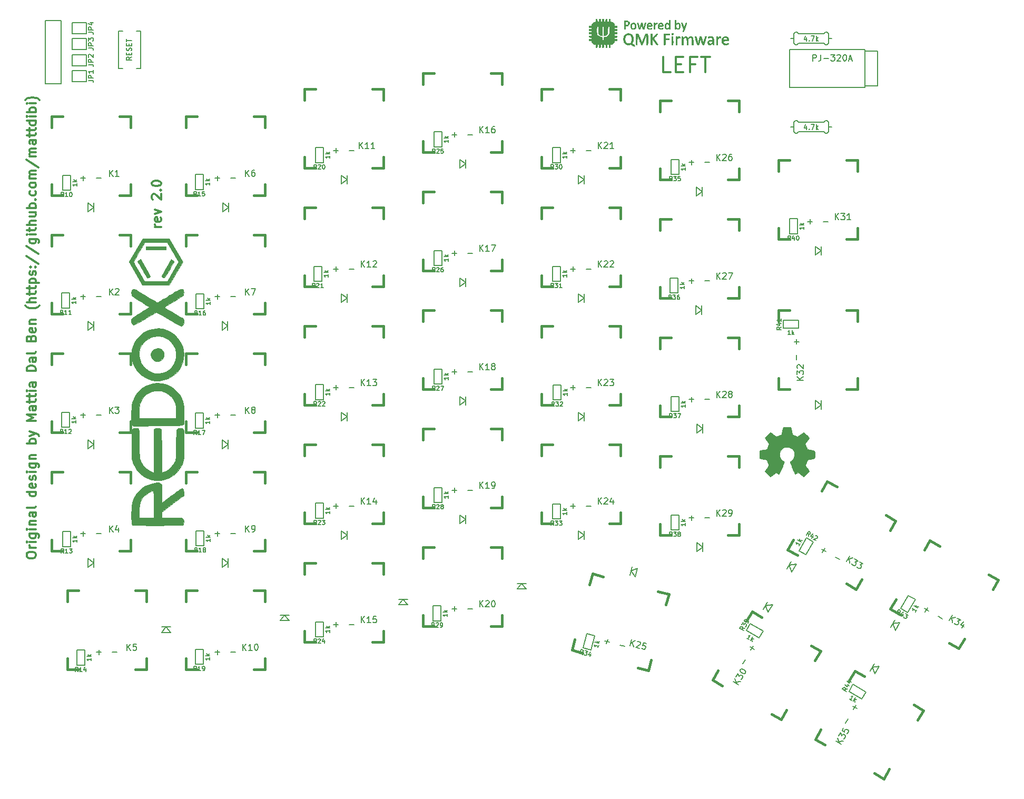
<source format=gto>
G04 #@! TF.GenerationSoftware,KiCad,Pcbnew,(5.1.5)-3*
G04 #@! TF.CreationDate,2020-05-08T01:13:36+04:00*
G04 #@! TF.ProjectId,redox_rev2,7265646f-785f-4726-9576-322e6b696361,1.0*
G04 #@! TF.SameCoordinates,Original*
G04 #@! TF.FileFunction,Legend,Top*
G04 #@! TF.FilePolarity,Positive*
%FSLAX46Y46*%
G04 Gerber Fmt 4.6, Leading zero omitted, Abs format (unit mm)*
G04 Created by KiCad (PCBNEW (5.1.5)-3) date 2020-05-08 01:13:36*
%MOMM*%
%LPD*%
G04 APERTURE LIST*
%ADD10C,0.300000*%
%ADD11C,0.381000*%
%ADD12C,0.150000*%
%ADD13C,0.010000*%
%ADD14C,0.200000*%
%ADD15C,0.152400*%
G04 APERTURE END LIST*
D10*
X102678571Y-78078571D02*
X101678571Y-78078571D01*
X101964285Y-78078571D02*
X101821428Y-78007142D01*
X101750000Y-77935714D01*
X101678571Y-77792857D01*
X101678571Y-77650000D01*
X102607142Y-76578571D02*
X102678571Y-76721428D01*
X102678571Y-77007142D01*
X102607142Y-77150000D01*
X102464285Y-77221428D01*
X101892857Y-77221428D01*
X101750000Y-77150000D01*
X101678571Y-77007142D01*
X101678571Y-76721428D01*
X101750000Y-76578571D01*
X101892857Y-76507142D01*
X102035714Y-76507142D01*
X102178571Y-77221428D01*
X101678571Y-76007142D02*
X102678571Y-75650000D01*
X101678571Y-75292857D01*
X101321428Y-73650000D02*
X101250000Y-73578571D01*
X101178571Y-73435714D01*
X101178571Y-73078571D01*
X101250000Y-72935714D01*
X101321428Y-72864285D01*
X101464285Y-72792857D01*
X101607142Y-72792857D01*
X101821428Y-72864285D01*
X102678571Y-73721428D01*
X102678571Y-72792857D01*
X102535714Y-72150000D02*
X102607142Y-72078571D01*
X102678571Y-72150000D01*
X102607142Y-72221428D01*
X102535714Y-72150000D01*
X102678571Y-72150000D01*
X101178571Y-71150000D02*
X101178571Y-71007142D01*
X101250000Y-70864285D01*
X101321428Y-70792857D01*
X101464285Y-70721428D01*
X101750000Y-70650000D01*
X102107142Y-70650000D01*
X102392857Y-70721428D01*
X102535714Y-70792857D01*
X102607142Y-70864285D01*
X102678571Y-71007142D01*
X102678571Y-71150000D01*
X102607142Y-71292857D01*
X102535714Y-71364285D01*
X102392857Y-71435714D01*
X102107142Y-71507142D01*
X101750000Y-71507142D01*
X101464285Y-71435714D01*
X101321428Y-71364285D01*
X101250000Y-71292857D01*
X101178571Y-71150000D01*
X81093571Y-130948285D02*
X81093571Y-130662571D01*
X81165000Y-130519714D01*
X81307857Y-130376857D01*
X81593571Y-130305428D01*
X82093571Y-130305428D01*
X82379285Y-130376857D01*
X82522142Y-130519714D01*
X82593571Y-130662571D01*
X82593571Y-130948285D01*
X82522142Y-131091142D01*
X82379285Y-131234000D01*
X82093571Y-131305428D01*
X81593571Y-131305428D01*
X81307857Y-131234000D01*
X81165000Y-131091142D01*
X81093571Y-130948285D01*
X82593571Y-129662571D02*
X81593571Y-129662571D01*
X81879285Y-129662571D02*
X81736428Y-129591142D01*
X81665000Y-129519714D01*
X81593571Y-129376857D01*
X81593571Y-129234000D01*
X82593571Y-128734000D02*
X81593571Y-128734000D01*
X81093571Y-128734000D02*
X81165000Y-128805428D01*
X81236428Y-128734000D01*
X81165000Y-128662571D01*
X81093571Y-128734000D01*
X81236428Y-128734000D01*
X81593571Y-127376857D02*
X82807857Y-127376857D01*
X82950714Y-127448285D01*
X83022142Y-127519714D01*
X83093571Y-127662571D01*
X83093571Y-127876857D01*
X83022142Y-128019714D01*
X82522142Y-127376857D02*
X82593571Y-127519714D01*
X82593571Y-127805428D01*
X82522142Y-127948285D01*
X82450714Y-128019714D01*
X82307857Y-128091142D01*
X81879285Y-128091142D01*
X81736428Y-128019714D01*
X81665000Y-127948285D01*
X81593571Y-127805428D01*
X81593571Y-127519714D01*
X81665000Y-127376857D01*
X82593571Y-126662571D02*
X81593571Y-126662571D01*
X81093571Y-126662571D02*
X81165000Y-126734000D01*
X81236428Y-126662571D01*
X81165000Y-126591142D01*
X81093571Y-126662571D01*
X81236428Y-126662571D01*
X81593571Y-125948285D02*
X82593571Y-125948285D01*
X81736428Y-125948285D02*
X81665000Y-125876857D01*
X81593571Y-125734000D01*
X81593571Y-125519714D01*
X81665000Y-125376857D01*
X81807857Y-125305428D01*
X82593571Y-125305428D01*
X82593571Y-123948285D02*
X81807857Y-123948285D01*
X81665000Y-124019714D01*
X81593571Y-124162571D01*
X81593571Y-124448285D01*
X81665000Y-124591142D01*
X82522142Y-123948285D02*
X82593571Y-124091142D01*
X82593571Y-124448285D01*
X82522142Y-124591142D01*
X82379285Y-124662571D01*
X82236428Y-124662571D01*
X82093571Y-124591142D01*
X82022142Y-124448285D01*
X82022142Y-124091142D01*
X81950714Y-123948285D01*
X82593571Y-123019714D02*
X82522142Y-123162571D01*
X82379285Y-123234000D01*
X81093571Y-123234000D01*
X82593571Y-120662571D02*
X81093571Y-120662571D01*
X82522142Y-120662571D02*
X82593571Y-120805428D01*
X82593571Y-121091142D01*
X82522142Y-121234000D01*
X82450714Y-121305428D01*
X82307857Y-121376857D01*
X81879285Y-121376857D01*
X81736428Y-121305428D01*
X81665000Y-121234000D01*
X81593571Y-121091142D01*
X81593571Y-120805428D01*
X81665000Y-120662571D01*
X82522142Y-119376857D02*
X82593571Y-119519714D01*
X82593571Y-119805428D01*
X82522142Y-119948285D01*
X82379285Y-120019714D01*
X81807857Y-120019714D01*
X81665000Y-119948285D01*
X81593571Y-119805428D01*
X81593571Y-119519714D01*
X81665000Y-119376857D01*
X81807857Y-119305428D01*
X81950714Y-119305428D01*
X82093571Y-120019714D01*
X82522142Y-118734000D02*
X82593571Y-118591142D01*
X82593571Y-118305428D01*
X82522142Y-118162571D01*
X82379285Y-118091142D01*
X82307857Y-118091142D01*
X82165000Y-118162571D01*
X82093571Y-118305428D01*
X82093571Y-118519714D01*
X82022142Y-118662571D01*
X81879285Y-118734000D01*
X81807857Y-118734000D01*
X81665000Y-118662571D01*
X81593571Y-118519714D01*
X81593571Y-118305428D01*
X81665000Y-118162571D01*
X82593571Y-117448285D02*
X81593571Y-117448285D01*
X81093571Y-117448285D02*
X81165000Y-117519714D01*
X81236428Y-117448285D01*
X81165000Y-117376857D01*
X81093571Y-117448285D01*
X81236428Y-117448285D01*
X81593571Y-116091142D02*
X82807857Y-116091142D01*
X82950714Y-116162571D01*
X83022142Y-116234000D01*
X83093571Y-116376857D01*
X83093571Y-116591142D01*
X83022142Y-116734000D01*
X82522142Y-116091142D02*
X82593571Y-116234000D01*
X82593571Y-116519714D01*
X82522142Y-116662571D01*
X82450714Y-116734000D01*
X82307857Y-116805428D01*
X81879285Y-116805428D01*
X81736428Y-116734000D01*
X81665000Y-116662571D01*
X81593571Y-116519714D01*
X81593571Y-116234000D01*
X81665000Y-116091142D01*
X81593571Y-115376857D02*
X82593571Y-115376857D01*
X81736428Y-115376857D02*
X81665000Y-115305428D01*
X81593571Y-115162571D01*
X81593571Y-114948285D01*
X81665000Y-114805428D01*
X81807857Y-114734000D01*
X82593571Y-114734000D01*
X82593571Y-112876857D02*
X81093571Y-112876857D01*
X81665000Y-112876857D02*
X81593571Y-112734000D01*
X81593571Y-112448285D01*
X81665000Y-112305428D01*
X81736428Y-112234000D01*
X81879285Y-112162571D01*
X82307857Y-112162571D01*
X82450714Y-112234000D01*
X82522142Y-112305428D01*
X82593571Y-112448285D01*
X82593571Y-112734000D01*
X82522142Y-112876857D01*
X81593571Y-111662571D02*
X82593571Y-111305428D01*
X81593571Y-110948285D02*
X82593571Y-111305428D01*
X82950714Y-111448285D01*
X83022142Y-111519714D01*
X83093571Y-111662571D01*
X82593571Y-109234000D02*
X81093571Y-109234000D01*
X82165000Y-108734000D01*
X81093571Y-108234000D01*
X82593571Y-108234000D01*
X82593571Y-106876857D02*
X81807857Y-106876857D01*
X81665000Y-106948285D01*
X81593571Y-107091142D01*
X81593571Y-107376857D01*
X81665000Y-107519714D01*
X82522142Y-106876857D02*
X82593571Y-107019714D01*
X82593571Y-107376857D01*
X82522142Y-107519714D01*
X82379285Y-107591142D01*
X82236428Y-107591142D01*
X82093571Y-107519714D01*
X82022142Y-107376857D01*
X82022142Y-107019714D01*
X81950714Y-106876857D01*
X81593571Y-106376857D02*
X81593571Y-105805428D01*
X81093571Y-106162571D02*
X82379285Y-106162571D01*
X82522142Y-106091142D01*
X82593571Y-105948285D01*
X82593571Y-105805428D01*
X81593571Y-105519714D02*
X81593571Y-104948285D01*
X81093571Y-105305428D02*
X82379285Y-105305428D01*
X82522142Y-105234000D01*
X82593571Y-105091142D01*
X82593571Y-104948285D01*
X82593571Y-104448285D02*
X81593571Y-104448285D01*
X81093571Y-104448285D02*
X81165000Y-104519714D01*
X81236428Y-104448285D01*
X81165000Y-104376857D01*
X81093571Y-104448285D01*
X81236428Y-104448285D01*
X82593571Y-103091142D02*
X81807857Y-103091142D01*
X81665000Y-103162571D01*
X81593571Y-103305428D01*
X81593571Y-103591142D01*
X81665000Y-103734000D01*
X82522142Y-103091142D02*
X82593571Y-103234000D01*
X82593571Y-103591142D01*
X82522142Y-103734000D01*
X82379285Y-103805428D01*
X82236428Y-103805428D01*
X82093571Y-103734000D01*
X82022142Y-103591142D01*
X82022142Y-103234000D01*
X81950714Y-103091142D01*
X82593571Y-101234000D02*
X81093571Y-101234000D01*
X81093571Y-100876857D01*
X81165000Y-100662571D01*
X81307857Y-100519714D01*
X81450714Y-100448285D01*
X81736428Y-100376857D01*
X81950714Y-100376857D01*
X82236428Y-100448285D01*
X82379285Y-100519714D01*
X82522142Y-100662571D01*
X82593571Y-100876857D01*
X82593571Y-101234000D01*
X82593571Y-99091142D02*
X81807857Y-99091142D01*
X81665000Y-99162571D01*
X81593571Y-99305428D01*
X81593571Y-99591142D01*
X81665000Y-99734000D01*
X82522142Y-99091142D02*
X82593571Y-99234000D01*
X82593571Y-99591142D01*
X82522142Y-99734000D01*
X82379285Y-99805428D01*
X82236428Y-99805428D01*
X82093571Y-99734000D01*
X82022142Y-99591142D01*
X82022142Y-99234000D01*
X81950714Y-99091142D01*
X82593571Y-98162571D02*
X82522142Y-98305428D01*
X82379285Y-98376857D01*
X81093571Y-98376857D01*
X81807857Y-95948285D02*
X81879285Y-95734000D01*
X81950714Y-95662571D01*
X82093571Y-95591142D01*
X82307857Y-95591142D01*
X82450714Y-95662571D01*
X82522142Y-95734000D01*
X82593571Y-95876857D01*
X82593571Y-96448285D01*
X81093571Y-96448285D01*
X81093571Y-95948285D01*
X81165000Y-95805428D01*
X81236428Y-95734000D01*
X81379285Y-95662571D01*
X81522142Y-95662571D01*
X81665000Y-95734000D01*
X81736428Y-95805428D01*
X81807857Y-95948285D01*
X81807857Y-96448285D01*
X82522142Y-94376857D02*
X82593571Y-94519714D01*
X82593571Y-94805428D01*
X82522142Y-94948285D01*
X82379285Y-95019714D01*
X81807857Y-95019714D01*
X81665000Y-94948285D01*
X81593571Y-94805428D01*
X81593571Y-94519714D01*
X81665000Y-94376857D01*
X81807857Y-94305428D01*
X81950714Y-94305428D01*
X82093571Y-95019714D01*
X81593571Y-93662571D02*
X82593571Y-93662571D01*
X81736428Y-93662571D02*
X81665000Y-93591142D01*
X81593571Y-93448285D01*
X81593571Y-93234000D01*
X81665000Y-93091142D01*
X81807857Y-93019714D01*
X82593571Y-93019714D01*
X83165000Y-90734000D02*
X83093571Y-90805428D01*
X82879285Y-90948285D01*
X82736428Y-91019714D01*
X82522142Y-91091142D01*
X82165000Y-91162571D01*
X81879285Y-91162571D01*
X81522142Y-91091142D01*
X81307857Y-91019714D01*
X81165000Y-90948285D01*
X80950714Y-90805428D01*
X80879285Y-90734000D01*
X82593571Y-90162571D02*
X81093571Y-90162571D01*
X82593571Y-89519714D02*
X81807857Y-89519714D01*
X81665000Y-89591142D01*
X81593571Y-89734000D01*
X81593571Y-89948285D01*
X81665000Y-90091142D01*
X81736428Y-90162571D01*
X81593571Y-89019714D02*
X81593571Y-88448285D01*
X81093571Y-88805428D02*
X82379285Y-88805428D01*
X82522142Y-88734000D01*
X82593571Y-88591142D01*
X82593571Y-88448285D01*
X81593571Y-88162571D02*
X81593571Y-87591142D01*
X81093571Y-87948285D02*
X82379285Y-87948285D01*
X82522142Y-87876857D01*
X82593571Y-87734000D01*
X82593571Y-87591142D01*
X81593571Y-87091142D02*
X83093571Y-87091142D01*
X81665000Y-87091142D02*
X81593571Y-86948285D01*
X81593571Y-86662571D01*
X81665000Y-86519714D01*
X81736428Y-86448285D01*
X81879285Y-86376857D01*
X82307857Y-86376857D01*
X82450714Y-86448285D01*
X82522142Y-86519714D01*
X82593571Y-86662571D01*
X82593571Y-86948285D01*
X82522142Y-87091142D01*
X82522142Y-85805428D02*
X82593571Y-85662571D01*
X82593571Y-85376857D01*
X82522142Y-85234000D01*
X82379285Y-85162571D01*
X82307857Y-85162571D01*
X82165000Y-85234000D01*
X82093571Y-85376857D01*
X82093571Y-85591142D01*
X82022142Y-85734000D01*
X81879285Y-85805428D01*
X81807857Y-85805428D01*
X81665000Y-85734000D01*
X81593571Y-85591142D01*
X81593571Y-85376857D01*
X81665000Y-85234000D01*
X82450714Y-84519714D02*
X82522142Y-84448285D01*
X82593571Y-84519714D01*
X82522142Y-84591142D01*
X82450714Y-84519714D01*
X82593571Y-84519714D01*
X81665000Y-84519714D02*
X81736428Y-84448285D01*
X81807857Y-84519714D01*
X81736428Y-84591142D01*
X81665000Y-84519714D01*
X81807857Y-84519714D01*
X81022142Y-82734000D02*
X82950714Y-84019714D01*
X81022142Y-81162571D02*
X82950714Y-82448285D01*
X81593571Y-80019714D02*
X82807857Y-80019714D01*
X82950714Y-80091142D01*
X83022142Y-80162571D01*
X83093571Y-80305428D01*
X83093571Y-80519714D01*
X83022142Y-80662571D01*
X82522142Y-80019714D02*
X82593571Y-80162571D01*
X82593571Y-80448285D01*
X82522142Y-80591142D01*
X82450714Y-80662571D01*
X82307857Y-80734000D01*
X81879285Y-80734000D01*
X81736428Y-80662571D01*
X81665000Y-80591142D01*
X81593571Y-80448285D01*
X81593571Y-80162571D01*
X81665000Y-80019714D01*
X82593571Y-79305428D02*
X81593571Y-79305428D01*
X81093571Y-79305428D02*
X81165000Y-79376857D01*
X81236428Y-79305428D01*
X81165000Y-79234000D01*
X81093571Y-79305428D01*
X81236428Y-79305428D01*
X81593571Y-78805428D02*
X81593571Y-78234000D01*
X81093571Y-78591142D02*
X82379285Y-78591142D01*
X82522142Y-78519714D01*
X82593571Y-78376857D01*
X82593571Y-78234000D01*
X82593571Y-77734000D02*
X81093571Y-77734000D01*
X82593571Y-77091142D02*
X81807857Y-77091142D01*
X81665000Y-77162571D01*
X81593571Y-77305428D01*
X81593571Y-77519714D01*
X81665000Y-77662571D01*
X81736428Y-77734000D01*
X81593571Y-75734000D02*
X82593571Y-75734000D01*
X81593571Y-76376857D02*
X82379285Y-76376857D01*
X82522142Y-76305428D01*
X82593571Y-76162571D01*
X82593571Y-75948285D01*
X82522142Y-75805428D01*
X82450714Y-75734000D01*
X82593571Y-75019714D02*
X81093571Y-75019714D01*
X81665000Y-75019714D02*
X81593571Y-74876857D01*
X81593571Y-74591142D01*
X81665000Y-74448285D01*
X81736428Y-74376857D01*
X81879285Y-74305428D01*
X82307857Y-74305428D01*
X82450714Y-74376857D01*
X82522142Y-74448285D01*
X82593571Y-74591142D01*
X82593571Y-74876857D01*
X82522142Y-75019714D01*
X82450714Y-73662571D02*
X82522142Y-73591142D01*
X82593571Y-73662571D01*
X82522142Y-73734000D01*
X82450714Y-73662571D01*
X82593571Y-73662571D01*
X82522142Y-72305428D02*
X82593571Y-72448285D01*
X82593571Y-72733999D01*
X82522142Y-72876857D01*
X82450714Y-72948285D01*
X82307857Y-73019714D01*
X81879285Y-73019714D01*
X81736428Y-72948285D01*
X81665000Y-72876857D01*
X81593571Y-72733999D01*
X81593571Y-72448285D01*
X81665000Y-72305428D01*
X82593571Y-71448285D02*
X82522142Y-71591142D01*
X82450714Y-71662571D01*
X82307857Y-71734000D01*
X81879285Y-71734000D01*
X81736428Y-71662571D01*
X81665000Y-71591142D01*
X81593571Y-71448285D01*
X81593571Y-71234000D01*
X81665000Y-71091142D01*
X81736428Y-71019714D01*
X81879285Y-70948285D01*
X82307857Y-70948285D01*
X82450714Y-71019714D01*
X82522142Y-71091142D01*
X82593571Y-71234000D01*
X82593571Y-71448285D01*
X82593571Y-70305428D02*
X81593571Y-70305428D01*
X81736428Y-70305428D02*
X81665000Y-70234000D01*
X81593571Y-70091142D01*
X81593571Y-69876857D01*
X81665000Y-69734000D01*
X81807857Y-69662571D01*
X82593571Y-69662571D01*
X81807857Y-69662571D02*
X81665000Y-69591142D01*
X81593571Y-69448285D01*
X81593571Y-69234000D01*
X81665000Y-69091142D01*
X81807857Y-69019714D01*
X82593571Y-69019714D01*
X81022142Y-67234000D02*
X82950714Y-68519714D01*
X82593571Y-66733999D02*
X81593571Y-66733999D01*
X81736428Y-66733999D02*
X81665000Y-66662571D01*
X81593571Y-66519714D01*
X81593571Y-66305428D01*
X81665000Y-66162571D01*
X81807857Y-66091142D01*
X82593571Y-66091142D01*
X81807857Y-66091142D02*
X81665000Y-66019714D01*
X81593571Y-65876857D01*
X81593571Y-65662571D01*
X81665000Y-65519714D01*
X81807857Y-65448285D01*
X82593571Y-65448285D01*
X82593571Y-64091142D02*
X81807857Y-64091142D01*
X81665000Y-64162571D01*
X81593571Y-64305428D01*
X81593571Y-64591142D01*
X81665000Y-64733999D01*
X82522142Y-64091142D02*
X82593571Y-64233999D01*
X82593571Y-64591142D01*
X82522142Y-64733999D01*
X82379285Y-64805428D01*
X82236428Y-64805428D01*
X82093571Y-64733999D01*
X82022142Y-64591142D01*
X82022142Y-64233999D01*
X81950714Y-64091142D01*
X81593571Y-63591142D02*
X81593571Y-63019714D01*
X81093571Y-63376857D02*
X82379285Y-63376857D01*
X82522142Y-63305428D01*
X82593571Y-63162571D01*
X82593571Y-63019714D01*
X81593571Y-62733999D02*
X81593571Y-62162571D01*
X81093571Y-62519714D02*
X82379285Y-62519714D01*
X82522142Y-62448285D01*
X82593571Y-62305428D01*
X82593571Y-62162571D01*
X82593571Y-61019714D02*
X81093571Y-61019714D01*
X82522142Y-61019714D02*
X82593571Y-61162571D01*
X82593571Y-61448285D01*
X82522142Y-61591142D01*
X82450714Y-61662571D01*
X82307857Y-61734000D01*
X81879285Y-61734000D01*
X81736428Y-61662571D01*
X81665000Y-61591142D01*
X81593571Y-61448285D01*
X81593571Y-61162571D01*
X81665000Y-61019714D01*
X82593571Y-60305428D02*
X81593571Y-60305428D01*
X81093571Y-60305428D02*
X81165000Y-60376857D01*
X81236428Y-60305428D01*
X81165000Y-60234000D01*
X81093571Y-60305428D01*
X81236428Y-60305428D01*
X82593571Y-59591142D02*
X81093571Y-59591142D01*
X81665000Y-59591142D02*
X81593571Y-59448285D01*
X81593571Y-59162571D01*
X81665000Y-59019714D01*
X81736428Y-58948285D01*
X81879285Y-58876857D01*
X82307857Y-58876857D01*
X82450714Y-58948285D01*
X82522142Y-59019714D01*
X82593571Y-59162571D01*
X82593571Y-59448285D01*
X82522142Y-59591142D01*
X82593571Y-58234000D02*
X81593571Y-58234000D01*
X81093571Y-58234000D02*
X81165000Y-58305428D01*
X81236428Y-58234000D01*
X81165000Y-58162571D01*
X81093571Y-58234000D01*
X81236428Y-58234000D01*
X83165000Y-57662571D02*
X83093571Y-57591142D01*
X82879285Y-57448285D01*
X82736428Y-57376857D01*
X82522142Y-57305428D01*
X82165000Y-57234000D01*
X81879285Y-57234000D01*
X81522142Y-57305428D01*
X81307857Y-57376857D01*
X81165000Y-57448285D01*
X80950714Y-57591142D01*
X80879285Y-57662571D01*
X184619047Y-53230952D02*
X183428571Y-53230952D01*
X183428571Y-50730952D01*
X185452380Y-51921428D02*
X186285714Y-51921428D01*
X186642857Y-53230952D02*
X185452380Y-53230952D01*
X185452380Y-50730952D01*
X186642857Y-50730952D01*
X188547619Y-51921428D02*
X187714285Y-51921428D01*
X187714285Y-53230952D02*
X187714285Y-50730952D01*
X188904761Y-50730952D01*
X189500000Y-50730952D02*
X190928571Y-50730952D01*
X190214285Y-53230952D02*
X190214285Y-50730952D01*
D11*
X85090000Y-62103000D02*
X85090000Y-60325000D01*
X85090000Y-73025000D02*
X85090000Y-71247000D01*
X86868000Y-73025000D02*
X85090000Y-73025000D01*
X97790000Y-73025000D02*
X96012000Y-73025000D01*
X97790000Y-71247000D02*
X97790000Y-73025000D01*
X97790000Y-60325000D02*
X97790000Y-62103000D01*
X96012000Y-60325000D02*
X97790000Y-60325000D01*
X85090000Y-60325000D02*
X86868000Y-60325000D01*
X96012000Y-73025000D02*
X97790000Y-73025000D01*
X106680000Y-62103000D02*
X106680000Y-60325000D01*
X106680000Y-73025000D02*
X106680000Y-71247000D01*
X108458000Y-73025000D02*
X106680000Y-73025000D01*
X119380000Y-73025000D02*
X117602000Y-73025000D01*
X119380000Y-71247000D02*
X119380000Y-73025000D01*
X119380000Y-60325000D02*
X119380000Y-62103000D01*
X117602000Y-60325000D02*
X119380000Y-60325000D01*
X106680000Y-60325000D02*
X108458000Y-60325000D01*
X117602000Y-73025000D02*
X119380000Y-73025000D01*
X85090000Y-81153000D02*
X85090000Y-79375000D01*
X85090000Y-92075000D02*
X85090000Y-90297000D01*
X86868000Y-92075000D02*
X85090000Y-92075000D01*
X97790000Y-92075000D02*
X96012000Y-92075000D01*
X97790000Y-90297000D02*
X97790000Y-92075000D01*
X97790000Y-79375000D02*
X97790000Y-81153000D01*
X96012000Y-79375000D02*
X97790000Y-79375000D01*
X85090000Y-79375000D02*
X86868000Y-79375000D01*
X96012000Y-92075000D02*
X97790000Y-92075000D01*
X85090000Y-100203000D02*
X85090000Y-98425000D01*
X85090000Y-111125000D02*
X85090000Y-109347000D01*
X86868000Y-111125000D02*
X85090000Y-111125000D01*
X97790000Y-111125000D02*
X96012000Y-111125000D01*
X97790000Y-109347000D02*
X97790000Y-111125000D01*
X97790000Y-98425000D02*
X97790000Y-100203000D01*
X96012000Y-98425000D02*
X97790000Y-98425000D01*
X85090000Y-98425000D02*
X86868000Y-98425000D01*
X96012000Y-111125000D02*
X97790000Y-111125000D01*
X85090000Y-119253000D02*
X85090000Y-117475000D01*
X85090000Y-130175000D02*
X85090000Y-128397000D01*
X86868000Y-130175000D02*
X85090000Y-130175000D01*
X97790000Y-130175000D02*
X96012000Y-130175000D01*
X97790000Y-128397000D02*
X97790000Y-130175000D01*
X97790000Y-117475000D02*
X97790000Y-119253000D01*
X96012000Y-117475000D02*
X97790000Y-117475000D01*
X85090000Y-117475000D02*
X86868000Y-117475000D01*
X96012000Y-130175000D02*
X97790000Y-130175000D01*
X87630000Y-138303000D02*
X87630000Y-136525000D01*
X87630000Y-149225000D02*
X87630000Y-147447000D01*
X89408000Y-149225000D02*
X87630000Y-149225000D01*
X100330000Y-149225000D02*
X98552000Y-149225000D01*
X100330000Y-147447000D02*
X100330000Y-149225000D01*
X100330000Y-136525000D02*
X100330000Y-138303000D01*
X98552000Y-136525000D02*
X100330000Y-136525000D01*
X87630000Y-136525000D02*
X89408000Y-136525000D01*
X98552000Y-149225000D02*
X100330000Y-149225000D01*
X106680000Y-81153000D02*
X106680000Y-79375000D01*
X106680000Y-92075000D02*
X106680000Y-90297000D01*
X108458000Y-92075000D02*
X106680000Y-92075000D01*
X119380000Y-92075000D02*
X117602000Y-92075000D01*
X119380000Y-90297000D02*
X119380000Y-92075000D01*
X119380000Y-79375000D02*
X119380000Y-81153000D01*
X117602000Y-79375000D02*
X119380000Y-79375000D01*
X106680000Y-79375000D02*
X108458000Y-79375000D01*
X117602000Y-92075000D02*
X119380000Y-92075000D01*
X106680000Y-100203000D02*
X106680000Y-98425000D01*
X106680000Y-111125000D02*
X106680000Y-109347000D01*
X108458000Y-111125000D02*
X106680000Y-111125000D01*
X119380000Y-111125000D02*
X117602000Y-111125000D01*
X119380000Y-109347000D02*
X119380000Y-111125000D01*
X119380000Y-98425000D02*
X119380000Y-100203000D01*
X117602000Y-98425000D02*
X119380000Y-98425000D01*
X106680000Y-98425000D02*
X108458000Y-98425000D01*
X117602000Y-111125000D02*
X119380000Y-111125000D01*
X106680000Y-119253000D02*
X106680000Y-117475000D01*
X106680000Y-130175000D02*
X106680000Y-128397000D01*
X108458000Y-130175000D02*
X106680000Y-130175000D01*
X119380000Y-130175000D02*
X117602000Y-130175000D01*
X119380000Y-128397000D02*
X119380000Y-130175000D01*
X119380000Y-117475000D02*
X119380000Y-119253000D01*
X117602000Y-117475000D02*
X119380000Y-117475000D01*
X106680000Y-117475000D02*
X108458000Y-117475000D01*
X117602000Y-130175000D02*
X119380000Y-130175000D01*
X106680000Y-138303000D02*
X106680000Y-136525000D01*
X106680000Y-149225000D02*
X106680000Y-147447000D01*
X108458000Y-149225000D02*
X106680000Y-149225000D01*
X119380000Y-149225000D02*
X117602000Y-149225000D01*
X119380000Y-147447000D02*
X119380000Y-149225000D01*
X119380000Y-136525000D02*
X119380000Y-138303000D01*
X117602000Y-136525000D02*
X119380000Y-136525000D01*
X106680000Y-136525000D02*
X108458000Y-136525000D01*
X117602000Y-149225000D02*
X119380000Y-149225000D01*
X125730000Y-76708000D02*
X125730000Y-74930000D01*
X125730000Y-87630000D02*
X125730000Y-85852000D01*
X127508000Y-87630000D02*
X125730000Y-87630000D01*
X138430000Y-87630000D02*
X136652000Y-87630000D01*
X138430000Y-85852000D02*
X138430000Y-87630000D01*
X138430000Y-74930000D02*
X138430000Y-76708000D01*
X136652000Y-74930000D02*
X138430000Y-74930000D01*
X125730000Y-74930000D02*
X127508000Y-74930000D01*
X136652000Y-87630000D02*
X138430000Y-87630000D01*
X125730000Y-95758000D02*
X125730000Y-93980000D01*
X125730000Y-106680000D02*
X125730000Y-104902000D01*
X127508000Y-106680000D02*
X125730000Y-106680000D01*
X138430000Y-106680000D02*
X136652000Y-106680000D01*
X138430000Y-104902000D02*
X138430000Y-106680000D01*
X138430000Y-93980000D02*
X138430000Y-95758000D01*
X136652000Y-93980000D02*
X138430000Y-93980000D01*
X125730000Y-93980000D02*
X127508000Y-93980000D01*
X136652000Y-106680000D02*
X138430000Y-106680000D01*
X125730000Y-114808000D02*
X125730000Y-113030000D01*
X125730000Y-125730000D02*
X125730000Y-123952000D01*
X127508000Y-125730000D02*
X125730000Y-125730000D01*
X138430000Y-125730000D02*
X136652000Y-125730000D01*
X138430000Y-123952000D02*
X138430000Y-125730000D01*
X138430000Y-113030000D02*
X138430000Y-114808000D01*
X136652000Y-113030000D02*
X138430000Y-113030000D01*
X125730000Y-113030000D02*
X127508000Y-113030000D01*
X136652000Y-125730000D02*
X138430000Y-125730000D01*
X125730000Y-133858000D02*
X125730000Y-132080000D01*
X125730000Y-144780000D02*
X125730000Y-143002000D01*
X127508000Y-144780000D02*
X125730000Y-144780000D01*
X138430000Y-144780000D02*
X136652000Y-144780000D01*
X138430000Y-143002000D02*
X138430000Y-144780000D01*
X138430000Y-132080000D02*
X138430000Y-133858000D01*
X136652000Y-132080000D02*
X138430000Y-132080000D01*
X125730000Y-132080000D02*
X127508000Y-132080000D01*
X136652000Y-144780000D02*
X138430000Y-144780000D01*
X144780000Y-55118000D02*
X144780000Y-53340000D01*
X144780000Y-66040000D02*
X144780000Y-64262000D01*
X146558000Y-66040000D02*
X144780000Y-66040000D01*
X157480000Y-66040000D02*
X155702000Y-66040000D01*
X157480000Y-64262000D02*
X157480000Y-66040000D01*
X157480000Y-53340000D02*
X157480000Y-55118000D01*
X155702000Y-53340000D02*
X157480000Y-53340000D01*
X144780000Y-53340000D02*
X146558000Y-53340000D01*
X155702000Y-66040000D02*
X157480000Y-66040000D01*
X144780000Y-74168000D02*
X144780000Y-72390000D01*
X144780000Y-85090000D02*
X144780000Y-83312000D01*
X146558000Y-85090000D02*
X144780000Y-85090000D01*
X157480000Y-85090000D02*
X155702000Y-85090000D01*
X157480000Y-83312000D02*
X157480000Y-85090000D01*
X157480000Y-72390000D02*
X157480000Y-74168000D01*
X155702000Y-72390000D02*
X157480000Y-72390000D01*
X144780000Y-72390000D02*
X146558000Y-72390000D01*
X155702000Y-85090000D02*
X157480000Y-85090000D01*
X144780000Y-93218000D02*
X144780000Y-91440000D01*
X144780000Y-104140000D02*
X144780000Y-102362000D01*
X146558000Y-104140000D02*
X144780000Y-104140000D01*
X157480000Y-104140000D02*
X155702000Y-104140000D01*
X157480000Y-102362000D02*
X157480000Y-104140000D01*
X157480000Y-91440000D02*
X157480000Y-93218000D01*
X155702000Y-91440000D02*
X157480000Y-91440000D01*
X144780000Y-91440000D02*
X146558000Y-91440000D01*
X155702000Y-104140000D02*
X157480000Y-104140000D01*
X144780000Y-112268000D02*
X144780000Y-110490000D01*
X144780000Y-123190000D02*
X144780000Y-121412000D01*
X146558000Y-123190000D02*
X144780000Y-123190000D01*
X157480000Y-123190000D02*
X155702000Y-123190000D01*
X157480000Y-121412000D02*
X157480000Y-123190000D01*
X157480000Y-110490000D02*
X157480000Y-112268000D01*
X155702000Y-110490000D02*
X157480000Y-110490000D01*
X144780000Y-110490000D02*
X146558000Y-110490000D01*
X155702000Y-123190000D02*
X157480000Y-123190000D01*
X144780000Y-131318000D02*
X144780000Y-129540000D01*
X144780000Y-142240000D02*
X144780000Y-140462000D01*
X146558000Y-142240000D02*
X144780000Y-142240000D01*
X157480000Y-142240000D02*
X155702000Y-142240000D01*
X157480000Y-140462000D02*
X157480000Y-142240000D01*
X157480000Y-129540000D02*
X157480000Y-131318000D01*
X155702000Y-129540000D02*
X157480000Y-129540000D01*
X144780000Y-129540000D02*
X146558000Y-129540000D01*
X155702000Y-142240000D02*
X157480000Y-142240000D01*
X163830000Y-57658000D02*
X163830000Y-55880000D01*
X163830000Y-68580000D02*
X163830000Y-66802000D01*
X165608000Y-68580000D02*
X163830000Y-68580000D01*
X176530000Y-68580000D02*
X174752000Y-68580000D01*
X176530000Y-66802000D02*
X176530000Y-68580000D01*
X176530000Y-55880000D02*
X176530000Y-57658000D01*
X174752000Y-55880000D02*
X176530000Y-55880000D01*
X163830000Y-55880000D02*
X165608000Y-55880000D01*
X174752000Y-68580000D02*
X176530000Y-68580000D01*
X163830000Y-76708000D02*
X163830000Y-74930000D01*
X163830000Y-87630000D02*
X163830000Y-85852000D01*
X165608000Y-87630000D02*
X163830000Y-87630000D01*
X176530000Y-87630000D02*
X174752000Y-87630000D01*
X176530000Y-85852000D02*
X176530000Y-87630000D01*
X176530000Y-74930000D02*
X176530000Y-76708000D01*
X174752000Y-74930000D02*
X176530000Y-74930000D01*
X163830000Y-74930000D02*
X165608000Y-74930000D01*
X174752000Y-87630000D02*
X176530000Y-87630000D01*
X163830000Y-95758000D02*
X163830000Y-93980000D01*
X163830000Y-106680000D02*
X163830000Y-104902000D01*
X165608000Y-106680000D02*
X163830000Y-106680000D01*
X176530000Y-106680000D02*
X174752000Y-106680000D01*
X176530000Y-104902000D02*
X176530000Y-106680000D01*
X176530000Y-93980000D02*
X176530000Y-95758000D01*
X174752000Y-93980000D02*
X176530000Y-93980000D01*
X163830000Y-93980000D02*
X165608000Y-93980000D01*
X174752000Y-106680000D02*
X176530000Y-106680000D01*
X163830000Y-114808000D02*
X163830000Y-113030000D01*
X163830000Y-125730000D02*
X163830000Y-123952000D01*
X165608000Y-125730000D02*
X163830000Y-125730000D01*
X176530000Y-125730000D02*
X174752000Y-125730000D01*
X176530000Y-123952000D02*
X176530000Y-125730000D01*
X176530000Y-113030000D02*
X176530000Y-114808000D01*
X174752000Y-113030000D02*
X176530000Y-113030000D01*
X163830000Y-113030000D02*
X165608000Y-113030000D01*
X174752000Y-125730000D02*
X176530000Y-125730000D01*
X171579692Y-135545286D02*
X172039872Y-133827870D01*
X168752870Y-146095128D02*
X169213050Y-144377712D01*
X170470286Y-146555308D02*
X168752870Y-146095128D01*
X181020128Y-149382130D02*
X179302712Y-148921950D01*
X181480308Y-147664714D02*
X181020128Y-149382130D01*
X184307130Y-137114872D02*
X183846950Y-138832288D01*
X182589714Y-136654692D02*
X184307130Y-137114872D01*
X172039872Y-133827870D02*
X173757288Y-134288050D01*
X179302712Y-148921950D02*
X181020128Y-149382130D01*
X182880000Y-59563000D02*
X182880000Y-57785000D01*
X182880000Y-70485000D02*
X182880000Y-68707000D01*
X184658000Y-70485000D02*
X182880000Y-70485000D01*
X195580000Y-70485000D02*
X193802000Y-70485000D01*
X195580000Y-68707000D02*
X195580000Y-70485000D01*
X195580000Y-57785000D02*
X195580000Y-59563000D01*
X193802000Y-57785000D02*
X195580000Y-57785000D01*
X182880000Y-57785000D02*
X184658000Y-57785000D01*
X193802000Y-70485000D02*
X195580000Y-70485000D01*
X182880000Y-78613000D02*
X182880000Y-76835000D01*
X182880000Y-89535000D02*
X182880000Y-87757000D01*
X184658000Y-89535000D02*
X182880000Y-89535000D01*
X195580000Y-89535000D02*
X193802000Y-89535000D01*
X195580000Y-87757000D02*
X195580000Y-89535000D01*
X195580000Y-76835000D02*
X195580000Y-78613000D01*
X193802000Y-76835000D02*
X195580000Y-76835000D01*
X182880000Y-76835000D02*
X184658000Y-76835000D01*
X193802000Y-89535000D02*
X195580000Y-89535000D01*
X182880000Y-97663000D02*
X182880000Y-95885000D01*
X182880000Y-108585000D02*
X182880000Y-106807000D01*
X184658000Y-108585000D02*
X182880000Y-108585000D01*
X195580000Y-108585000D02*
X193802000Y-108585000D01*
X195580000Y-106807000D02*
X195580000Y-108585000D01*
X195580000Y-95885000D02*
X195580000Y-97663000D01*
X193802000Y-95885000D02*
X195580000Y-95885000D01*
X182880000Y-95885000D02*
X184658000Y-95885000D01*
X193802000Y-108585000D02*
X195580000Y-108585000D01*
X182880000Y-116713000D02*
X182880000Y-114935000D01*
X182880000Y-127635000D02*
X182880000Y-125857000D01*
X184658000Y-127635000D02*
X182880000Y-127635000D01*
X195580000Y-127635000D02*
X193802000Y-127635000D01*
X195580000Y-125857000D02*
X195580000Y-127635000D01*
X195580000Y-114935000D02*
X195580000Y-116713000D01*
X193802000Y-114935000D02*
X195580000Y-114935000D01*
X182880000Y-114935000D02*
X184658000Y-114935000D01*
X193802000Y-127635000D02*
X195580000Y-127635000D01*
X207159468Y-145376739D02*
X208699261Y-146265739D01*
X197700739Y-139915739D02*
X199240532Y-140804739D01*
X196811739Y-141455532D02*
X197700739Y-139915739D01*
X191350739Y-150914261D02*
X192239739Y-149374468D01*
X192890532Y-151803261D02*
X191350739Y-150914261D01*
X202349261Y-157264261D02*
X200809468Y-156375261D01*
X203238261Y-155724468D02*
X202349261Y-157264261D01*
X208699261Y-146265739D02*
X207810261Y-147805532D01*
X192239739Y-149374468D02*
X191350739Y-150914261D01*
X201930000Y-69088000D02*
X201930000Y-67310000D01*
X201930000Y-80010000D02*
X201930000Y-78232000D01*
X203708000Y-80010000D02*
X201930000Y-80010000D01*
X214630000Y-80010000D02*
X212852000Y-80010000D01*
X214630000Y-78232000D02*
X214630000Y-80010000D01*
X214630000Y-67310000D02*
X214630000Y-69088000D01*
X212852000Y-67310000D02*
X214630000Y-67310000D01*
X201930000Y-67310000D02*
X203708000Y-67310000D01*
X212852000Y-80010000D02*
X214630000Y-80010000D01*
X212852000Y-91440000D02*
X214630000Y-91440000D01*
X201930000Y-91440000D02*
X203708000Y-91440000D01*
X201930000Y-93218000D02*
X201930000Y-91440000D01*
X201930000Y-104140000D02*
X201930000Y-102362000D01*
X203708000Y-104140000D02*
X201930000Y-104140000D01*
X214630000Y-104140000D02*
X212852000Y-104140000D01*
X214630000Y-102362000D02*
X214630000Y-104140000D01*
X214630000Y-91440000D02*
X214630000Y-93218000D01*
X201930000Y-102362000D02*
X201930000Y-104140000D01*
X208876739Y-120500532D02*
X209765739Y-118960739D01*
X203415739Y-129959261D02*
X204304739Y-128419468D01*
X204955532Y-130848261D02*
X203415739Y-129959261D01*
X214414261Y-136309261D02*
X212874468Y-135420261D01*
X215303261Y-134769468D02*
X214414261Y-136309261D01*
X220764261Y-125310739D02*
X219875261Y-126850532D01*
X219224468Y-124421739D02*
X220764261Y-125310739D01*
X209765739Y-118960739D02*
X211305532Y-119849739D01*
X212874468Y-135420261D02*
X214414261Y-136309261D01*
X225386739Y-130025532D02*
X226275739Y-128485739D01*
X219925739Y-139484261D02*
X220814739Y-137944468D01*
X221465532Y-140373261D02*
X219925739Y-139484261D01*
X230924261Y-145834261D02*
X229384468Y-144945261D01*
X231813261Y-144294468D02*
X230924261Y-145834261D01*
X237274261Y-134835739D02*
X236385261Y-136375532D01*
X235734468Y-133946739D02*
X237274261Y-134835739D01*
X226275739Y-128485739D02*
X227815532Y-129374739D01*
X229384468Y-144945261D02*
X230924261Y-145834261D01*
X223669468Y-154901739D02*
X225209261Y-155790739D01*
X214210739Y-149440739D02*
X215750532Y-150329739D01*
X213321739Y-150980532D02*
X214210739Y-149440739D01*
X207860739Y-160439261D02*
X208749739Y-158899468D01*
X209400532Y-161328261D02*
X207860739Y-160439261D01*
X218859261Y-166789261D02*
X217319468Y-165900261D01*
X219748261Y-165249468D02*
X218859261Y-166789261D01*
X225209261Y-155790739D02*
X224320261Y-157330532D01*
X208749739Y-158899468D02*
X207860739Y-160439261D01*
X125730000Y-57658000D02*
X125730000Y-55880000D01*
X125730000Y-68580000D02*
X125730000Y-66802000D01*
X127508000Y-68580000D02*
X125730000Y-68580000D01*
X138430000Y-68580000D02*
X136652000Y-68580000D01*
X138430000Y-66802000D02*
X138430000Y-68580000D01*
X138430000Y-55880000D02*
X138430000Y-57658000D01*
X136652000Y-55880000D02*
X138430000Y-55880000D01*
X125730000Y-55880000D02*
X127508000Y-55880000D01*
X136652000Y-68580000D02*
X138430000Y-68580000D01*
D12*
X84130000Y-44930000D02*
X84130000Y-55090000D01*
X84130000Y-55090000D02*
X86670000Y-55090000D01*
X86670000Y-55090000D02*
X86670000Y-44930000D01*
X86670000Y-44930000D02*
X84130000Y-44930000D01*
X88392000Y-52197000D02*
X88392000Y-50419000D01*
X90678000Y-52197000D02*
X88392000Y-52197000D01*
X90678000Y-50419000D02*
X90678000Y-52197000D01*
X88392000Y-50419000D02*
X90678000Y-50419000D01*
X88392000Y-54737000D02*
X88392000Y-52959000D01*
X90678000Y-54737000D02*
X88392000Y-54737000D01*
X90678000Y-52959000D02*
X90678000Y-54737000D01*
X88392000Y-52959000D02*
X90678000Y-52959000D01*
X90678000Y-47752000D02*
X90678000Y-49530000D01*
X88392000Y-47752000D02*
X90678000Y-47752000D01*
X88392000Y-49530000D02*
X88392000Y-47752000D01*
X90678000Y-49530000D02*
X88392000Y-49530000D01*
X88392000Y-46990000D02*
X88392000Y-45212000D01*
X90678000Y-46990000D02*
X88392000Y-46990000D01*
X90678000Y-45212000D02*
X90678000Y-46990000D01*
X88392000Y-45212000D02*
X90678000Y-45212000D01*
D13*
G36*
X97929886Y-124074544D02*
G01*
X97942223Y-123642530D01*
X97961949Y-123237210D01*
X97988865Y-122881455D01*
X98022774Y-122598134D01*
X98052383Y-122448053D01*
X98308178Y-121715095D01*
X98668416Y-121060864D01*
X99124746Y-120492331D01*
X99668816Y-120016467D01*
X100292275Y-119640244D01*
X100986770Y-119370632D01*
X101743951Y-119214602D01*
X101951461Y-119193385D01*
X102204820Y-119176404D01*
X102365387Y-119181970D01*
X102473287Y-119218351D01*
X102568647Y-119293816D01*
X102603171Y-119327673D01*
X102776421Y-119500924D01*
X102776421Y-122449073D01*
X104336198Y-121278826D01*
X104738860Y-120979999D01*
X105111955Y-120709339D01*
X105440851Y-120476971D01*
X105710921Y-120293019D01*
X105907533Y-120167606D01*
X106016057Y-120110857D01*
X106027303Y-120108579D01*
X106167387Y-120136910D01*
X106256598Y-120235288D01*
X106304084Y-120423790D01*
X106318993Y-120722495D01*
X106319053Y-120748896D01*
X106319053Y-121228791D01*
X106034974Y-121457006D01*
X105905539Y-121557430D01*
X105685801Y-121723928D01*
X105393211Y-121943450D01*
X105045217Y-122202947D01*
X104659271Y-122489369D01*
X104263658Y-122781677D01*
X102776421Y-123878132D01*
X102776421Y-124854369D01*
X106057761Y-124854369D01*
X106221828Y-125018436D01*
X106353394Y-125240055D01*
X106378668Y-125519300D01*
X106311487Y-125788271D01*
X106232720Y-125932382D01*
X106165329Y-126004484D01*
X106085684Y-126013685D01*
X105884257Y-126022385D01*
X105572951Y-126030434D01*
X105163667Y-126037679D01*
X104668306Y-126043967D01*
X104098772Y-126049146D01*
X103466966Y-126053065D01*
X102784789Y-126055570D01*
X102099474Y-126056503D01*
X101265318Y-126056471D01*
X100554747Y-126055733D01*
X99957664Y-126054015D01*
X99463971Y-126051046D01*
X99166948Y-126047713D01*
X99166948Y-124854369D01*
X101506421Y-124854369D01*
X101506421Y-122682000D01*
X101506017Y-122084825D01*
X101504323Y-121607916D01*
X101500615Y-121237853D01*
X101494173Y-120961219D01*
X101484272Y-120764597D01*
X101470192Y-120634568D01*
X101451208Y-120557714D01*
X101426599Y-120520617D01*
X101395642Y-120509859D01*
X101389448Y-120509684D01*
X101214160Y-120548453D01*
X100969785Y-120651783D01*
X100691356Y-120800389D01*
X100413904Y-120974983D01*
X100172461Y-121156279D01*
X100102378Y-121218278D01*
X99779067Y-121561171D01*
X99533230Y-121922650D01*
X99357004Y-122325230D01*
X99242530Y-122791422D01*
X99181945Y-123343741D01*
X99166948Y-123897290D01*
X99166948Y-124854369D01*
X99166948Y-126047713D01*
X99063571Y-126046552D01*
X98746364Y-126040262D01*
X98502255Y-126031903D01*
X98321144Y-126021202D01*
X98192933Y-126007887D01*
X98107526Y-125991686D01*
X98054825Y-125972326D01*
X98024730Y-125949535D01*
X98022106Y-125946493D01*
X97985956Y-125834583D01*
X97958381Y-125612146D01*
X97939185Y-125302054D01*
X97928169Y-124927176D01*
X97925135Y-124510383D01*
X97929886Y-124074544D01*
G37*
X97929886Y-124074544D02*
X97942223Y-123642530D01*
X97961949Y-123237210D01*
X97988865Y-122881455D01*
X98022774Y-122598134D01*
X98052383Y-122448053D01*
X98308178Y-121715095D01*
X98668416Y-121060864D01*
X99124746Y-120492331D01*
X99668816Y-120016467D01*
X100292275Y-119640244D01*
X100986770Y-119370632D01*
X101743951Y-119214602D01*
X101951461Y-119193385D01*
X102204820Y-119176404D01*
X102365387Y-119181970D01*
X102473287Y-119218351D01*
X102568647Y-119293816D01*
X102603171Y-119327673D01*
X102776421Y-119500924D01*
X102776421Y-122449073D01*
X104336198Y-121278826D01*
X104738860Y-120979999D01*
X105111955Y-120709339D01*
X105440851Y-120476971D01*
X105710921Y-120293019D01*
X105907533Y-120167606D01*
X106016057Y-120110857D01*
X106027303Y-120108579D01*
X106167387Y-120136910D01*
X106256598Y-120235288D01*
X106304084Y-120423790D01*
X106318993Y-120722495D01*
X106319053Y-120748896D01*
X106319053Y-121228791D01*
X106034974Y-121457006D01*
X105905539Y-121557430D01*
X105685801Y-121723928D01*
X105393211Y-121943450D01*
X105045217Y-122202947D01*
X104659271Y-122489369D01*
X104263658Y-122781677D01*
X102776421Y-123878132D01*
X102776421Y-124854369D01*
X106057761Y-124854369D01*
X106221828Y-125018436D01*
X106353394Y-125240055D01*
X106378668Y-125519300D01*
X106311487Y-125788271D01*
X106232720Y-125932382D01*
X106165329Y-126004484D01*
X106085684Y-126013685D01*
X105884257Y-126022385D01*
X105572951Y-126030434D01*
X105163667Y-126037679D01*
X104668306Y-126043967D01*
X104098772Y-126049146D01*
X103466966Y-126053065D01*
X102784789Y-126055570D01*
X102099474Y-126056503D01*
X101265318Y-126056471D01*
X100554747Y-126055733D01*
X99957664Y-126054015D01*
X99463971Y-126051046D01*
X99166948Y-126047713D01*
X99166948Y-124854369D01*
X101506421Y-124854369D01*
X101506421Y-122682000D01*
X101506017Y-122084825D01*
X101504323Y-121607916D01*
X101500615Y-121237853D01*
X101494173Y-120961219D01*
X101484272Y-120764597D01*
X101470192Y-120634568D01*
X101451208Y-120557714D01*
X101426599Y-120520617D01*
X101395642Y-120509859D01*
X101389448Y-120509684D01*
X101214160Y-120548453D01*
X100969785Y-120651783D01*
X100691356Y-120800389D01*
X100413904Y-120974983D01*
X100172461Y-121156279D01*
X100102378Y-121218278D01*
X99779067Y-121561171D01*
X99533230Y-121922650D01*
X99357004Y-122325230D01*
X99242530Y-122791422D01*
X99181945Y-123343741D01*
X99166948Y-123897290D01*
X99166948Y-124854369D01*
X99166948Y-126047713D01*
X99063571Y-126046552D01*
X98746364Y-126040262D01*
X98502255Y-126031903D01*
X98321144Y-126021202D01*
X98192933Y-126007887D01*
X98107526Y-125991686D01*
X98054825Y-125972326D01*
X98024730Y-125949535D01*
X98022106Y-125946493D01*
X97985956Y-125834583D01*
X97958381Y-125612146D01*
X97939185Y-125302054D01*
X97928169Y-124927176D01*
X97925135Y-124510383D01*
X97929886Y-124074544D01*
G36*
X97965120Y-111781171D02*
G01*
X97971681Y-111360938D01*
X97986528Y-111036958D01*
X98012928Y-110796758D01*
X98054145Y-110627864D01*
X98113447Y-110517802D01*
X98194100Y-110454097D01*
X98299369Y-110424277D01*
X98432521Y-110415867D01*
X98596822Y-110416393D01*
X98629859Y-110416474D01*
X98866206Y-110424660D01*
X99005047Y-110455764D01*
X99081916Y-110519604D01*
X99097754Y-110545764D01*
X99118663Y-110653385D01*
X99136143Y-110886728D01*
X99149947Y-111237868D01*
X99159829Y-111698882D01*
X99165543Y-112261843D01*
X99166948Y-112770931D01*
X99168293Y-113426634D01*
X99173768Y-113965725D01*
X99185528Y-114405262D01*
X99205731Y-114762302D01*
X99236531Y-115053904D01*
X99280087Y-115297124D01*
X99338553Y-115509021D01*
X99414088Y-115706651D01*
X99508846Y-115907074D01*
X99580895Y-116045284D01*
X99879708Y-116482035D01*
X100277259Y-116880907D01*
X100738973Y-117213973D01*
X101230273Y-117453311D01*
X101389448Y-117505937D01*
X101573264Y-117559247D01*
X101573264Y-110624581D01*
X101721821Y-110520527D01*
X101906803Y-110448246D01*
X102153376Y-110420046D01*
X102402089Y-110436541D01*
X102593494Y-110498346D01*
X102613251Y-110511317D01*
X102642086Y-110536917D01*
X102666476Y-110575398D01*
X102686923Y-110637751D01*
X102703930Y-110734970D01*
X102718000Y-110878048D01*
X102729637Y-111077977D01*
X102739343Y-111345752D01*
X102747620Y-111692365D01*
X102754973Y-112128808D01*
X102761904Y-112666075D01*
X102768916Y-113315159D01*
X102776421Y-114077686D01*
X102809843Y-117549212D01*
X103121960Y-117458179D01*
X103589385Y-117258813D01*
X104035971Y-116950953D01*
X104434944Y-116559657D01*
X104759530Y-116109983D01*
X104932262Y-115763842D01*
X104972040Y-115660608D01*
X105004396Y-115556180D01*
X105030349Y-115435432D01*
X105050913Y-115283236D01*
X105067105Y-115084465D01*
X105079941Y-114823991D01*
X105090436Y-114486688D01*
X105099607Y-114057427D01*
X105108469Y-113521082D01*
X105115602Y-113034025D01*
X105149316Y-110671839D01*
X105307116Y-110544157D01*
X105520677Y-110441067D01*
X105780715Y-110410404D01*
X106034628Y-110450645D01*
X106229817Y-110560268D01*
X106240559Y-110571177D01*
X106280445Y-110616870D01*
X106312231Y-110669486D01*
X106336795Y-110743562D01*
X106355012Y-110853635D01*
X106367759Y-111014242D01*
X106375912Y-111239920D01*
X106380348Y-111545206D01*
X106381942Y-111944638D01*
X106381572Y-112452751D01*
X106380581Y-112893940D01*
X106376955Y-113583011D01*
X106369468Y-114150524D01*
X106357661Y-114608560D01*
X106341077Y-114969203D01*
X106319258Y-115244534D01*
X106291746Y-115446635D01*
X106281953Y-115496474D01*
X106075308Y-116153038D01*
X105752358Y-116778299D01*
X105330147Y-117350438D01*
X104825719Y-117847633D01*
X104256117Y-118248064D01*
X104044159Y-118361491D01*
X103326034Y-118646935D01*
X102604657Y-118800746D01*
X101888858Y-118824429D01*
X101187467Y-118719487D01*
X100509313Y-118487424D01*
X99863224Y-118129746D01*
X99258030Y-117647957D01*
X99130042Y-117524247D01*
X98861044Y-117230331D01*
X98646454Y-116929570D01*
X98447573Y-116566134D01*
X98404870Y-116478066D01*
X98269195Y-116177653D01*
X98149360Y-115883423D01*
X98063168Y-115640374D01*
X98037854Y-115550427D01*
X98015686Y-115383899D01*
X97997119Y-115092441D01*
X97982402Y-114684766D01*
X97971784Y-114169585D01*
X97965514Y-113555612D01*
X97963790Y-112960296D01*
X97963578Y-112310133D01*
X97965120Y-111781171D01*
G37*
X97965120Y-111781171D02*
X97971681Y-111360938D01*
X97986528Y-111036958D01*
X98012928Y-110796758D01*
X98054145Y-110627864D01*
X98113447Y-110517802D01*
X98194100Y-110454097D01*
X98299369Y-110424277D01*
X98432521Y-110415867D01*
X98596822Y-110416393D01*
X98629859Y-110416474D01*
X98866206Y-110424660D01*
X99005047Y-110455764D01*
X99081916Y-110519604D01*
X99097754Y-110545764D01*
X99118663Y-110653385D01*
X99136143Y-110886728D01*
X99149947Y-111237868D01*
X99159829Y-111698882D01*
X99165543Y-112261843D01*
X99166948Y-112770931D01*
X99168293Y-113426634D01*
X99173768Y-113965725D01*
X99185528Y-114405262D01*
X99205731Y-114762302D01*
X99236531Y-115053904D01*
X99280087Y-115297124D01*
X99338553Y-115509021D01*
X99414088Y-115706651D01*
X99508846Y-115907074D01*
X99580895Y-116045284D01*
X99879708Y-116482035D01*
X100277259Y-116880907D01*
X100738973Y-117213973D01*
X101230273Y-117453311D01*
X101389448Y-117505937D01*
X101573264Y-117559247D01*
X101573264Y-110624581D01*
X101721821Y-110520527D01*
X101906803Y-110448246D01*
X102153376Y-110420046D01*
X102402089Y-110436541D01*
X102593494Y-110498346D01*
X102613251Y-110511317D01*
X102642086Y-110536917D01*
X102666476Y-110575398D01*
X102686923Y-110637751D01*
X102703930Y-110734970D01*
X102718000Y-110878048D01*
X102729637Y-111077977D01*
X102739343Y-111345752D01*
X102747620Y-111692365D01*
X102754973Y-112128808D01*
X102761904Y-112666075D01*
X102768916Y-113315159D01*
X102776421Y-114077686D01*
X102809843Y-117549212D01*
X103121960Y-117458179D01*
X103589385Y-117258813D01*
X104035971Y-116950953D01*
X104434944Y-116559657D01*
X104759530Y-116109983D01*
X104932262Y-115763842D01*
X104972040Y-115660608D01*
X105004396Y-115556180D01*
X105030349Y-115435432D01*
X105050913Y-115283236D01*
X105067105Y-115084465D01*
X105079941Y-114823991D01*
X105090436Y-114486688D01*
X105099607Y-114057427D01*
X105108469Y-113521082D01*
X105115602Y-113034025D01*
X105149316Y-110671839D01*
X105307116Y-110544157D01*
X105520677Y-110441067D01*
X105780715Y-110410404D01*
X106034628Y-110450645D01*
X106229817Y-110560268D01*
X106240559Y-110571177D01*
X106280445Y-110616870D01*
X106312231Y-110669486D01*
X106336795Y-110743562D01*
X106355012Y-110853635D01*
X106367759Y-111014242D01*
X106375912Y-111239920D01*
X106380348Y-111545206D01*
X106381942Y-111944638D01*
X106381572Y-112452751D01*
X106380581Y-112893940D01*
X106376955Y-113583011D01*
X106369468Y-114150524D01*
X106357661Y-114608560D01*
X106341077Y-114969203D01*
X106319258Y-115244534D01*
X106291746Y-115446635D01*
X106281953Y-115496474D01*
X106075308Y-116153038D01*
X105752358Y-116778299D01*
X105330147Y-117350438D01*
X104825719Y-117847633D01*
X104256117Y-118248064D01*
X104044159Y-118361491D01*
X103326034Y-118646935D01*
X102604657Y-118800746D01*
X101888858Y-118824429D01*
X101187467Y-118719487D01*
X100509313Y-118487424D01*
X99863224Y-118129746D01*
X99258030Y-117647957D01*
X99130042Y-117524247D01*
X98861044Y-117230331D01*
X98646454Y-116929570D01*
X98447573Y-116566134D01*
X98404870Y-116478066D01*
X98269195Y-116177653D01*
X98149360Y-115883423D01*
X98063168Y-115640374D01*
X98037854Y-115550427D01*
X98015686Y-115383899D01*
X97997119Y-115092441D01*
X97982402Y-114684766D01*
X97971784Y-114169585D01*
X97965514Y-113555612D01*
X97963790Y-112960296D01*
X97963578Y-112310133D01*
X97965120Y-111781171D01*
G36*
X97898980Y-108616042D02*
G01*
X97899012Y-108598065D01*
X97909653Y-107880772D01*
X97941454Y-107275320D01*
X97998411Y-106760972D01*
X98084517Y-106316991D01*
X98203769Y-105922639D01*
X98360161Y-105557180D01*
X98551811Y-105209547D01*
X98993376Y-104608241D01*
X99531259Y-104094449D01*
X100152645Y-103678473D01*
X100835048Y-103373976D01*
X101476732Y-103213013D01*
X102152399Y-103156985D01*
X102821190Y-103206791D01*
X103311158Y-103319492D01*
X104007291Y-103601646D01*
X104636446Y-103990913D01*
X105186471Y-104475435D01*
X105645214Y-105043352D01*
X106000524Y-105682807D01*
X106160308Y-106099917D01*
X106218161Y-106287785D01*
X106262212Y-106460335D01*
X106294789Y-106640932D01*
X106318219Y-106852942D01*
X106334831Y-107119732D01*
X106346950Y-107464668D01*
X106356906Y-107911116D01*
X106360573Y-108110421D01*
X106365922Y-108577712D01*
X106364846Y-108990640D01*
X106357778Y-109330340D01*
X106345155Y-109577947D01*
X106327411Y-109714596D01*
X106323277Y-109726973D01*
X106222341Y-109870427D01*
X106139008Y-109935235D01*
X106050717Y-109947581D01*
X105840174Y-109960354D01*
X105518805Y-109973269D01*
X105098042Y-109986039D01*
X104589311Y-109998380D01*
X104004043Y-110010005D01*
X103353666Y-110020630D01*
X102649610Y-110029968D01*
X102117523Y-110035718D01*
X99166948Y-110064647D01*
X99166948Y-108812263D01*
X105115895Y-108812263D01*
X105115895Y-107883515D01*
X105111295Y-107455521D01*
X105095356Y-107127881D01*
X105064869Y-106867511D01*
X105016625Y-106641326D01*
X104984609Y-106529962D01*
X104737715Y-105943684D01*
X104384423Y-105438340D01*
X103924727Y-105013923D01*
X103381467Y-104681695D01*
X103161853Y-104575114D01*
X102988640Y-104504565D01*
X102823724Y-104462619D01*
X102629000Y-104441848D01*
X102366362Y-104434823D01*
X102111467Y-104434105D01*
X101770643Y-104436381D01*
X101525681Y-104447612D01*
X101338780Y-104474410D01*
X101172139Y-104523383D01*
X100987956Y-104601141D01*
X100887562Y-104648097D01*
X100374320Y-104957399D01*
X99932326Y-105356757D01*
X99578748Y-105825192D01*
X99330757Y-106341724D01*
X99241056Y-106659895D01*
X99212745Y-106863790D01*
X99189423Y-107162329D01*
X99173399Y-107516500D01*
X99166978Y-107887292D01*
X99166948Y-107913185D01*
X99166948Y-108812263D01*
X99166948Y-110064647D01*
X98216783Y-110073964D01*
X98056865Y-109914047D01*
X97998998Y-109851576D01*
X97957141Y-109783466D01*
X97928752Y-109688508D01*
X97911284Y-109545495D01*
X97902196Y-109333219D01*
X97898942Y-109030470D01*
X97898980Y-108616042D01*
G37*
X97898980Y-108616042D02*
X97899012Y-108598065D01*
X97909653Y-107880772D01*
X97941454Y-107275320D01*
X97998411Y-106760972D01*
X98084517Y-106316991D01*
X98203769Y-105922639D01*
X98360161Y-105557180D01*
X98551811Y-105209547D01*
X98993376Y-104608241D01*
X99531259Y-104094449D01*
X100152645Y-103678473D01*
X100835048Y-103373976D01*
X101476732Y-103213013D01*
X102152399Y-103156985D01*
X102821190Y-103206791D01*
X103311158Y-103319492D01*
X104007291Y-103601646D01*
X104636446Y-103990913D01*
X105186471Y-104475435D01*
X105645214Y-105043352D01*
X106000524Y-105682807D01*
X106160308Y-106099917D01*
X106218161Y-106287785D01*
X106262212Y-106460335D01*
X106294789Y-106640932D01*
X106318219Y-106852942D01*
X106334831Y-107119732D01*
X106346950Y-107464668D01*
X106356906Y-107911116D01*
X106360573Y-108110421D01*
X106365922Y-108577712D01*
X106364846Y-108990640D01*
X106357778Y-109330340D01*
X106345155Y-109577947D01*
X106327411Y-109714596D01*
X106323277Y-109726973D01*
X106222341Y-109870427D01*
X106139008Y-109935235D01*
X106050717Y-109947581D01*
X105840174Y-109960354D01*
X105518805Y-109973269D01*
X105098042Y-109986039D01*
X104589311Y-109998380D01*
X104004043Y-110010005D01*
X103353666Y-110020630D01*
X102649610Y-110029968D01*
X102117523Y-110035718D01*
X99166948Y-110064647D01*
X99166948Y-108812263D01*
X105115895Y-108812263D01*
X105115895Y-107883515D01*
X105111295Y-107455521D01*
X105095356Y-107127881D01*
X105064869Y-106867511D01*
X105016625Y-106641326D01*
X104984609Y-106529962D01*
X104737715Y-105943684D01*
X104384423Y-105438340D01*
X103924727Y-105013923D01*
X103381467Y-104681695D01*
X103161853Y-104575114D01*
X102988640Y-104504565D01*
X102823724Y-104462619D01*
X102629000Y-104441848D01*
X102366362Y-104434823D01*
X102111467Y-104434105D01*
X101770643Y-104436381D01*
X101525681Y-104447612D01*
X101338780Y-104474410D01*
X101172139Y-104523383D01*
X100987956Y-104601141D01*
X100887562Y-104648097D01*
X100374320Y-104957399D01*
X99932326Y-105356757D01*
X99578748Y-105825192D01*
X99330757Y-106341724D01*
X99241056Y-106659895D01*
X99212745Y-106863790D01*
X99189423Y-107162329D01*
X99173399Y-107516500D01*
X99166978Y-107887292D01*
X99166948Y-107913185D01*
X99166948Y-108812263D01*
X99166948Y-110064647D01*
X98216783Y-110073964D01*
X98056865Y-109914047D01*
X97998998Y-109851576D01*
X97957141Y-109783466D01*
X97928752Y-109688508D01*
X97911284Y-109545495D01*
X97902196Y-109333219D01*
X97898942Y-109030470D01*
X97898980Y-108616042D01*
G36*
X98016368Y-97875523D02*
G01*
X98197606Y-97176993D01*
X98490710Y-96530820D01*
X98886437Y-95948358D01*
X99375543Y-95440960D01*
X99948783Y-95019979D01*
X100596915Y-94696769D01*
X101310693Y-94482684D01*
X101322848Y-94480156D01*
X101830436Y-94398255D01*
X102283970Y-94381828D01*
X102745806Y-94430623D01*
X102971534Y-94473493D01*
X103680457Y-94687297D01*
X104324723Y-95009933D01*
X104895547Y-95429170D01*
X105384140Y-95932778D01*
X105781717Y-96508525D01*
X106079490Y-97144180D01*
X106268672Y-97827512D01*
X106340476Y-98546291D01*
X106309775Y-99120158D01*
X106170358Y-99762879D01*
X105917017Y-100399911D01*
X105566881Y-100999178D01*
X105137080Y-101528602D01*
X104905022Y-101750675D01*
X104360532Y-102147318D01*
X103747050Y-102455737D01*
X103090603Y-102669289D01*
X102417216Y-102781332D01*
X102309154Y-102781964D01*
X102309154Y-101654674D01*
X102883638Y-101567731D01*
X102886698Y-101566918D01*
X103446836Y-101350439D01*
X103950906Y-101020987D01*
X104385423Y-100592310D01*
X104736904Y-100078154D01*
X104991864Y-99492267D01*
X105024345Y-99387526D01*
X105071438Y-99126468D01*
X105092730Y-98772897D01*
X105089943Y-98466522D01*
X105073015Y-98148876D01*
X105041208Y-97912929D01*
X104982158Y-97706717D01*
X104883499Y-97478278D01*
X104827485Y-97363627D01*
X104592294Y-96937330D01*
X104350869Y-96607615D01*
X104074054Y-96339360D01*
X103826662Y-96158028D01*
X103345746Y-95888398D01*
X102859277Y-95724625D01*
X102327752Y-95656054D01*
X101966818Y-95656330D01*
X101645957Y-95673875D01*
X101408274Y-95704532D01*
X101203270Y-95760399D01*
X100980440Y-95853573D01*
X100819938Y-95931054D01*
X100286172Y-96265247D01*
X99848261Y-96686601D01*
X99513493Y-97182139D01*
X99289157Y-97738885D01*
X99182539Y-98343862D01*
X99185769Y-98840672D01*
X99296559Y-99433095D01*
X99516488Y-99978297D01*
X99830935Y-100465507D01*
X100225278Y-100883953D01*
X100684893Y-101222864D01*
X101195159Y-101471469D01*
X101741454Y-101618996D01*
X102309154Y-101654674D01*
X102309154Y-102781964D01*
X101752917Y-102785221D01*
X101202965Y-102695546D01*
X100782914Y-102557589D01*
X100329087Y-102356428D01*
X99889794Y-102116960D01*
X99513345Y-101864079D01*
X99383329Y-101757861D01*
X98860555Y-101211928D01*
X98453217Y-100600584D01*
X98164771Y-99931443D01*
X97998673Y-99212116D01*
X97956242Y-98615056D01*
X98016368Y-97875523D01*
G37*
X98016368Y-97875523D02*
X98197606Y-97176993D01*
X98490710Y-96530820D01*
X98886437Y-95948358D01*
X99375543Y-95440960D01*
X99948783Y-95019979D01*
X100596915Y-94696769D01*
X101310693Y-94482684D01*
X101322848Y-94480156D01*
X101830436Y-94398255D01*
X102283970Y-94381828D01*
X102745806Y-94430623D01*
X102971534Y-94473493D01*
X103680457Y-94687297D01*
X104324723Y-95009933D01*
X104895547Y-95429170D01*
X105384140Y-95932778D01*
X105781717Y-96508525D01*
X106079490Y-97144180D01*
X106268672Y-97827512D01*
X106340476Y-98546291D01*
X106309775Y-99120158D01*
X106170358Y-99762879D01*
X105917017Y-100399911D01*
X105566881Y-100999178D01*
X105137080Y-101528602D01*
X104905022Y-101750675D01*
X104360532Y-102147318D01*
X103747050Y-102455737D01*
X103090603Y-102669289D01*
X102417216Y-102781332D01*
X102309154Y-102781964D01*
X102309154Y-101654674D01*
X102883638Y-101567731D01*
X102886698Y-101566918D01*
X103446836Y-101350439D01*
X103950906Y-101020987D01*
X104385423Y-100592310D01*
X104736904Y-100078154D01*
X104991864Y-99492267D01*
X105024345Y-99387526D01*
X105071438Y-99126468D01*
X105092730Y-98772897D01*
X105089943Y-98466522D01*
X105073015Y-98148876D01*
X105041208Y-97912929D01*
X104982158Y-97706717D01*
X104883499Y-97478278D01*
X104827485Y-97363627D01*
X104592294Y-96937330D01*
X104350869Y-96607615D01*
X104074054Y-96339360D01*
X103826662Y-96158028D01*
X103345746Y-95888398D01*
X102859277Y-95724625D01*
X102327752Y-95656054D01*
X101966818Y-95656330D01*
X101645957Y-95673875D01*
X101408274Y-95704532D01*
X101203270Y-95760399D01*
X100980440Y-95853573D01*
X100819938Y-95931054D01*
X100286172Y-96265247D01*
X99848261Y-96686601D01*
X99513493Y-97182139D01*
X99289157Y-97738885D01*
X99182539Y-98343862D01*
X99185769Y-98840672D01*
X99296559Y-99433095D01*
X99516488Y-99978297D01*
X99830935Y-100465507D01*
X100225278Y-100883953D01*
X100684893Y-101222864D01*
X101195159Y-101471469D01*
X101741454Y-101618996D01*
X102309154Y-101654674D01*
X102309154Y-102781964D01*
X101752917Y-102785221D01*
X101202965Y-102695546D01*
X100782914Y-102557589D01*
X100329087Y-102356428D01*
X99889794Y-102116960D01*
X99513345Y-101864079D01*
X99383329Y-101757861D01*
X98860555Y-101211928D01*
X98453217Y-100600584D01*
X98164771Y-99931443D01*
X97998673Y-99212116D01*
X97956242Y-98615056D01*
X98016368Y-97875523D01*
G36*
X97967914Y-88382966D02*
G01*
X98100047Y-88178530D01*
X98228162Y-88092452D01*
X98287074Y-88072260D01*
X98350618Y-88066669D01*
X98431764Y-88082448D01*
X98543483Y-88126370D01*
X98698744Y-88205207D01*
X98910521Y-88325729D01*
X99191782Y-88494708D01*
X99555499Y-88718915D01*
X100014643Y-89005123D01*
X100208141Y-89126107D01*
X100674714Y-89414901D01*
X101096798Y-89670239D01*
X101461622Y-89884792D01*
X101756418Y-90051235D01*
X101968415Y-90162239D01*
X102084842Y-90210477D01*
X102099716Y-90211492D01*
X102182522Y-90170458D01*
X102364451Y-90068752D01*
X102630419Y-89915188D01*
X102965344Y-89718580D01*
X103354141Y-89487741D01*
X103781727Y-89231486D01*
X103936619Y-89138109D01*
X104490231Y-88806393D01*
X104942958Y-88541784D01*
X105306305Y-88339008D01*
X105591780Y-88192790D01*
X105810892Y-88097857D01*
X105975148Y-88048935D01*
X106096055Y-88040750D01*
X106185121Y-88068027D01*
X106219523Y-88091819D01*
X106270330Y-88198724D01*
X106304985Y-88391768D01*
X106321163Y-88624122D01*
X106316539Y-88848959D01*
X106288789Y-89019450D01*
X106267898Y-89066319D01*
X106199372Y-89119465D01*
X106032000Y-89231259D01*
X105781626Y-89391659D01*
X105464093Y-89590627D01*
X105095243Y-89818121D01*
X104748264Y-90029412D01*
X104348016Y-90272260D01*
X103985104Y-90493430D01*
X103675378Y-90683186D01*
X103434687Y-90831788D01*
X103278882Y-90929497D01*
X103224775Y-90965476D01*
X103260129Y-91013310D01*
X103393993Y-91114851D01*
X103607900Y-91259092D01*
X103883383Y-91435029D01*
X104201975Y-91631655D01*
X104545209Y-91837964D01*
X104894619Y-92042950D01*
X105231736Y-92235606D01*
X105538095Y-92404927D01*
X105795227Y-92539907D01*
X105984667Y-92629538D01*
X106066917Y-92659357D01*
X106220650Y-92761541D01*
X106326748Y-92958170D01*
X106377581Y-93216128D01*
X106365515Y-93502302D01*
X106310450Y-93715927D01*
X106202675Y-93869052D01*
X106049147Y-93974367D01*
X105991734Y-93993748D01*
X105928402Y-93999124D01*
X105846533Y-93984238D01*
X105733512Y-93942832D01*
X105576721Y-93868648D01*
X105363545Y-93755427D01*
X105081366Y-93596913D01*
X104717568Y-93386846D01*
X104259535Y-93118969D01*
X103906563Y-92911625D01*
X103443784Y-92640363D01*
X103017592Y-92392068D01*
X102641666Y-92174590D01*
X102329683Y-91995781D01*
X102095322Y-91863490D01*
X101952261Y-91785569D01*
X101913229Y-91767526D01*
X101846228Y-91800753D01*
X101679361Y-91894779D01*
X101427095Y-92041126D01*
X101103896Y-92231312D01*
X100724229Y-92456859D01*
X100302561Y-92709285D01*
X100145800Y-92803579D01*
X99708906Y-93064365D01*
X99304880Y-93301079D01*
X98948943Y-93505151D01*
X98656318Y-93668014D01*
X98442227Y-93781098D01*
X98321894Y-93835834D01*
X98305283Y-93839632D01*
X98173522Y-93792802D01*
X98057702Y-93698930D01*
X97973575Y-93529597D01*
X97931900Y-93289904D01*
X97934362Y-93034927D01*
X97982644Y-92819740D01*
X98028369Y-92739464D01*
X98112142Y-92672787D01*
X98293897Y-92549909D01*
X98556111Y-92381938D01*
X98881263Y-92179982D01*
X99251831Y-91955149D01*
X99483477Y-91816974D01*
X99862822Y-91589556D01*
X100197989Y-91383685D01*
X100473637Y-91209194D01*
X100674422Y-91075920D01*
X100785002Y-90993696D01*
X100801238Y-90972284D01*
X100735899Y-90926886D01*
X100573204Y-90820729D01*
X100329093Y-90664009D01*
X100019508Y-90466926D01*
X99660391Y-90239678D01*
X99379551Y-90062758D01*
X98946770Y-89789684D01*
X98613820Y-89576179D01*
X98366829Y-89411506D01*
X98191922Y-89284927D01*
X98075229Y-89185705D01*
X98002875Y-89103104D01*
X97960988Y-89026386D01*
X97935833Y-88945374D01*
X97909138Y-88650364D01*
X97967914Y-88382966D01*
G37*
X97967914Y-88382966D02*
X98100047Y-88178530D01*
X98228162Y-88092452D01*
X98287074Y-88072260D01*
X98350618Y-88066669D01*
X98431764Y-88082448D01*
X98543483Y-88126370D01*
X98698744Y-88205207D01*
X98910521Y-88325729D01*
X99191782Y-88494708D01*
X99555499Y-88718915D01*
X100014643Y-89005123D01*
X100208141Y-89126107D01*
X100674714Y-89414901D01*
X101096798Y-89670239D01*
X101461622Y-89884792D01*
X101756418Y-90051235D01*
X101968415Y-90162239D01*
X102084842Y-90210477D01*
X102099716Y-90211492D01*
X102182522Y-90170458D01*
X102364451Y-90068752D01*
X102630419Y-89915188D01*
X102965344Y-89718580D01*
X103354141Y-89487741D01*
X103781727Y-89231486D01*
X103936619Y-89138109D01*
X104490231Y-88806393D01*
X104942958Y-88541784D01*
X105306305Y-88339008D01*
X105591780Y-88192790D01*
X105810892Y-88097857D01*
X105975148Y-88048935D01*
X106096055Y-88040750D01*
X106185121Y-88068027D01*
X106219523Y-88091819D01*
X106270330Y-88198724D01*
X106304985Y-88391768D01*
X106321163Y-88624122D01*
X106316539Y-88848959D01*
X106288789Y-89019450D01*
X106267898Y-89066319D01*
X106199372Y-89119465D01*
X106032000Y-89231259D01*
X105781626Y-89391659D01*
X105464093Y-89590627D01*
X105095243Y-89818121D01*
X104748264Y-90029412D01*
X104348016Y-90272260D01*
X103985104Y-90493430D01*
X103675378Y-90683186D01*
X103434687Y-90831788D01*
X103278882Y-90929497D01*
X103224775Y-90965476D01*
X103260129Y-91013310D01*
X103393993Y-91114851D01*
X103607900Y-91259092D01*
X103883383Y-91435029D01*
X104201975Y-91631655D01*
X104545209Y-91837964D01*
X104894619Y-92042950D01*
X105231736Y-92235606D01*
X105538095Y-92404927D01*
X105795227Y-92539907D01*
X105984667Y-92629538D01*
X106066917Y-92659357D01*
X106220650Y-92761541D01*
X106326748Y-92958170D01*
X106377581Y-93216128D01*
X106365515Y-93502302D01*
X106310450Y-93715927D01*
X106202675Y-93869052D01*
X106049147Y-93974367D01*
X105991734Y-93993748D01*
X105928402Y-93999124D01*
X105846533Y-93984238D01*
X105733512Y-93942832D01*
X105576721Y-93868648D01*
X105363545Y-93755427D01*
X105081366Y-93596913D01*
X104717568Y-93386846D01*
X104259535Y-93118969D01*
X103906563Y-92911625D01*
X103443784Y-92640363D01*
X103017592Y-92392068D01*
X102641666Y-92174590D01*
X102329683Y-91995781D01*
X102095322Y-91863490D01*
X101952261Y-91785569D01*
X101913229Y-91767526D01*
X101846228Y-91800753D01*
X101679361Y-91894779D01*
X101427095Y-92041126D01*
X101103896Y-92231312D01*
X100724229Y-92456859D01*
X100302561Y-92709285D01*
X100145800Y-92803579D01*
X99708906Y-93064365D01*
X99304880Y-93301079D01*
X98948943Y-93505151D01*
X98656318Y-93668014D01*
X98442227Y-93781098D01*
X98321894Y-93835834D01*
X98305283Y-93839632D01*
X98173522Y-93792802D01*
X98057702Y-93698930D01*
X97973575Y-93529597D01*
X97931900Y-93289904D01*
X97934362Y-93034927D01*
X97982644Y-92819740D01*
X98028369Y-92739464D01*
X98112142Y-92672787D01*
X98293897Y-92549909D01*
X98556111Y-92381938D01*
X98881263Y-92179982D01*
X99251831Y-91955149D01*
X99483477Y-91816974D01*
X99862822Y-91589556D01*
X100197989Y-91383685D01*
X100473637Y-91209194D01*
X100674422Y-91075920D01*
X100785002Y-90993696D01*
X100801238Y-90972284D01*
X100735899Y-90926886D01*
X100573204Y-90820729D01*
X100329093Y-90664009D01*
X100019508Y-90466926D01*
X99660391Y-90239678D01*
X99379551Y-90062758D01*
X98946770Y-89789684D01*
X98613820Y-89576179D01*
X98366829Y-89411506D01*
X98191922Y-89284927D01*
X98075229Y-89185705D01*
X98002875Y-89103104D01*
X97960988Y-89026386D01*
X97935833Y-88945374D01*
X97909138Y-88650364D01*
X97967914Y-88382966D01*
G36*
X98640139Y-81812783D02*
G01*
X99720646Y-79936474D01*
X104013035Y-79936474D01*
X104848544Y-81386561D01*
X105094231Y-81813729D01*
X105331954Y-82228449D01*
X105548951Y-82608348D01*
X105732458Y-82931057D01*
X105869715Y-83174203D01*
X105925803Y-83274851D01*
X106167553Y-83713053D01*
X104020295Y-87424583D01*
X103698941Y-87421968D01*
X103698941Y-86823302D01*
X104597447Y-85268177D01*
X105495953Y-83713053D01*
X105322634Y-83407400D01*
X105237657Y-83258256D01*
X105098801Y-83015376D01*
X104918769Y-82700947D01*
X104710269Y-82337157D01*
X104486006Y-81946190D01*
X104414053Y-81820821D01*
X103678790Y-80539895D01*
X100061460Y-80538053D01*
X99168856Y-82092132D01*
X98931689Y-82505237D01*
X98716903Y-82879705D01*
X98533345Y-83200088D01*
X98389859Y-83450935D01*
X98295289Y-83616798D01*
X98258481Y-83682229D01*
X98258474Y-83682243D01*
X98285771Y-83747382D01*
X98371784Y-83912574D01*
X98507972Y-84162344D01*
X98685789Y-84481213D01*
X98896692Y-84853705D01*
X99125615Y-85253032D01*
X100010533Y-86787790D01*
X103698941Y-86823302D01*
X103698941Y-87421968D01*
X101856917Y-87406976D01*
X99693540Y-87389369D01*
X97559632Y-83689091D01*
X98640139Y-81812783D01*
G37*
X98640139Y-81812783D02*
X99720646Y-79936474D01*
X104013035Y-79936474D01*
X104848544Y-81386561D01*
X105094231Y-81813729D01*
X105331954Y-82228449D01*
X105548951Y-82608348D01*
X105732458Y-82931057D01*
X105869715Y-83174203D01*
X105925803Y-83274851D01*
X106167553Y-83713053D01*
X104020295Y-87424583D01*
X103698941Y-87421968D01*
X103698941Y-86823302D01*
X104597447Y-85268177D01*
X105495953Y-83713053D01*
X105322634Y-83407400D01*
X105237657Y-83258256D01*
X105098801Y-83015376D01*
X104918769Y-82700947D01*
X104710269Y-82337157D01*
X104486006Y-81946190D01*
X104414053Y-81820821D01*
X103678790Y-80539895D01*
X100061460Y-80538053D01*
X99168856Y-82092132D01*
X98931689Y-82505237D01*
X98716903Y-82879705D01*
X98533345Y-83200088D01*
X98389859Y-83450935D01*
X98295289Y-83616798D01*
X98258481Y-83682229D01*
X98258474Y-83682243D01*
X98285771Y-83747382D01*
X98371784Y-83912574D01*
X98507972Y-84162344D01*
X98685789Y-84481213D01*
X98896692Y-84853705D01*
X99125615Y-85253032D01*
X100010533Y-86787790D01*
X103698941Y-86823302D01*
X103698941Y-87421968D01*
X101856917Y-87406976D01*
X99693540Y-87389369D01*
X97559632Y-83689091D01*
X98640139Y-81812783D01*
G36*
X101104948Y-98291726D02*
G01*
X101287537Y-97994102D01*
X101581885Y-97747390D01*
X101608661Y-97731437D01*
X101899808Y-97620697D01*
X102222515Y-97589541D01*
X102531637Y-97635875D01*
X102782026Y-97757605D01*
X102817542Y-97787515D01*
X103048828Y-98083935D01*
X103159274Y-98423896D01*
X103145847Y-98787755D01*
X103023554Y-99122830D01*
X102812936Y-99398833D01*
X102534131Y-99591813D01*
X102217414Y-99693415D01*
X101893062Y-99695280D01*
X101591352Y-99589050D01*
X101515496Y-99539125D01*
X101239393Y-99263961D01*
X101079711Y-98949266D01*
X101035285Y-98617650D01*
X101104948Y-98291726D01*
G37*
X101104948Y-98291726D02*
X101287537Y-97994102D01*
X101581885Y-97747390D01*
X101608661Y-97731437D01*
X101899808Y-97620697D01*
X102222515Y-97589541D01*
X102531637Y-97635875D01*
X102782026Y-97757605D01*
X102817542Y-97787515D01*
X103048828Y-98083935D01*
X103159274Y-98423896D01*
X103145847Y-98787755D01*
X103023554Y-99122830D01*
X102812936Y-99398833D01*
X102534131Y-99591813D01*
X102217414Y-99693415D01*
X101893062Y-99695280D01*
X101591352Y-99589050D01*
X101515496Y-99539125D01*
X101239393Y-99263961D01*
X101079711Y-98949266D01*
X101035285Y-98617650D01*
X101104948Y-98291726D01*
G36*
X102808328Y-85967589D02*
G01*
X102897856Y-85799900D01*
X103035719Y-85549951D01*
X103212631Y-85234480D01*
X103419305Y-84870224D01*
X103554600Y-84633705D01*
X104332778Y-83277363D01*
X104535155Y-83395557D01*
X104676971Y-83492628D01*
X104755283Y-83573176D01*
X104758144Y-83579981D01*
X104732100Y-83654853D01*
X104647667Y-83827294D01*
X104514264Y-84079659D01*
X104341306Y-84394306D01*
X104138211Y-84753589D01*
X104048818Y-84909008D01*
X103831823Y-85282378D01*
X103634661Y-85617778D01*
X103467958Y-85897446D01*
X103342334Y-86103621D01*
X103268415Y-86218542D01*
X103255857Y-86234827D01*
X103165412Y-86245596D01*
X103019639Y-86204722D01*
X102874102Y-86135217D01*
X102784366Y-86060090D01*
X102776421Y-86036281D01*
X102808328Y-85967589D01*
G37*
X102808328Y-85967589D02*
X102897856Y-85799900D01*
X103035719Y-85549951D01*
X103212631Y-85234480D01*
X103419305Y-84870224D01*
X103554600Y-84633705D01*
X104332778Y-83277363D01*
X104535155Y-83395557D01*
X104676971Y-83492628D01*
X104755283Y-83573176D01*
X104758144Y-83579981D01*
X104732100Y-83654853D01*
X104647667Y-83827294D01*
X104514264Y-84079659D01*
X104341306Y-84394306D01*
X104138211Y-84753589D01*
X104048818Y-84909008D01*
X103831823Y-85282378D01*
X103634661Y-85617778D01*
X103467958Y-85897446D01*
X103342334Y-86103621D01*
X103268415Y-86218542D01*
X103255857Y-86234827D01*
X103165412Y-86245596D01*
X103019639Y-86204722D01*
X102874102Y-86135217D01*
X102784366Y-86060090D01*
X102776421Y-86036281D01*
X102808328Y-85967589D01*
G36*
X103444843Y-81206474D02*
G01*
X103444843Y-81741211D01*
X100236421Y-81741211D01*
X100236421Y-81206474D01*
X103444843Y-81206474D01*
G37*
X103444843Y-81206474D02*
X103444843Y-81741211D01*
X100236421Y-81741211D01*
X100236421Y-81206474D01*
X103444843Y-81206474D01*
G36*
X99402096Y-83292300D02*
G01*
X100170180Y-84626423D01*
X100390082Y-85009182D01*
X100587022Y-85353500D01*
X100751361Y-85642400D01*
X100873461Y-85858905D01*
X100943682Y-85986037D01*
X100956722Y-86011780D01*
X100915829Y-86072383D01*
X100791247Y-86160668D01*
X100742124Y-86188523D01*
X100588982Y-86260843D01*
X100493146Y-86287147D01*
X100482169Y-86283542D01*
X100442056Y-86218759D01*
X100346092Y-86056149D01*
X100204866Y-85813889D01*
X100028970Y-85510158D01*
X99828995Y-85163132D01*
X99802328Y-85116737D01*
X99591376Y-84750091D01*
X99395059Y-84409758D01*
X99226232Y-84117959D01*
X99097753Y-83896913D01*
X99022479Y-83768840D01*
X99020976Y-83766332D01*
X98892566Y-83552242D01*
X99402096Y-83292300D01*
G37*
X99402096Y-83292300D02*
X100170180Y-84626423D01*
X100390082Y-85009182D01*
X100587022Y-85353500D01*
X100751361Y-85642400D01*
X100873461Y-85858905D01*
X100943682Y-85986037D01*
X100956722Y-86011780D01*
X100915829Y-86072383D01*
X100791247Y-86160668D01*
X100742124Y-86188523D01*
X100588982Y-86260843D01*
X100493146Y-86287147D01*
X100482169Y-86283542D01*
X100442056Y-86218759D01*
X100346092Y-86056149D01*
X100204866Y-85813889D01*
X100028970Y-85510158D01*
X99828995Y-85163132D01*
X99802328Y-85116737D01*
X99591376Y-84750091D01*
X99395059Y-84409758D01*
X99226232Y-84117959D01*
X99097753Y-83896913D01*
X99022479Y-83768840D01*
X99020976Y-83766332D01*
X98892566Y-83552242D01*
X99402096Y-83292300D01*
G36*
X204046536Y-110846427D02*
G01*
X204159118Y-111443618D01*
X204574531Y-111614865D01*
X204989945Y-111786112D01*
X205488302Y-111447233D01*
X205627869Y-111352877D01*
X205754029Y-111268630D01*
X205860896Y-111198338D01*
X205942583Y-111145847D01*
X205993202Y-111115004D01*
X206006987Y-111108353D01*
X206031821Y-111125458D01*
X206084889Y-111172744D01*
X206160241Y-111244172D01*
X206251930Y-111333700D01*
X206354008Y-111435289D01*
X206460527Y-111542898D01*
X206565537Y-111650487D01*
X206663092Y-111752015D01*
X206747243Y-111841441D01*
X206812041Y-111912726D01*
X206851538Y-111959828D01*
X206860981Y-111975592D01*
X206847392Y-112004653D01*
X206809294Y-112068321D01*
X206750694Y-112160367D01*
X206675598Y-112274564D01*
X206588009Y-112404684D01*
X206537255Y-112478901D01*
X206444746Y-112614422D01*
X206362541Y-112736716D01*
X206294631Y-112839695D01*
X206245001Y-112917273D01*
X206217641Y-112963361D01*
X206213530Y-112973047D01*
X206222850Y-113000574D01*
X206248255Y-113064728D01*
X206285912Y-113156490D01*
X206331987Y-113266839D01*
X206382647Y-113386755D01*
X206434060Y-113507219D01*
X206482390Y-113619209D01*
X206523807Y-113713707D01*
X206554475Y-113781692D01*
X206570562Y-113814143D01*
X206571512Y-113815420D01*
X206596773Y-113821617D01*
X206664046Y-113835440D01*
X206766361Y-113855532D01*
X206896742Y-113880534D01*
X207048217Y-113909086D01*
X207136594Y-113925551D01*
X207298453Y-113956369D01*
X207444650Y-113985694D01*
X207567788Y-114011921D01*
X207660470Y-114033446D01*
X207715302Y-114048665D01*
X207726324Y-114053493D01*
X207737119Y-114086174D01*
X207745830Y-114159985D01*
X207752461Y-114266292D01*
X207757019Y-114396467D01*
X207759510Y-114541876D01*
X207759939Y-114693890D01*
X207758312Y-114843877D01*
X207754636Y-114983206D01*
X207748916Y-115103245D01*
X207741158Y-115195365D01*
X207731369Y-115250932D01*
X207725497Y-115262500D01*
X207690400Y-115276365D01*
X207616029Y-115296188D01*
X207512224Y-115319639D01*
X207388820Y-115344391D01*
X207345742Y-115352398D01*
X207138048Y-115390441D01*
X206973985Y-115421079D01*
X206848131Y-115445529D01*
X206755066Y-115465009D01*
X206689368Y-115480736D01*
X206645618Y-115493928D01*
X206618393Y-115505804D01*
X206602273Y-115517580D01*
X206600018Y-115519908D01*
X206577504Y-115557400D01*
X206543159Y-115630365D01*
X206500412Y-115729867D01*
X206452693Y-115846973D01*
X206403431Y-115972748D01*
X206356056Y-116098257D01*
X206313996Y-116214565D01*
X206280681Y-116312739D01*
X206259542Y-116383843D01*
X206254006Y-116418942D01*
X206254467Y-116420172D01*
X206273224Y-116448861D01*
X206315777Y-116511985D01*
X206377654Y-116602973D01*
X206454383Y-116715255D01*
X206541492Y-116842260D01*
X206566299Y-116878353D01*
X206654753Y-117009203D01*
X206732589Y-117128591D01*
X206795567Y-117229662D01*
X206839446Y-117305559D01*
X206859986Y-117349427D01*
X206860981Y-117354817D01*
X206843723Y-117383144D01*
X206796036Y-117439261D01*
X206724051Y-117517137D01*
X206633898Y-117610740D01*
X206531706Y-117714041D01*
X206423606Y-117821006D01*
X206315729Y-117925606D01*
X206214205Y-118021809D01*
X206125163Y-118103584D01*
X206054734Y-118164900D01*
X206009048Y-118199726D01*
X205996410Y-118205412D01*
X205966992Y-118192020D01*
X205906762Y-118155899D01*
X205825530Y-118103136D01*
X205763031Y-118060667D01*
X205649786Y-117982740D01*
X205515675Y-117890984D01*
X205381156Y-117799375D01*
X205308834Y-117750346D01*
X205064039Y-117584770D01*
X204858551Y-117695875D01*
X204764937Y-117744548D01*
X204685331Y-117782381D01*
X204631468Y-117803958D01*
X204617758Y-117806961D01*
X204601271Y-117784793D01*
X204568746Y-117722149D01*
X204522609Y-117624809D01*
X204465291Y-117498549D01*
X204399217Y-117349150D01*
X204326816Y-117182388D01*
X204250517Y-117004042D01*
X204172747Y-116819891D01*
X204095935Y-116635712D01*
X204022507Y-116457285D01*
X203954893Y-116290387D01*
X203895521Y-116140797D01*
X203846817Y-116014293D01*
X203811211Y-115916654D01*
X203791131Y-115853657D01*
X203787901Y-115832021D01*
X203813497Y-115804424D01*
X203869539Y-115759625D01*
X203944312Y-115706934D01*
X203950588Y-115702765D01*
X204143846Y-115548069D01*
X204299675Y-115367591D01*
X204416725Y-115167102D01*
X204493646Y-114952374D01*
X204529087Y-114729177D01*
X204521698Y-114503281D01*
X204470128Y-114280459D01*
X204373027Y-114066479D01*
X204344459Y-114019664D01*
X204195869Y-113830618D01*
X204020328Y-113678812D01*
X203823911Y-113565034D01*
X203612694Y-113490075D01*
X203392754Y-113454722D01*
X203170164Y-113459767D01*
X202951002Y-113505999D01*
X202741343Y-113594206D01*
X202547262Y-113725179D01*
X202487227Y-113778337D01*
X202334436Y-113944739D01*
X202223098Y-114119912D01*
X202146724Y-114316266D01*
X202104188Y-114510717D01*
X202093687Y-114729342D01*
X202128701Y-114949052D01*
X202205674Y-115162420D01*
X202321048Y-115362022D01*
X202471266Y-115540429D01*
X202652774Y-115690217D01*
X202676628Y-115706006D01*
X202752202Y-115757712D01*
X202809652Y-115802512D01*
X202837118Y-115831117D01*
X202837518Y-115832021D01*
X202831621Y-115862964D01*
X202808246Y-115933191D01*
X202769822Y-116036925D01*
X202718778Y-116168390D01*
X202657543Y-116321807D01*
X202588545Y-116491401D01*
X202514214Y-116671393D01*
X202436979Y-116856008D01*
X202359269Y-117039468D01*
X202283512Y-117215996D01*
X202212138Y-117379814D01*
X202147575Y-117525147D01*
X202092253Y-117646217D01*
X202048601Y-117737247D01*
X202019047Y-117792460D01*
X202007145Y-117806961D01*
X201970778Y-117795669D01*
X201902731Y-117765385D01*
X201814737Y-117721520D01*
X201766351Y-117695875D01*
X201560864Y-117584770D01*
X201316069Y-117750346D01*
X201191107Y-117835170D01*
X201054296Y-117928516D01*
X200926089Y-118016408D01*
X200861872Y-118060667D01*
X200771552Y-118121318D01*
X200695072Y-118169381D01*
X200642408Y-118198770D01*
X200625303Y-118204982D01*
X200600406Y-118188223D01*
X200545306Y-118141436D01*
X200465344Y-118069480D01*
X200365861Y-117977212D01*
X200252201Y-117869490D01*
X200180316Y-117800326D01*
X200054552Y-117676757D01*
X199945864Y-117566234D01*
X199858646Y-117473485D01*
X199797290Y-117403237D01*
X199766192Y-117360220D01*
X199763209Y-117351490D01*
X199777054Y-117318284D01*
X199815313Y-117251142D01*
X199873742Y-117156863D01*
X199948098Y-117042245D01*
X200034136Y-116914083D01*
X200058603Y-116878353D01*
X200147755Y-116748489D01*
X200227739Y-116631569D01*
X200294081Y-116534162D01*
X200342312Y-116462839D01*
X200367958Y-116424170D01*
X200370436Y-116420172D01*
X200366730Y-116389355D01*
X200347062Y-116321599D01*
X200314861Y-116225839D01*
X200273556Y-116111009D01*
X200226576Y-115986044D01*
X200177350Y-115859879D01*
X200129309Y-115741448D01*
X200085882Y-115639685D01*
X200050497Y-115563526D01*
X200026585Y-115521904D01*
X200024885Y-115519908D01*
X200010263Y-115508013D01*
X199985566Y-115496250D01*
X199945373Y-115483401D01*
X199884264Y-115468249D01*
X199796818Y-115449576D01*
X199677613Y-115426165D01*
X199521228Y-115396797D01*
X199322244Y-115360255D01*
X199279161Y-115352398D01*
X199151471Y-115327727D01*
X199040154Y-115303593D01*
X198955046Y-115282324D01*
X198905984Y-115266248D01*
X198899406Y-115262500D01*
X198888565Y-115229273D01*
X198879754Y-115155021D01*
X198872977Y-115048376D01*
X198868241Y-114917967D01*
X198865551Y-114772427D01*
X198864914Y-114620386D01*
X198866335Y-114470476D01*
X198869821Y-114331328D01*
X198875377Y-114211572D01*
X198883009Y-114119841D01*
X198892723Y-114064766D01*
X198898579Y-114053493D01*
X198931181Y-114042123D01*
X199005419Y-114023624D01*
X199113897Y-113999602D01*
X199249218Y-113971662D01*
X199403986Y-113941408D01*
X199488308Y-113925551D01*
X199648297Y-113895644D01*
X199790968Y-113868550D01*
X199909349Y-113845631D01*
X199996466Y-113828243D01*
X200045346Y-113817747D01*
X200053391Y-113815420D01*
X200066988Y-113789186D01*
X200095730Y-113725995D01*
X200135786Y-113634877D01*
X200183325Y-113524857D01*
X200234516Y-113404965D01*
X200285527Y-113284227D01*
X200332527Y-113171671D01*
X200371685Y-113076326D01*
X200399170Y-113007217D01*
X200411150Y-112973374D01*
X200411373Y-112971895D01*
X200397792Y-112945197D01*
X200359716Y-112883760D01*
X200301148Y-112793689D01*
X200226089Y-112681090D01*
X200138541Y-112552070D01*
X200087648Y-112477961D01*
X199994910Y-112342077D01*
X199912542Y-112218709D01*
X199844562Y-112114097D01*
X199794989Y-112034483D01*
X199767843Y-111986107D01*
X199763922Y-111975262D01*
X199780776Y-111950020D01*
X199827369Y-111896124D01*
X199897749Y-111819613D01*
X199985966Y-111726523D01*
X200086066Y-111622895D01*
X200192099Y-111514764D01*
X200298112Y-111408170D01*
X200398153Y-111309150D01*
X200486271Y-111223742D01*
X200556514Y-111157985D01*
X200602929Y-111117916D01*
X200618457Y-111108353D01*
X200643740Y-111121800D01*
X200704212Y-111159575D01*
X200793993Y-111217835D01*
X200907204Y-111292734D01*
X201037964Y-111380425D01*
X201136600Y-111447233D01*
X201634958Y-111786112D01*
X202050371Y-111614865D01*
X202465785Y-111443618D01*
X202578367Y-110846427D01*
X202690950Y-110249235D01*
X203933953Y-110249235D01*
X204046536Y-110846427D01*
G37*
X204046536Y-110846427D02*
X204159118Y-111443618D01*
X204574531Y-111614865D01*
X204989945Y-111786112D01*
X205488302Y-111447233D01*
X205627869Y-111352877D01*
X205754029Y-111268630D01*
X205860896Y-111198338D01*
X205942583Y-111145847D01*
X205993202Y-111115004D01*
X206006987Y-111108353D01*
X206031821Y-111125458D01*
X206084889Y-111172744D01*
X206160241Y-111244172D01*
X206251930Y-111333700D01*
X206354008Y-111435289D01*
X206460527Y-111542898D01*
X206565537Y-111650487D01*
X206663092Y-111752015D01*
X206747243Y-111841441D01*
X206812041Y-111912726D01*
X206851538Y-111959828D01*
X206860981Y-111975592D01*
X206847392Y-112004653D01*
X206809294Y-112068321D01*
X206750694Y-112160367D01*
X206675598Y-112274564D01*
X206588009Y-112404684D01*
X206537255Y-112478901D01*
X206444746Y-112614422D01*
X206362541Y-112736716D01*
X206294631Y-112839695D01*
X206245001Y-112917273D01*
X206217641Y-112963361D01*
X206213530Y-112973047D01*
X206222850Y-113000574D01*
X206248255Y-113064728D01*
X206285912Y-113156490D01*
X206331987Y-113266839D01*
X206382647Y-113386755D01*
X206434060Y-113507219D01*
X206482390Y-113619209D01*
X206523807Y-113713707D01*
X206554475Y-113781692D01*
X206570562Y-113814143D01*
X206571512Y-113815420D01*
X206596773Y-113821617D01*
X206664046Y-113835440D01*
X206766361Y-113855532D01*
X206896742Y-113880534D01*
X207048217Y-113909086D01*
X207136594Y-113925551D01*
X207298453Y-113956369D01*
X207444650Y-113985694D01*
X207567788Y-114011921D01*
X207660470Y-114033446D01*
X207715302Y-114048665D01*
X207726324Y-114053493D01*
X207737119Y-114086174D01*
X207745830Y-114159985D01*
X207752461Y-114266292D01*
X207757019Y-114396467D01*
X207759510Y-114541876D01*
X207759939Y-114693890D01*
X207758312Y-114843877D01*
X207754636Y-114983206D01*
X207748916Y-115103245D01*
X207741158Y-115195365D01*
X207731369Y-115250932D01*
X207725497Y-115262500D01*
X207690400Y-115276365D01*
X207616029Y-115296188D01*
X207512224Y-115319639D01*
X207388820Y-115344391D01*
X207345742Y-115352398D01*
X207138048Y-115390441D01*
X206973985Y-115421079D01*
X206848131Y-115445529D01*
X206755066Y-115465009D01*
X206689368Y-115480736D01*
X206645618Y-115493928D01*
X206618393Y-115505804D01*
X206602273Y-115517580D01*
X206600018Y-115519908D01*
X206577504Y-115557400D01*
X206543159Y-115630365D01*
X206500412Y-115729867D01*
X206452693Y-115846973D01*
X206403431Y-115972748D01*
X206356056Y-116098257D01*
X206313996Y-116214565D01*
X206280681Y-116312739D01*
X206259542Y-116383843D01*
X206254006Y-116418942D01*
X206254467Y-116420172D01*
X206273224Y-116448861D01*
X206315777Y-116511985D01*
X206377654Y-116602973D01*
X206454383Y-116715255D01*
X206541492Y-116842260D01*
X206566299Y-116878353D01*
X206654753Y-117009203D01*
X206732589Y-117128591D01*
X206795567Y-117229662D01*
X206839446Y-117305559D01*
X206859986Y-117349427D01*
X206860981Y-117354817D01*
X206843723Y-117383144D01*
X206796036Y-117439261D01*
X206724051Y-117517137D01*
X206633898Y-117610740D01*
X206531706Y-117714041D01*
X206423606Y-117821006D01*
X206315729Y-117925606D01*
X206214205Y-118021809D01*
X206125163Y-118103584D01*
X206054734Y-118164900D01*
X206009048Y-118199726D01*
X205996410Y-118205412D01*
X205966992Y-118192020D01*
X205906762Y-118155899D01*
X205825530Y-118103136D01*
X205763031Y-118060667D01*
X205649786Y-117982740D01*
X205515675Y-117890984D01*
X205381156Y-117799375D01*
X205308834Y-117750346D01*
X205064039Y-117584770D01*
X204858551Y-117695875D01*
X204764937Y-117744548D01*
X204685331Y-117782381D01*
X204631468Y-117803958D01*
X204617758Y-117806961D01*
X204601271Y-117784793D01*
X204568746Y-117722149D01*
X204522609Y-117624809D01*
X204465291Y-117498549D01*
X204399217Y-117349150D01*
X204326816Y-117182388D01*
X204250517Y-117004042D01*
X204172747Y-116819891D01*
X204095935Y-116635712D01*
X204022507Y-116457285D01*
X203954893Y-116290387D01*
X203895521Y-116140797D01*
X203846817Y-116014293D01*
X203811211Y-115916654D01*
X203791131Y-115853657D01*
X203787901Y-115832021D01*
X203813497Y-115804424D01*
X203869539Y-115759625D01*
X203944312Y-115706934D01*
X203950588Y-115702765D01*
X204143846Y-115548069D01*
X204299675Y-115367591D01*
X204416725Y-115167102D01*
X204493646Y-114952374D01*
X204529087Y-114729177D01*
X204521698Y-114503281D01*
X204470128Y-114280459D01*
X204373027Y-114066479D01*
X204344459Y-114019664D01*
X204195869Y-113830618D01*
X204020328Y-113678812D01*
X203823911Y-113565034D01*
X203612694Y-113490075D01*
X203392754Y-113454722D01*
X203170164Y-113459767D01*
X202951002Y-113505999D01*
X202741343Y-113594206D01*
X202547262Y-113725179D01*
X202487227Y-113778337D01*
X202334436Y-113944739D01*
X202223098Y-114119912D01*
X202146724Y-114316266D01*
X202104188Y-114510717D01*
X202093687Y-114729342D01*
X202128701Y-114949052D01*
X202205674Y-115162420D01*
X202321048Y-115362022D01*
X202471266Y-115540429D01*
X202652774Y-115690217D01*
X202676628Y-115706006D01*
X202752202Y-115757712D01*
X202809652Y-115802512D01*
X202837118Y-115831117D01*
X202837518Y-115832021D01*
X202831621Y-115862964D01*
X202808246Y-115933191D01*
X202769822Y-116036925D01*
X202718778Y-116168390D01*
X202657543Y-116321807D01*
X202588545Y-116491401D01*
X202514214Y-116671393D01*
X202436979Y-116856008D01*
X202359269Y-117039468D01*
X202283512Y-117215996D01*
X202212138Y-117379814D01*
X202147575Y-117525147D01*
X202092253Y-117646217D01*
X202048601Y-117737247D01*
X202019047Y-117792460D01*
X202007145Y-117806961D01*
X201970778Y-117795669D01*
X201902731Y-117765385D01*
X201814737Y-117721520D01*
X201766351Y-117695875D01*
X201560864Y-117584770D01*
X201316069Y-117750346D01*
X201191107Y-117835170D01*
X201054296Y-117928516D01*
X200926089Y-118016408D01*
X200861872Y-118060667D01*
X200771552Y-118121318D01*
X200695072Y-118169381D01*
X200642408Y-118198770D01*
X200625303Y-118204982D01*
X200600406Y-118188223D01*
X200545306Y-118141436D01*
X200465344Y-118069480D01*
X200365861Y-117977212D01*
X200252201Y-117869490D01*
X200180316Y-117800326D01*
X200054552Y-117676757D01*
X199945864Y-117566234D01*
X199858646Y-117473485D01*
X199797290Y-117403237D01*
X199766192Y-117360220D01*
X199763209Y-117351490D01*
X199777054Y-117318284D01*
X199815313Y-117251142D01*
X199873742Y-117156863D01*
X199948098Y-117042245D01*
X200034136Y-116914083D01*
X200058603Y-116878353D01*
X200147755Y-116748489D01*
X200227739Y-116631569D01*
X200294081Y-116534162D01*
X200342312Y-116462839D01*
X200367958Y-116424170D01*
X200370436Y-116420172D01*
X200366730Y-116389355D01*
X200347062Y-116321599D01*
X200314861Y-116225839D01*
X200273556Y-116111009D01*
X200226576Y-115986044D01*
X200177350Y-115859879D01*
X200129309Y-115741448D01*
X200085882Y-115639685D01*
X200050497Y-115563526D01*
X200026585Y-115521904D01*
X200024885Y-115519908D01*
X200010263Y-115508013D01*
X199985566Y-115496250D01*
X199945373Y-115483401D01*
X199884264Y-115468249D01*
X199796818Y-115449576D01*
X199677613Y-115426165D01*
X199521228Y-115396797D01*
X199322244Y-115360255D01*
X199279161Y-115352398D01*
X199151471Y-115327727D01*
X199040154Y-115303593D01*
X198955046Y-115282324D01*
X198905984Y-115266248D01*
X198899406Y-115262500D01*
X198888565Y-115229273D01*
X198879754Y-115155021D01*
X198872977Y-115048376D01*
X198868241Y-114917967D01*
X198865551Y-114772427D01*
X198864914Y-114620386D01*
X198866335Y-114470476D01*
X198869821Y-114331328D01*
X198875377Y-114211572D01*
X198883009Y-114119841D01*
X198892723Y-114064766D01*
X198898579Y-114053493D01*
X198931181Y-114042123D01*
X199005419Y-114023624D01*
X199113897Y-113999602D01*
X199249218Y-113971662D01*
X199403986Y-113941408D01*
X199488308Y-113925551D01*
X199648297Y-113895644D01*
X199790968Y-113868550D01*
X199909349Y-113845631D01*
X199996466Y-113828243D01*
X200045346Y-113817747D01*
X200053391Y-113815420D01*
X200066988Y-113789186D01*
X200095730Y-113725995D01*
X200135786Y-113634877D01*
X200183325Y-113524857D01*
X200234516Y-113404965D01*
X200285527Y-113284227D01*
X200332527Y-113171671D01*
X200371685Y-113076326D01*
X200399170Y-113007217D01*
X200411150Y-112973374D01*
X200411373Y-112971895D01*
X200397792Y-112945197D01*
X200359716Y-112883760D01*
X200301148Y-112793689D01*
X200226089Y-112681090D01*
X200138541Y-112552070D01*
X200087648Y-112477961D01*
X199994910Y-112342077D01*
X199912542Y-112218709D01*
X199844562Y-112114097D01*
X199794989Y-112034483D01*
X199767843Y-111986107D01*
X199763922Y-111975262D01*
X199780776Y-111950020D01*
X199827369Y-111896124D01*
X199897749Y-111819613D01*
X199985966Y-111726523D01*
X200086066Y-111622895D01*
X200192099Y-111514764D01*
X200298112Y-111408170D01*
X200398153Y-111309150D01*
X200486271Y-111223742D01*
X200556514Y-111157985D01*
X200602929Y-111117916D01*
X200618457Y-111108353D01*
X200643740Y-111121800D01*
X200704212Y-111159575D01*
X200793993Y-111217835D01*
X200907204Y-111292734D01*
X201037964Y-111380425D01*
X201136600Y-111447233D01*
X201634958Y-111786112D01*
X202050371Y-111614865D01*
X202465785Y-111443618D01*
X202578367Y-110846427D01*
X202690950Y-110249235D01*
X203933953Y-110249235D01*
X204046536Y-110846427D01*
G36*
X182367872Y-45264645D02*
G01*
X182410314Y-45283537D01*
X182428758Y-45319180D01*
X182432462Y-45344811D01*
X182431076Y-45403801D01*
X182409323Y-45431123D01*
X182363068Y-45430650D01*
X182345657Y-45426207D01*
X182266311Y-45422477D01*
X182190379Y-45457205D01*
X182118941Y-45529844D01*
X182106003Y-45547830D01*
X182045154Y-45636271D01*
X182045154Y-46264231D01*
X181888175Y-46264231D01*
X181893396Y-45770885D01*
X181898616Y-45277538D01*
X181967000Y-45277538D01*
X182012179Y-45280771D01*
X182033702Y-45298139D01*
X182043791Y-45341151D01*
X182045154Y-45351128D01*
X182054923Y-45424717D01*
X182108950Y-45356686D01*
X182179565Y-45295342D01*
X182265705Y-45262231D01*
X182355139Y-45261701D01*
X182367872Y-45264645D01*
G37*
X182367872Y-45264645D02*
X182410314Y-45283537D01*
X182428758Y-45319180D01*
X182432462Y-45344811D01*
X182431076Y-45403801D01*
X182409323Y-45431123D01*
X182363068Y-45430650D01*
X182345657Y-45426207D01*
X182266311Y-45422477D01*
X182190379Y-45457205D01*
X182118941Y-45529844D01*
X182106003Y-45547830D01*
X182045154Y-45636271D01*
X182045154Y-46264231D01*
X181888175Y-46264231D01*
X181893396Y-45770885D01*
X181898616Y-45277538D01*
X181967000Y-45277538D01*
X182012179Y-45280771D01*
X182033702Y-45298139D01*
X182043791Y-45341151D01*
X182045154Y-45351128D01*
X182054923Y-45424717D01*
X182108950Y-45356686D01*
X182179565Y-45295342D01*
X182265705Y-45262231D01*
X182355139Y-45261701D01*
X182367872Y-45264645D01*
G36*
X179329970Y-45277701D02*
G01*
X179363038Y-45297910D01*
X179365705Y-45301961D01*
X179376750Y-45331007D01*
X179396414Y-45391049D01*
X179422647Y-45475491D01*
X179453398Y-45577739D01*
X179485650Y-45687846D01*
X179518384Y-45799391D01*
X179548201Y-45897928D01*
X179573168Y-45977313D01*
X179591354Y-46031402D01*
X179600826Y-46054052D01*
X179600837Y-46054064D01*
X179609745Y-46040793D01*
X179626500Y-45995184D01*
X179649357Y-45922782D01*
X179676570Y-45829130D01*
X179706393Y-45719773D01*
X179707949Y-45713885D01*
X179745280Y-45572317D01*
X179774293Y-45464064D01*
X179796988Y-45384753D01*
X179815363Y-45330008D01*
X179831415Y-45295455D01*
X179847143Y-45276719D01*
X179864545Y-45269424D01*
X179885618Y-45269197D01*
X179910008Y-45271472D01*
X179982776Y-45277538D01*
X180074363Y-45590154D01*
X180106927Y-45701890D01*
X180137267Y-45807070D01*
X180162930Y-45897103D01*
X180181458Y-45963397D01*
X180188124Y-45988184D01*
X180203060Y-46036886D01*
X180215632Y-46062919D01*
X180219634Y-46064263D01*
X180227650Y-46043511D01*
X180244685Y-45990901D01*
X180268986Y-45912139D01*
X180298800Y-45812931D01*
X180332374Y-45698983D01*
X180341913Y-45666233D01*
X180454856Y-45277538D01*
X180519797Y-45271231D01*
X180569344Y-45271744D01*
X180601279Y-45281566D01*
X180602318Y-45282502D01*
X180601955Y-45306034D01*
X180590272Y-45362787D01*
X180568287Y-45448906D01*
X180537014Y-45560532D01*
X180497471Y-45693810D01*
X180472833Y-45774075D01*
X180432864Y-45903241D01*
X180397025Y-46019714D01*
X180366863Y-46118415D01*
X180343925Y-46194262D01*
X180329759Y-46242174D01*
X180325770Y-46257125D01*
X180308105Y-46261083D01*
X180262411Y-46261952D01*
X180215090Y-46260321D01*
X180104410Y-46254461D01*
X180006368Y-45907965D01*
X179974896Y-45799312D01*
X179946414Y-45705802D01*
X179922755Y-45633074D01*
X179905752Y-45586763D01*
X179897240Y-45572504D01*
X179888826Y-45594089D01*
X179872305Y-45647195D01*
X179849507Y-45725552D01*
X179822260Y-45822891D01*
X179796130Y-45919001D01*
X179706105Y-46254461D01*
X179595860Y-46260321D01*
X179536192Y-46262162D01*
X179496159Y-46260849D01*
X179485616Y-46257876D01*
X179480107Y-46237708D01*
X179464602Y-46185279D01*
X179440636Y-46105663D01*
X179409743Y-46003935D01*
X179373458Y-45885170D01*
X179339728Y-45775290D01*
X179300429Y-45645635D01*
X179265942Y-45528191D01*
X179237698Y-45428138D01*
X179217128Y-45350655D01*
X179205663Y-45300923D01*
X179204112Y-45284389D01*
X179233248Y-45269064D01*
X179280954Y-45267460D01*
X179329970Y-45277701D01*
G37*
X179329970Y-45277701D02*
X179363038Y-45297910D01*
X179365705Y-45301961D01*
X179376750Y-45331007D01*
X179396414Y-45391049D01*
X179422647Y-45475491D01*
X179453398Y-45577739D01*
X179485650Y-45687846D01*
X179518384Y-45799391D01*
X179548201Y-45897928D01*
X179573168Y-45977313D01*
X179591354Y-46031402D01*
X179600826Y-46054052D01*
X179600837Y-46054064D01*
X179609745Y-46040793D01*
X179626500Y-45995184D01*
X179649357Y-45922782D01*
X179676570Y-45829130D01*
X179706393Y-45719773D01*
X179707949Y-45713885D01*
X179745280Y-45572317D01*
X179774293Y-45464064D01*
X179796988Y-45384753D01*
X179815363Y-45330008D01*
X179831415Y-45295455D01*
X179847143Y-45276719D01*
X179864545Y-45269424D01*
X179885618Y-45269197D01*
X179910008Y-45271472D01*
X179982776Y-45277538D01*
X180074363Y-45590154D01*
X180106927Y-45701890D01*
X180137267Y-45807070D01*
X180162930Y-45897103D01*
X180181458Y-45963397D01*
X180188124Y-45988184D01*
X180203060Y-46036886D01*
X180215632Y-46062919D01*
X180219634Y-46064263D01*
X180227650Y-46043511D01*
X180244685Y-45990901D01*
X180268986Y-45912139D01*
X180298800Y-45812931D01*
X180332374Y-45698983D01*
X180341913Y-45666233D01*
X180454856Y-45277538D01*
X180519797Y-45271231D01*
X180569344Y-45271744D01*
X180601279Y-45281566D01*
X180602318Y-45282502D01*
X180601955Y-45306034D01*
X180590272Y-45362787D01*
X180568287Y-45448906D01*
X180537014Y-45560532D01*
X180497471Y-45693810D01*
X180472833Y-45774075D01*
X180432864Y-45903241D01*
X180397025Y-46019714D01*
X180366863Y-46118415D01*
X180343925Y-46194262D01*
X180329759Y-46242174D01*
X180325770Y-46257125D01*
X180308105Y-46261083D01*
X180262411Y-46261952D01*
X180215090Y-46260321D01*
X180104410Y-46254461D01*
X180006368Y-45907965D01*
X179974896Y-45799312D01*
X179946414Y-45705802D01*
X179922755Y-45633074D01*
X179905752Y-45586763D01*
X179897240Y-45572504D01*
X179888826Y-45594089D01*
X179872305Y-45647195D01*
X179849507Y-45725552D01*
X179822260Y-45822891D01*
X179796130Y-45919001D01*
X179706105Y-46254461D01*
X179595860Y-46260321D01*
X179536192Y-46262162D01*
X179496159Y-46260849D01*
X179485616Y-46257876D01*
X179480107Y-46237708D01*
X179464602Y-46185279D01*
X179440636Y-46105663D01*
X179409743Y-46003935D01*
X179373458Y-45885170D01*
X179339728Y-45775290D01*
X179300429Y-45645635D01*
X179265942Y-45528191D01*
X179237698Y-45428138D01*
X179217128Y-45350655D01*
X179205663Y-45300923D01*
X179204112Y-45284389D01*
X179233248Y-45269064D01*
X179280954Y-45267460D01*
X179329970Y-45277701D01*
G36*
X177383073Y-44917883D02*
G01*
X177448883Y-44919708D01*
X177561958Y-44926257D01*
X177646318Y-44937118D01*
X177712235Y-44953973D01*
X177750157Y-44968983D01*
X177842286Y-45029626D01*
X177907359Y-45111475D01*
X177945814Y-45207970D01*
X177958092Y-45312550D01*
X177944629Y-45418656D01*
X177905866Y-45519726D01*
X177842242Y-45609200D01*
X177754195Y-45680517D01*
X177700747Y-45707485D01*
X177644892Y-45723860D01*
X177565437Y-45738679D01*
X177477840Y-45749169D01*
X177461401Y-45750455D01*
X177297308Y-45762035D01*
X177297308Y-46264231D01*
X177141000Y-46264231D01*
X177141000Y-45603979D01*
X177296179Y-45603979D01*
X177464322Y-45597066D01*
X177546143Y-45593045D01*
X177599740Y-45586711D01*
X177635944Y-45574382D01*
X177665584Y-45552378D01*
X177699348Y-45517171D01*
X177737253Y-45471883D01*
X177757323Y-45431590D01*
X177765111Y-45380320D01*
X177766231Y-45324718D01*
X177764180Y-45255238D01*
X177754511Y-45209713D01*
X177731949Y-45173090D01*
X177701776Y-45140791D01*
X177659132Y-45103574D01*
X177614793Y-45081340D01*
X177554042Y-45068116D01*
X177509206Y-45062617D01*
X177431497Y-45054177D01*
X177376705Y-45051846D01*
X177340699Y-45061018D01*
X177319346Y-45087087D01*
X177308514Y-45135445D01*
X177304070Y-45211487D01*
X177301882Y-45320606D01*
X177301628Y-45333540D01*
X177296179Y-45603979D01*
X177141000Y-45603979D01*
X177141000Y-44936360D01*
X177189998Y-44924062D01*
X177229523Y-44919670D01*
X177297428Y-44917551D01*
X177383073Y-44917883D01*
G37*
X177383073Y-44917883D02*
X177448883Y-44919708D01*
X177561958Y-44926257D01*
X177646318Y-44937118D01*
X177712235Y-44953973D01*
X177750157Y-44968983D01*
X177842286Y-45029626D01*
X177907359Y-45111475D01*
X177945814Y-45207970D01*
X177958092Y-45312550D01*
X177944629Y-45418656D01*
X177905866Y-45519726D01*
X177842242Y-45609200D01*
X177754195Y-45680517D01*
X177700747Y-45707485D01*
X177644892Y-45723860D01*
X177565437Y-45738679D01*
X177477840Y-45749169D01*
X177461401Y-45750455D01*
X177297308Y-45762035D01*
X177297308Y-46264231D01*
X177141000Y-46264231D01*
X177141000Y-45603979D01*
X177296179Y-45603979D01*
X177464322Y-45597066D01*
X177546143Y-45593045D01*
X177599740Y-45586711D01*
X177635944Y-45574382D01*
X177665584Y-45552378D01*
X177699348Y-45517171D01*
X177737253Y-45471883D01*
X177757323Y-45431590D01*
X177765111Y-45380320D01*
X177766231Y-45324718D01*
X177764180Y-45255238D01*
X177754511Y-45209713D01*
X177731949Y-45173090D01*
X177701776Y-45140791D01*
X177659132Y-45103574D01*
X177614793Y-45081340D01*
X177554042Y-45068116D01*
X177509206Y-45062617D01*
X177431497Y-45054177D01*
X177376705Y-45051846D01*
X177340699Y-45061018D01*
X177319346Y-45087087D01*
X177308514Y-45135445D01*
X177304070Y-45211487D01*
X177301882Y-45320606D01*
X177301628Y-45333540D01*
X177296179Y-45603979D01*
X177141000Y-45603979D01*
X177141000Y-44936360D01*
X177189998Y-44924062D01*
X177229523Y-44919670D01*
X177297428Y-44917551D01*
X177383073Y-44917883D01*
G36*
X185371577Y-44822146D02*
G01*
X185454616Y-44828154D01*
X185460025Y-45116845D01*
X185465435Y-45405536D01*
X185538179Y-45348051D01*
X185645054Y-45284928D01*
X185756749Y-45260346D01*
X185849936Y-45268789D01*
X185938013Y-45296238D01*
X186002217Y-45338223D01*
X186053845Y-45403972D01*
X186084234Y-45460191D01*
X186110628Y-45518687D01*
X186126829Y-45571385D01*
X186135224Y-45631331D01*
X186138201Y-45711568D01*
X186138410Y-45756231D01*
X186135399Y-45853285D01*
X186127299Y-45940659D01*
X186115432Y-46005359D01*
X186111919Y-46016791D01*
X186068749Y-46101340D01*
X186005583Y-46179895D01*
X185933867Y-46239460D01*
X185900048Y-46257372D01*
X185820909Y-46277100D01*
X185728578Y-46281248D01*
X185643942Y-46269468D01*
X185621276Y-46262031D01*
X185573359Y-46237125D01*
X185518431Y-46201000D01*
X185510234Y-46194885D01*
X185461988Y-46160092D01*
X185436612Y-46151074D01*
X185426820Y-46168750D01*
X185425308Y-46205615D01*
X185421496Y-46244997D01*
X185402160Y-46261149D01*
X185356923Y-46264231D01*
X185288539Y-46264231D01*
X185288539Y-45568512D01*
X185464385Y-45568512D01*
X185464385Y-45987219D01*
X185527885Y-46040738D01*
X185624507Y-46106501D01*
X185714741Y-46136618D01*
X185796210Y-46130718D01*
X185861516Y-46093037D01*
X185915533Y-46022563D01*
X185951587Y-45929326D01*
X185969801Y-45822626D01*
X185970295Y-45711764D01*
X185953191Y-45606038D01*
X185918612Y-45514750D01*
X185866679Y-45447198D01*
X185852921Y-45436435D01*
X185787983Y-45410711D01*
X185709641Y-45406469D01*
X185637713Y-45424615D01*
X185634062Y-45426421D01*
X185592938Y-45453692D01*
X185542571Y-45494943D01*
X185527885Y-45508408D01*
X185464385Y-45568512D01*
X185288539Y-45568512D01*
X185288539Y-44816138D01*
X185371577Y-44822146D01*
G37*
X185371577Y-44822146D02*
X185454616Y-44828154D01*
X185460025Y-45116845D01*
X185465435Y-45405536D01*
X185538179Y-45348051D01*
X185645054Y-45284928D01*
X185756749Y-45260346D01*
X185849936Y-45268789D01*
X185938013Y-45296238D01*
X186002217Y-45338223D01*
X186053845Y-45403972D01*
X186084234Y-45460191D01*
X186110628Y-45518687D01*
X186126829Y-45571385D01*
X186135224Y-45631331D01*
X186138201Y-45711568D01*
X186138410Y-45756231D01*
X186135399Y-45853285D01*
X186127299Y-45940659D01*
X186115432Y-46005359D01*
X186111919Y-46016791D01*
X186068749Y-46101340D01*
X186005583Y-46179895D01*
X185933867Y-46239460D01*
X185900048Y-46257372D01*
X185820909Y-46277100D01*
X185728578Y-46281248D01*
X185643942Y-46269468D01*
X185621276Y-46262031D01*
X185573359Y-46237125D01*
X185518431Y-46201000D01*
X185510234Y-46194885D01*
X185461988Y-46160092D01*
X185436612Y-46151074D01*
X185426820Y-46168750D01*
X185425308Y-46205615D01*
X185421496Y-46244997D01*
X185402160Y-46261149D01*
X185356923Y-46264231D01*
X185288539Y-46264231D01*
X185288539Y-45568512D01*
X185464385Y-45568512D01*
X185464385Y-45987219D01*
X185527885Y-46040738D01*
X185624507Y-46106501D01*
X185714741Y-46136618D01*
X185796210Y-46130718D01*
X185861516Y-46093037D01*
X185915533Y-46022563D01*
X185951587Y-45929326D01*
X185969801Y-45822626D01*
X185970295Y-45711764D01*
X185953191Y-45606038D01*
X185918612Y-45514750D01*
X185866679Y-45447198D01*
X185852921Y-45436435D01*
X185787983Y-45410711D01*
X185709641Y-45406469D01*
X185637713Y-45424615D01*
X185634062Y-45426421D01*
X185592938Y-45453692D01*
X185542571Y-45494943D01*
X185527885Y-45508408D01*
X185464385Y-45568512D01*
X185288539Y-45568512D01*
X185288539Y-44816138D01*
X185371577Y-44822146D01*
G36*
X184467923Y-46264231D02*
G01*
X184400718Y-46264231D01*
X184355985Y-46260962D01*
X184335770Y-46243344D01*
X184328047Y-46199657D01*
X184327449Y-46192814D01*
X184321385Y-46121397D01*
X184262770Y-46170527D01*
X184150829Y-46245063D01*
X184039172Y-46280594D01*
X183927373Y-46277184D01*
X183821343Y-46238303D01*
X183761360Y-46198571D01*
X183714937Y-46145237D01*
X183678320Y-46081825D01*
X183649482Y-46020543D01*
X183632260Y-45966106D01*
X183623731Y-45904173D01*
X183620968Y-45820402D01*
X183620852Y-45800021D01*
X183622861Y-45769991D01*
X183790779Y-45769991D01*
X183795923Y-45858542D01*
X183821292Y-45971105D01*
X183866878Y-46058020D01*
X183929099Y-46116153D01*
X184004373Y-46142368D01*
X184089118Y-46133532D01*
X184104168Y-46128333D01*
X184146910Y-46104494D01*
X184201674Y-46064305D01*
X184232440Y-46038137D01*
X184311616Y-45966607D01*
X184311616Y-45784863D01*
X184310349Y-45701277D01*
X184306957Y-45630291D01*
X184302052Y-45582604D01*
X184299375Y-45571222D01*
X184277705Y-45542179D01*
X184234949Y-45501343D01*
X184198873Y-45471931D01*
X184109048Y-45421084D01*
X184024608Y-45406296D01*
X183948626Y-45424616D01*
X183884178Y-45473096D01*
X183834338Y-45548785D01*
X183802180Y-45648733D01*
X183790779Y-45769991D01*
X183622861Y-45769991D01*
X183631786Y-45636610D01*
X183666373Y-45503002D01*
X183725534Y-45397215D01*
X183810192Y-45317266D01*
X183859089Y-45288032D01*
X183936588Y-45265435D01*
X184028588Y-45263798D01*
X184121707Y-45280858D01*
X184202562Y-45314356D01*
X184251931Y-45354404D01*
X184280405Y-45379669D01*
X184294470Y-45385000D01*
X184300532Y-45366608D01*
X184305652Y-45316011D01*
X184309416Y-45240078D01*
X184311408Y-45145677D01*
X184311616Y-45101692D01*
X184311616Y-44818385D01*
X184467923Y-44818385D01*
X184467923Y-46264231D01*
G37*
X184467923Y-46264231D02*
X184400718Y-46264231D01*
X184355985Y-46260962D01*
X184335770Y-46243344D01*
X184328047Y-46199657D01*
X184327449Y-46192814D01*
X184321385Y-46121397D01*
X184262770Y-46170527D01*
X184150829Y-46245063D01*
X184039172Y-46280594D01*
X183927373Y-46277184D01*
X183821343Y-46238303D01*
X183761360Y-46198571D01*
X183714937Y-46145237D01*
X183678320Y-46081825D01*
X183649482Y-46020543D01*
X183632260Y-45966106D01*
X183623731Y-45904173D01*
X183620968Y-45820402D01*
X183620852Y-45800021D01*
X183622861Y-45769991D01*
X183790779Y-45769991D01*
X183795923Y-45858542D01*
X183821292Y-45971105D01*
X183866878Y-46058020D01*
X183929099Y-46116153D01*
X184004373Y-46142368D01*
X184089118Y-46133532D01*
X184104168Y-46128333D01*
X184146910Y-46104494D01*
X184201674Y-46064305D01*
X184232440Y-46038137D01*
X184311616Y-45966607D01*
X184311616Y-45784863D01*
X184310349Y-45701277D01*
X184306957Y-45630291D01*
X184302052Y-45582604D01*
X184299375Y-45571222D01*
X184277705Y-45542179D01*
X184234949Y-45501343D01*
X184198873Y-45471931D01*
X184109048Y-45421084D01*
X184024608Y-45406296D01*
X183948626Y-45424616D01*
X183884178Y-45473096D01*
X183834338Y-45548785D01*
X183802180Y-45648733D01*
X183790779Y-45769991D01*
X183622861Y-45769991D01*
X183631786Y-45636610D01*
X183666373Y-45503002D01*
X183725534Y-45397215D01*
X183810192Y-45317266D01*
X183859089Y-45288032D01*
X183936588Y-45265435D01*
X184028588Y-45263798D01*
X184121707Y-45280858D01*
X184202562Y-45314356D01*
X184251931Y-45354404D01*
X184280405Y-45379669D01*
X184294470Y-45385000D01*
X184300532Y-45366608D01*
X184305652Y-45316011D01*
X184309416Y-45240078D01*
X184311408Y-45145677D01*
X184311616Y-45101692D01*
X184311616Y-44818385D01*
X184467923Y-44818385D01*
X184467923Y-46264231D01*
G36*
X183088579Y-45269261D02*
G01*
X183200445Y-45305550D01*
X183286658Y-45368806D01*
X183349179Y-45461212D01*
X183389967Y-45584950D01*
X183395172Y-45610828D01*
X183406620Y-45674234D01*
X183411002Y-45721065D01*
X183403618Y-45753932D01*
X183379767Y-45775447D01*
X183334749Y-45788222D01*
X183263863Y-45794868D01*
X183162410Y-45797996D01*
X183055150Y-45799736D01*
X182719336Y-45805077D01*
X182725715Y-45883231D01*
X182750582Y-45985534D01*
X182804339Y-46064352D01*
X182883523Y-46118114D01*
X182984671Y-46145247D01*
X183104319Y-46144181D01*
X183235467Y-46114495D01*
X183311869Y-46096157D01*
X183357048Y-46100860D01*
X183371529Y-46128862D01*
X183358492Y-46174758D01*
X183320987Y-46214537D01*
X183253858Y-46246395D01*
X183165996Y-46269025D01*
X183066290Y-46281118D01*
X182963630Y-46281369D01*
X182866906Y-46268468D01*
X182816923Y-46254408D01*
X182736448Y-46210029D01*
X182660548Y-46141057D01*
X182601194Y-46060145D01*
X182574403Y-45998050D01*
X182564159Y-45941161D01*
X182556642Y-45861348D01*
X182553312Y-45774744D01*
X182553263Y-45764619D01*
X182555386Y-45678077D01*
X182713577Y-45678077D01*
X182975289Y-45678077D01*
X183087743Y-45677102D01*
X183165524Y-45673905D01*
X183212990Y-45668080D01*
X183234503Y-45659219D01*
X183236891Y-45653654D01*
X183225112Y-45584280D01*
X183195868Y-45510331D01*
X183157489Y-45452007D01*
X183151027Y-45445447D01*
X183086229Y-45407471D01*
X183003429Y-45389473D01*
X182919635Y-45394066D01*
X182885170Y-45404596D01*
X182816223Y-45452171D01*
X182760686Y-45526887D01*
X182728663Y-45611187D01*
X182713577Y-45678077D01*
X182555386Y-45678077D01*
X182555440Y-45675914D01*
X182564243Y-45610518D01*
X182582856Y-45552815D01*
X182606885Y-45501829D01*
X182682743Y-45390778D01*
X182778731Y-45312858D01*
X182892649Y-45269131D01*
X183022295Y-45260660D01*
X183088579Y-45269261D01*
G37*
X183088579Y-45269261D02*
X183200445Y-45305550D01*
X183286658Y-45368806D01*
X183349179Y-45461212D01*
X183389967Y-45584950D01*
X183395172Y-45610828D01*
X183406620Y-45674234D01*
X183411002Y-45721065D01*
X183403618Y-45753932D01*
X183379767Y-45775447D01*
X183334749Y-45788222D01*
X183263863Y-45794868D01*
X183162410Y-45797996D01*
X183055150Y-45799736D01*
X182719336Y-45805077D01*
X182725715Y-45883231D01*
X182750582Y-45985534D01*
X182804339Y-46064352D01*
X182883523Y-46118114D01*
X182984671Y-46145247D01*
X183104319Y-46144181D01*
X183235467Y-46114495D01*
X183311869Y-46096157D01*
X183357048Y-46100860D01*
X183371529Y-46128862D01*
X183358492Y-46174758D01*
X183320987Y-46214537D01*
X183253858Y-46246395D01*
X183165996Y-46269025D01*
X183066290Y-46281118D01*
X182963630Y-46281369D01*
X182866906Y-46268468D01*
X182816923Y-46254408D01*
X182736448Y-46210029D01*
X182660548Y-46141057D01*
X182601194Y-46060145D01*
X182574403Y-45998050D01*
X182564159Y-45941161D01*
X182556642Y-45861348D01*
X182553312Y-45774744D01*
X182553263Y-45764619D01*
X182555386Y-45678077D01*
X182713577Y-45678077D01*
X182975289Y-45678077D01*
X183087743Y-45677102D01*
X183165524Y-45673905D01*
X183212990Y-45668080D01*
X183234503Y-45659219D01*
X183236891Y-45653654D01*
X183225112Y-45584280D01*
X183195868Y-45510331D01*
X183157489Y-45452007D01*
X183151027Y-45445447D01*
X183086229Y-45407471D01*
X183003429Y-45389473D01*
X182919635Y-45394066D01*
X182885170Y-45404596D01*
X182816223Y-45452171D01*
X182760686Y-45526887D01*
X182728663Y-45611187D01*
X182713577Y-45678077D01*
X182555386Y-45678077D01*
X182555440Y-45675914D01*
X182564243Y-45610518D01*
X182582856Y-45552815D01*
X182606885Y-45501829D01*
X182682743Y-45390778D01*
X182778731Y-45312858D01*
X182892649Y-45269131D01*
X183022295Y-45260660D01*
X183088579Y-45269261D01*
G36*
X181336987Y-45277295D02*
G01*
X181443884Y-45323951D01*
X181525298Y-45399168D01*
X181579078Y-45500808D01*
X181603072Y-45626732D01*
X181604130Y-45656416D01*
X181605539Y-45785538D01*
X181268500Y-45790884D01*
X181146579Y-45792959D01*
X181058301Y-45795250D01*
X180998239Y-45798542D01*
X180960963Y-45803625D01*
X180941046Y-45811284D01*
X180933057Y-45822307D01*
X180931570Y-45837480D01*
X180931571Y-45839730D01*
X180947646Y-45939757D01*
X180990748Y-46031842D01*
X181029369Y-46078822D01*
X181069880Y-46111740D01*
X181114165Y-46130640D01*
X181176654Y-46140567D01*
X181214022Y-46143418D01*
X181354145Y-46138538D01*
X181432086Y-46119899D01*
X181504219Y-46097236D01*
X181547421Y-46090836D01*
X181568905Y-46102105D01*
X181575882Y-46132448D01*
X181576231Y-46147997D01*
X181570225Y-46189971D01*
X181545251Y-46217493D01*
X181502962Y-46238454D01*
X181448363Y-46254060D01*
X181369783Y-46267588D01*
X181282316Y-46276567D01*
X181263616Y-46277675D01*
X181176346Y-46280540D01*
X181114164Y-46277248D01*
X181063296Y-46265757D01*
X181009969Y-46244028D01*
X180997902Y-46238325D01*
X180895706Y-46168934D01*
X180821135Y-46072156D01*
X180774459Y-45948507D01*
X180755947Y-45798508D01*
X180755616Y-45773347D01*
X180768827Y-45641230D01*
X180931988Y-45641230D01*
X180943375Y-45660745D01*
X180975904Y-45671764D01*
X181034672Y-45676715D01*
X181124778Y-45678027D01*
X181185462Y-45678077D01*
X181439462Y-45678077D01*
X181439389Y-45614577D01*
X181421747Y-45527940D01*
X181373636Y-45457877D01*
X181301961Y-45409541D01*
X181213624Y-45388087D01*
X181141923Y-45392484D01*
X181069609Y-45423397D01*
X181003720Y-45481931D01*
X180956268Y-45557032D01*
X180952243Y-45567003D01*
X180936643Y-45610792D01*
X180931988Y-45641230D01*
X180768827Y-45641230D01*
X180770622Y-45623282D01*
X180814143Y-45495737D01*
X180883934Y-45393261D01*
X180977749Y-45318402D01*
X181093345Y-45273708D01*
X181206759Y-45261339D01*
X181336987Y-45277295D01*
G37*
X181336987Y-45277295D02*
X181443884Y-45323951D01*
X181525298Y-45399168D01*
X181579078Y-45500808D01*
X181603072Y-45626732D01*
X181604130Y-45656416D01*
X181605539Y-45785538D01*
X181268500Y-45790884D01*
X181146579Y-45792959D01*
X181058301Y-45795250D01*
X180998239Y-45798542D01*
X180960963Y-45803625D01*
X180941046Y-45811284D01*
X180933057Y-45822307D01*
X180931570Y-45837480D01*
X180931571Y-45839730D01*
X180947646Y-45939757D01*
X180990748Y-46031842D01*
X181029369Y-46078822D01*
X181069880Y-46111740D01*
X181114165Y-46130640D01*
X181176654Y-46140567D01*
X181214022Y-46143418D01*
X181354145Y-46138538D01*
X181432086Y-46119899D01*
X181504219Y-46097236D01*
X181547421Y-46090836D01*
X181568905Y-46102105D01*
X181575882Y-46132448D01*
X181576231Y-46147997D01*
X181570225Y-46189971D01*
X181545251Y-46217493D01*
X181502962Y-46238454D01*
X181448363Y-46254060D01*
X181369783Y-46267588D01*
X181282316Y-46276567D01*
X181263616Y-46277675D01*
X181176346Y-46280540D01*
X181114164Y-46277248D01*
X181063296Y-46265757D01*
X181009969Y-46244028D01*
X180997902Y-46238325D01*
X180895706Y-46168934D01*
X180821135Y-46072156D01*
X180774459Y-45948507D01*
X180755947Y-45798508D01*
X180755616Y-45773347D01*
X180768827Y-45641230D01*
X180931988Y-45641230D01*
X180943375Y-45660745D01*
X180975904Y-45671764D01*
X181034672Y-45676715D01*
X181124778Y-45678027D01*
X181185462Y-45678077D01*
X181439462Y-45678077D01*
X181439389Y-45614577D01*
X181421747Y-45527940D01*
X181373636Y-45457877D01*
X181301961Y-45409541D01*
X181213624Y-45388087D01*
X181141923Y-45392484D01*
X181069609Y-45423397D01*
X181003720Y-45481931D01*
X180956268Y-45557032D01*
X180952243Y-45567003D01*
X180936643Y-45610792D01*
X180931988Y-45641230D01*
X180768827Y-45641230D01*
X180770622Y-45623282D01*
X180814143Y-45495737D01*
X180883934Y-45393261D01*
X180977749Y-45318402D01*
X181093345Y-45273708D01*
X181206759Y-45261339D01*
X181336987Y-45277295D01*
G36*
X178724963Y-45276745D02*
G01*
X178840715Y-45319322D01*
X178930342Y-45390948D01*
X178993857Y-45491637D01*
X179031273Y-45621403D01*
X179042602Y-45780261D01*
X179042600Y-45780369D01*
X179026057Y-45929384D01*
X178980606Y-46055482D01*
X178907748Y-46156400D01*
X178808982Y-46229870D01*
X178722044Y-46264681D01*
X178624519Y-46280443D01*
X178514152Y-46279900D01*
X178412057Y-46263644D01*
X178384725Y-46255269D01*
X178280766Y-46198812D01*
X178202222Y-46113021D01*
X178149570Y-45998650D01*
X178123287Y-45856451D01*
X178122165Y-45841310D01*
X178123273Y-45780026D01*
X178293800Y-45780026D01*
X178302584Y-45901201D01*
X178330756Y-45993727D01*
X178381130Y-46064344D01*
X178428544Y-46102649D01*
X178517908Y-46140448D01*
X178614258Y-46144394D01*
X178705713Y-46114475D01*
X178724554Y-46102972D01*
X178792646Y-46045406D01*
X178836736Y-45976643D01*
X178860408Y-45888245D01*
X178867246Y-45771775D01*
X178867224Y-45767049D01*
X178857033Y-45633823D01*
X178827239Y-45533155D01*
X178776157Y-45462877D01*
X178702106Y-45420823D01*
X178603401Y-45404825D01*
X178585711Y-45404538D01*
X178479551Y-45418893D01*
X178397858Y-45462452D01*
X178340056Y-45535959D01*
X178305565Y-45640159D01*
X178293808Y-45775795D01*
X178293800Y-45780026D01*
X178123273Y-45780026D01*
X178125114Y-45678271D01*
X178156190Y-45540359D01*
X178214410Y-45428809D01*
X178298790Y-45344853D01*
X178408346Y-45289726D01*
X178542095Y-45264662D01*
X178583074Y-45263203D01*
X178724963Y-45276745D01*
G37*
X178724963Y-45276745D02*
X178840715Y-45319322D01*
X178930342Y-45390948D01*
X178993857Y-45491637D01*
X179031273Y-45621403D01*
X179042602Y-45780261D01*
X179042600Y-45780369D01*
X179026057Y-45929384D01*
X178980606Y-46055482D01*
X178907748Y-46156400D01*
X178808982Y-46229870D01*
X178722044Y-46264681D01*
X178624519Y-46280443D01*
X178514152Y-46279900D01*
X178412057Y-46263644D01*
X178384725Y-46255269D01*
X178280766Y-46198812D01*
X178202222Y-46113021D01*
X178149570Y-45998650D01*
X178123287Y-45856451D01*
X178122165Y-45841310D01*
X178123273Y-45780026D01*
X178293800Y-45780026D01*
X178302584Y-45901201D01*
X178330756Y-45993727D01*
X178381130Y-46064344D01*
X178428544Y-46102649D01*
X178517908Y-46140448D01*
X178614258Y-46144394D01*
X178705713Y-46114475D01*
X178724554Y-46102972D01*
X178792646Y-46045406D01*
X178836736Y-45976643D01*
X178860408Y-45888245D01*
X178867246Y-45771775D01*
X178867224Y-45767049D01*
X178857033Y-45633823D01*
X178827239Y-45533155D01*
X178776157Y-45462877D01*
X178702106Y-45420823D01*
X178603401Y-45404825D01*
X178585711Y-45404538D01*
X178479551Y-45418893D01*
X178397858Y-45462452D01*
X178340056Y-45535959D01*
X178305565Y-45640159D01*
X178293808Y-45775795D01*
X178293800Y-45780026D01*
X178123273Y-45780026D01*
X178125114Y-45678271D01*
X178156190Y-45540359D01*
X178214410Y-45428809D01*
X178298790Y-45344853D01*
X178408346Y-45289726D01*
X178542095Y-45264662D01*
X178583074Y-45263203D01*
X178724963Y-45276745D01*
G36*
X187137800Y-45278927D02*
G01*
X187157425Y-45297752D01*
X187153187Y-45320837D01*
X187137384Y-45375488D01*
X187111812Y-45456549D01*
X187078266Y-45558862D01*
X187038542Y-45677273D01*
X186994433Y-45806624D01*
X186947736Y-45941758D01*
X186900245Y-46077520D01*
X186853755Y-46208754D01*
X186810063Y-46330302D01*
X186770962Y-46437008D01*
X186738248Y-46523717D01*
X186713717Y-46585270D01*
X186699162Y-46616514D01*
X186697534Y-46618749D01*
X186663006Y-46635399D01*
X186610550Y-46644588D01*
X186560995Y-46643835D01*
X186541047Y-46637405D01*
X186530443Y-46622969D01*
X186531154Y-46595365D01*
X186544683Y-46547746D01*
X186572533Y-46473265D01*
X186582652Y-46447785D01*
X186618766Y-46350097D01*
X186636028Y-46284090D01*
X186635004Y-46247538D01*
X186633989Y-46245538D01*
X186616665Y-46208882D01*
X186590131Y-46144232D01*
X186556557Y-46057657D01*
X186518110Y-45955226D01*
X186476960Y-45843010D01*
X186435277Y-45727076D01*
X186395229Y-45613495D01*
X186358985Y-45508336D01*
X186328715Y-45417667D01*
X186306586Y-45347559D01*
X186294769Y-45304080D01*
X186293601Y-45293075D01*
X186320422Y-45273512D01*
X186377651Y-45271465D01*
X186451077Y-45277538D01*
X186587846Y-45663147D01*
X186629116Y-45777962D01*
X186666548Y-45879190D01*
X186698055Y-45961421D01*
X186721550Y-46019244D01*
X186734945Y-46047250D01*
X186736723Y-46049032D01*
X186746330Y-46031483D01*
X186766037Y-45982389D01*
X186793786Y-45907339D01*
X186827519Y-45811926D01*
X186865177Y-45701740D01*
X186871480Y-45682961D01*
X186910191Y-45568919D01*
X186945847Y-45466842D01*
X186976232Y-45382834D01*
X186999135Y-45322999D01*
X187012341Y-45293439D01*
X187013187Y-45292192D01*
X187047172Y-45272755D01*
X187094652Y-45268563D01*
X187137800Y-45278927D01*
G37*
X187137800Y-45278927D02*
X187157425Y-45297752D01*
X187153187Y-45320837D01*
X187137384Y-45375488D01*
X187111812Y-45456549D01*
X187078266Y-45558862D01*
X187038542Y-45677273D01*
X186994433Y-45806624D01*
X186947736Y-45941758D01*
X186900245Y-46077520D01*
X186853755Y-46208754D01*
X186810063Y-46330302D01*
X186770962Y-46437008D01*
X186738248Y-46523717D01*
X186713717Y-46585270D01*
X186699162Y-46616514D01*
X186697534Y-46618749D01*
X186663006Y-46635399D01*
X186610550Y-46644588D01*
X186560995Y-46643835D01*
X186541047Y-46637405D01*
X186530443Y-46622969D01*
X186531154Y-46595365D01*
X186544683Y-46547746D01*
X186572533Y-46473265D01*
X186582652Y-46447785D01*
X186618766Y-46350097D01*
X186636028Y-46284090D01*
X186635004Y-46247538D01*
X186633989Y-46245538D01*
X186616665Y-46208882D01*
X186590131Y-46144232D01*
X186556557Y-46057657D01*
X186518110Y-45955226D01*
X186476960Y-45843010D01*
X186435277Y-45727076D01*
X186395229Y-45613495D01*
X186358985Y-45508336D01*
X186328715Y-45417667D01*
X186306586Y-45347559D01*
X186294769Y-45304080D01*
X186293601Y-45293075D01*
X186320422Y-45273512D01*
X186377651Y-45271465D01*
X186451077Y-45277538D01*
X186587846Y-45663147D01*
X186629116Y-45777962D01*
X186666548Y-45879190D01*
X186698055Y-45961421D01*
X186721550Y-46019244D01*
X186734945Y-46047250D01*
X186736723Y-46049032D01*
X186746330Y-46031483D01*
X186766037Y-45982389D01*
X186793786Y-45907339D01*
X186827519Y-45811926D01*
X186865177Y-45701740D01*
X186871480Y-45682961D01*
X186910191Y-45568919D01*
X186945847Y-45466842D01*
X186976232Y-45382834D01*
X186999135Y-45322999D01*
X187012341Y-45293439D01*
X187013187Y-45292192D01*
X187047172Y-45272755D01*
X187094652Y-45268563D01*
X187137800Y-45278927D01*
G36*
X184915524Y-46950966D02*
G01*
X184962984Y-46964769D01*
X184972016Y-46971523D01*
X184990195Y-47011982D01*
X184994567Y-47070789D01*
X184985786Y-47129989D01*
X184964759Y-47171374D01*
X184919419Y-47194073D01*
X184856451Y-47201288D01*
X184794106Y-47193017D01*
X184752627Y-47171374D01*
X184731124Y-47130987D01*
X184721928Y-47076250D01*
X184721923Y-47075077D01*
X184730763Y-47020300D01*
X184752080Y-46979338D01*
X184752627Y-46978780D01*
X184793358Y-46958533D01*
X184853319Y-46949074D01*
X184915524Y-46950966D01*
G37*
X184915524Y-46950966D02*
X184962984Y-46964769D01*
X184972016Y-46971523D01*
X184990195Y-47011982D01*
X184994567Y-47070789D01*
X184985786Y-47129989D01*
X184964759Y-47171374D01*
X184919419Y-47194073D01*
X184856451Y-47201288D01*
X184794106Y-47193017D01*
X184752627Y-47171374D01*
X184731124Y-47130987D01*
X184721928Y-47076250D01*
X184721923Y-47075077D01*
X184730763Y-47020300D01*
X184752080Y-46979338D01*
X184752627Y-46978780D01*
X184793358Y-46958533D01*
X184853319Y-46949074D01*
X184915524Y-46950966D01*
G36*
X192591039Y-47448853D02*
G01*
X192616800Y-47460493D01*
X192629991Y-47484645D01*
X192634631Y-47532001D01*
X192635000Y-47565817D01*
X192632697Y-47630487D01*
X192620119Y-47662592D01*
X192588767Y-47668604D01*
X192530138Y-47654994D01*
X192521205Y-47652447D01*
X192437040Y-47647742D01*
X192351938Y-47681754D01*
X192265691Y-47754602D01*
X192198484Y-47837077D01*
X192184590Y-47858663D01*
X192173916Y-47883456D01*
X192165876Y-47916962D01*
X192159884Y-47964684D01*
X192155355Y-48032129D01*
X192151704Y-48124802D01*
X192148346Y-48248207D01*
X192146539Y-48325538D01*
X192136770Y-48755385D01*
X192048119Y-48761170D01*
X191991908Y-48761827D01*
X191953187Y-48756753D01*
X191945542Y-48753029D01*
X191942196Y-48730816D01*
X191939139Y-48674221D01*
X191936471Y-48587937D01*
X191934290Y-48476658D01*
X191932696Y-48345079D01*
X191931789Y-48197894D01*
X191931616Y-48096519D01*
X191931616Y-47453936D01*
X192024423Y-47459891D01*
X192117231Y-47465846D01*
X192127000Y-47562632D01*
X192136770Y-47659418D01*
X192188715Y-47597447D01*
X192285799Y-47505423D01*
X192390665Y-47451379D01*
X192502705Y-47435539D01*
X192591039Y-47448853D01*
G37*
X192591039Y-47448853D02*
X192616800Y-47460493D01*
X192629991Y-47484645D01*
X192634631Y-47532001D01*
X192635000Y-47565817D01*
X192632697Y-47630487D01*
X192620119Y-47662592D01*
X192588767Y-47668604D01*
X192530138Y-47654994D01*
X192521205Y-47652447D01*
X192437040Y-47647742D01*
X192351938Y-47681754D01*
X192265691Y-47754602D01*
X192198484Y-47837077D01*
X192184590Y-47858663D01*
X192173916Y-47883456D01*
X192165876Y-47916962D01*
X192159884Y-47964684D01*
X192155355Y-48032129D01*
X192151704Y-48124802D01*
X192148346Y-48248207D01*
X192146539Y-48325538D01*
X192136770Y-48755385D01*
X192048119Y-48761170D01*
X191991908Y-48761827D01*
X191953187Y-48756753D01*
X191945542Y-48753029D01*
X191942196Y-48730816D01*
X191939139Y-48674221D01*
X191936471Y-48587937D01*
X191934290Y-48476658D01*
X191932696Y-48345079D01*
X191931789Y-48197894D01*
X191931616Y-48096519D01*
X191931616Y-47453936D01*
X192024423Y-47459891D01*
X192117231Y-47465846D01*
X192127000Y-47562632D01*
X192136770Y-47659418D01*
X192188715Y-47597447D01*
X192285799Y-47505423D01*
X192390665Y-47451379D01*
X192502705Y-47435539D01*
X192591039Y-47448853D01*
G36*
X188734554Y-47617269D02*
G01*
X188756209Y-47689791D01*
X188785798Y-47790046D01*
X188820440Y-47908219D01*
X188857257Y-48034491D01*
X188886426Y-48135038D01*
X188919130Y-48246174D01*
X188948711Y-48343174D01*
X188973323Y-48420256D01*
X188991115Y-48471641D01*
X189000240Y-48491548D01*
X189000471Y-48491615D01*
X189008174Y-48473531D01*
X189024427Y-48422513D01*
X189047824Y-48343418D01*
X189076962Y-48241099D01*
X189110436Y-48120413D01*
X189146841Y-47986215D01*
X189148849Y-47978731D01*
X189286366Y-47465846D01*
X189498624Y-47465846D01*
X189649088Y-47983615D01*
X189688488Y-48119227D01*
X189724219Y-48242273D01*
X189754860Y-48347852D01*
X189778988Y-48431061D01*
X189795182Y-48486997D01*
X189802018Y-48510758D01*
X189802127Y-48511154D01*
X189808017Y-48496242D01*
X189823047Y-48449027D01*
X189845621Y-48374782D01*
X189874146Y-48278778D01*
X189907026Y-48166285D01*
X189920310Y-48120385D01*
X189957557Y-47991641D01*
X189993870Y-47866670D01*
X190026881Y-47753578D01*
X190054223Y-47660477D01*
X190073528Y-47595474D01*
X190075791Y-47587961D01*
X190115663Y-47456077D01*
X190211640Y-47456077D01*
X190269463Y-47459398D01*
X190309308Y-47467853D01*
X190318569Y-47473797D01*
X190315542Y-47495803D01*
X190302248Y-47549698D01*
X190280310Y-47630145D01*
X190251351Y-47731811D01*
X190216991Y-47849358D01*
X190178855Y-47977451D01*
X190138563Y-48110755D01*
X190097739Y-48243934D01*
X190058005Y-48371652D01*
X190020983Y-48488574D01*
X189988296Y-48589364D01*
X189961565Y-48668687D01*
X189942413Y-48721206D01*
X189933350Y-48740731D01*
X189903073Y-48755337D01*
X189846975Y-48763937D01*
X189813035Y-48765154D01*
X189748423Y-48760612D01*
X189696723Y-48749039D01*
X189679796Y-48740731D01*
X189664167Y-48714139D01*
X189640264Y-48654137D01*
X189609599Y-48565143D01*
X189573684Y-48451580D01*
X189534031Y-48317867D01*
X189527884Y-48296451D01*
X189492421Y-48173442D01*
X189459820Y-48062352D01*
X189431821Y-47968952D01*
X189410163Y-47899009D01*
X189396587Y-47858294D01*
X189393565Y-47851023D01*
X189384632Y-47861497D01*
X189367413Y-47905582D01*
X189343263Y-47979017D01*
X189313539Y-48077544D01*
X189279598Y-48196904D01*
X189256754Y-48280534D01*
X189221632Y-48408216D01*
X189188549Y-48523263D01*
X189159171Y-48620293D01*
X189135161Y-48693924D01*
X189118186Y-48738775D01*
X189111512Y-48750086D01*
X189075823Y-48759556D01*
X189017409Y-48763855D01*
X188952266Y-48763072D01*
X188896390Y-48757295D01*
X188868481Y-48748750D01*
X188857544Y-48727326D01*
X188837181Y-48673825D01*
X188809084Y-48593633D01*
X188774949Y-48492134D01*
X188736470Y-48374712D01*
X188695341Y-48246753D01*
X188653255Y-48113641D01*
X188611907Y-47980761D01*
X188572991Y-47853497D01*
X188538202Y-47737234D01*
X188509233Y-47637357D01*
X188487779Y-47559251D01*
X188475533Y-47508300D01*
X188473308Y-47492720D01*
X188478794Y-47471340D01*
X188501324Y-47460260D01*
X188550001Y-47456342D01*
X188579587Y-47456077D01*
X188685866Y-47456077D01*
X188734554Y-47617269D01*
G37*
X188734554Y-47617269D02*
X188756209Y-47689791D01*
X188785798Y-47790046D01*
X188820440Y-47908219D01*
X188857257Y-48034491D01*
X188886426Y-48135038D01*
X188919130Y-48246174D01*
X188948711Y-48343174D01*
X188973323Y-48420256D01*
X188991115Y-48471641D01*
X189000240Y-48491548D01*
X189000471Y-48491615D01*
X189008174Y-48473531D01*
X189024427Y-48422513D01*
X189047824Y-48343418D01*
X189076962Y-48241099D01*
X189110436Y-48120413D01*
X189146841Y-47986215D01*
X189148849Y-47978731D01*
X189286366Y-47465846D01*
X189498624Y-47465846D01*
X189649088Y-47983615D01*
X189688488Y-48119227D01*
X189724219Y-48242273D01*
X189754860Y-48347852D01*
X189778988Y-48431061D01*
X189795182Y-48486997D01*
X189802018Y-48510758D01*
X189802127Y-48511154D01*
X189808017Y-48496242D01*
X189823047Y-48449027D01*
X189845621Y-48374782D01*
X189874146Y-48278778D01*
X189907026Y-48166285D01*
X189920310Y-48120385D01*
X189957557Y-47991641D01*
X189993870Y-47866670D01*
X190026881Y-47753578D01*
X190054223Y-47660477D01*
X190073528Y-47595474D01*
X190075791Y-47587961D01*
X190115663Y-47456077D01*
X190211640Y-47456077D01*
X190269463Y-47459398D01*
X190309308Y-47467853D01*
X190318569Y-47473797D01*
X190315542Y-47495803D01*
X190302248Y-47549698D01*
X190280310Y-47630145D01*
X190251351Y-47731811D01*
X190216991Y-47849358D01*
X190178855Y-47977451D01*
X190138563Y-48110755D01*
X190097739Y-48243934D01*
X190058005Y-48371652D01*
X190020983Y-48488574D01*
X189988296Y-48589364D01*
X189961565Y-48668687D01*
X189942413Y-48721206D01*
X189933350Y-48740731D01*
X189903073Y-48755337D01*
X189846975Y-48763937D01*
X189813035Y-48765154D01*
X189748423Y-48760612D01*
X189696723Y-48749039D01*
X189679796Y-48740731D01*
X189664167Y-48714139D01*
X189640264Y-48654137D01*
X189609599Y-48565143D01*
X189573684Y-48451580D01*
X189534031Y-48317867D01*
X189527884Y-48296451D01*
X189492421Y-48173442D01*
X189459820Y-48062352D01*
X189431821Y-47968952D01*
X189410163Y-47899009D01*
X189396587Y-47858294D01*
X189393565Y-47851023D01*
X189384632Y-47861497D01*
X189367413Y-47905582D01*
X189343263Y-47979017D01*
X189313539Y-48077544D01*
X189279598Y-48196904D01*
X189256754Y-48280534D01*
X189221632Y-48408216D01*
X189188549Y-48523263D01*
X189159171Y-48620293D01*
X189135161Y-48693924D01*
X189118186Y-48738775D01*
X189111512Y-48750086D01*
X189075823Y-48759556D01*
X189017409Y-48763855D01*
X188952266Y-48763072D01*
X188896390Y-48757295D01*
X188868481Y-48748750D01*
X188857544Y-48727326D01*
X188837181Y-48673825D01*
X188809084Y-48593633D01*
X188774949Y-48492134D01*
X188736470Y-48374712D01*
X188695341Y-48246753D01*
X188653255Y-48113641D01*
X188611907Y-47980761D01*
X188572991Y-47853497D01*
X188538202Y-47737234D01*
X188509233Y-47637357D01*
X188487779Y-47559251D01*
X188475533Y-47508300D01*
X188473308Y-47492720D01*
X188478794Y-47471340D01*
X188501324Y-47460260D01*
X188550001Y-47456342D01*
X188579587Y-47456077D01*
X188685866Y-47456077D01*
X188734554Y-47617269D01*
G36*
X187020260Y-47440661D02*
G01*
X187143630Y-47464072D01*
X187242625Y-47518017D01*
X187317290Y-47602519D01*
X187321562Y-47609505D01*
X187360664Y-47675010D01*
X187446121Y-47596239D01*
X187545636Y-47514942D01*
X187637575Y-47464724D01*
X187731550Y-47441568D01*
X187819766Y-47440136D01*
X187943004Y-47462833D01*
X188040963Y-47514582D01*
X188116181Y-47596991D01*
X188143672Y-47645288D01*
X188157730Y-47675113D01*
X188168614Y-47703998D01*
X188176728Y-47737223D01*
X188182478Y-47780064D01*
X188186272Y-47837800D01*
X188188514Y-47915708D01*
X188189612Y-48019066D01*
X188189971Y-48153153D01*
X188190000Y-48247385D01*
X188190000Y-48755385D01*
X187994616Y-48755385D01*
X187984379Y-48286461D01*
X187980284Y-48123416D01*
X187975282Y-47994594D01*
X187968394Y-47895144D01*
X187958642Y-47820212D01*
X187945045Y-47764946D01*
X187926626Y-47724493D01*
X187902405Y-47694001D01*
X187871403Y-47668616D01*
X187857887Y-47659461D01*
X187776889Y-47628043D01*
X187688659Y-47634369D01*
X187594500Y-47678046D01*
X187495713Y-47758683D01*
X187482109Y-47772364D01*
X187399449Y-47857323D01*
X187388923Y-48755385D01*
X187193539Y-48755385D01*
X187182883Y-48296231D01*
X187178338Y-48130550D01*
X187172667Y-47999175D01*
X187164975Y-47897336D01*
X187154367Y-47820262D01*
X187139949Y-47763185D01*
X187120825Y-47721333D01*
X187096102Y-47689936D01*
X187064883Y-47664225D01*
X187064255Y-47663784D01*
X187000722Y-47638839D01*
X186921016Y-47633586D01*
X186842888Y-47648319D01*
X186816453Y-47659664D01*
X186773607Y-47689107D01*
X186718958Y-47735655D01*
X186681033Y-47772364D01*
X186598372Y-47857323D01*
X186587846Y-48755385D01*
X186499196Y-48761170D01*
X186442985Y-48761827D01*
X186404264Y-48756753D01*
X186396619Y-48753029D01*
X186393273Y-48730816D01*
X186390216Y-48674221D01*
X186387547Y-48587937D01*
X186385366Y-48476658D01*
X186383773Y-48345079D01*
X186382866Y-48197894D01*
X186382693Y-48096519D01*
X186382693Y-47453936D01*
X186475500Y-47459891D01*
X186568308Y-47465846D01*
X186580336Y-47654356D01*
X186665811Y-47575568D01*
X186761627Y-47499898D01*
X186854910Y-47456111D01*
X186957435Y-47439725D01*
X187020260Y-47440661D01*
G37*
X187020260Y-47440661D02*
X187143630Y-47464072D01*
X187242625Y-47518017D01*
X187317290Y-47602519D01*
X187321562Y-47609505D01*
X187360664Y-47675010D01*
X187446121Y-47596239D01*
X187545636Y-47514942D01*
X187637575Y-47464724D01*
X187731550Y-47441568D01*
X187819766Y-47440136D01*
X187943004Y-47462833D01*
X188040963Y-47514582D01*
X188116181Y-47596991D01*
X188143672Y-47645288D01*
X188157730Y-47675113D01*
X188168614Y-47703998D01*
X188176728Y-47737223D01*
X188182478Y-47780064D01*
X188186272Y-47837800D01*
X188188514Y-47915708D01*
X188189612Y-48019066D01*
X188189971Y-48153153D01*
X188190000Y-48247385D01*
X188190000Y-48755385D01*
X187994616Y-48755385D01*
X187984379Y-48286461D01*
X187980284Y-48123416D01*
X187975282Y-47994594D01*
X187968394Y-47895144D01*
X187958642Y-47820212D01*
X187945045Y-47764946D01*
X187926626Y-47724493D01*
X187902405Y-47694001D01*
X187871403Y-47668616D01*
X187857887Y-47659461D01*
X187776889Y-47628043D01*
X187688659Y-47634369D01*
X187594500Y-47678046D01*
X187495713Y-47758683D01*
X187482109Y-47772364D01*
X187399449Y-47857323D01*
X187388923Y-48755385D01*
X187193539Y-48755385D01*
X187182883Y-48296231D01*
X187178338Y-48130550D01*
X187172667Y-47999175D01*
X187164975Y-47897336D01*
X187154367Y-47820262D01*
X187139949Y-47763185D01*
X187120825Y-47721333D01*
X187096102Y-47689936D01*
X187064883Y-47664225D01*
X187064255Y-47663784D01*
X187000722Y-47638839D01*
X186921016Y-47633586D01*
X186842888Y-47648319D01*
X186816453Y-47659664D01*
X186773607Y-47689107D01*
X186718958Y-47735655D01*
X186681033Y-47772364D01*
X186598372Y-47857323D01*
X186587846Y-48755385D01*
X186499196Y-48761170D01*
X186442985Y-48761827D01*
X186404264Y-48756753D01*
X186396619Y-48753029D01*
X186393273Y-48730816D01*
X186390216Y-48674221D01*
X186387547Y-48587937D01*
X186385366Y-48476658D01*
X186383773Y-48345079D01*
X186382866Y-48197894D01*
X186382693Y-48096519D01*
X186382693Y-47453936D01*
X186475500Y-47459891D01*
X186568308Y-47465846D01*
X186580336Y-47654356D01*
X186665811Y-47575568D01*
X186761627Y-47499898D01*
X186854910Y-47456111D01*
X186957435Y-47439725D01*
X187020260Y-47440661D01*
G36*
X186020657Y-47440993D02*
G01*
X186072283Y-47458116D01*
X186099332Y-47493547D01*
X186108737Y-47552926D01*
X186109154Y-47576169D01*
X186109154Y-47675349D01*
X186035885Y-47660079D01*
X185940953Y-47646966D01*
X185865808Y-47655442D01*
X185800441Y-47689612D01*
X185734845Y-47753578D01*
X185698555Y-47798378D01*
X185620693Y-47899302D01*
X185620693Y-48320368D01*
X185620687Y-48463213D01*
X185619784Y-48571700D01*
X185616655Y-48650546D01*
X185609970Y-48704469D01*
X185598400Y-48738185D01*
X185580616Y-48756411D01*
X185555288Y-48763864D01*
X185521088Y-48765260D01*
X185495351Y-48765154D01*
X185447638Y-48761492D01*
X185419344Y-48752630D01*
X185418795Y-48752128D01*
X185415666Y-48730138D01*
X185412807Y-48673757D01*
X185410311Y-48587669D01*
X185408272Y-48476562D01*
X185406781Y-48345119D01*
X185405932Y-48198026D01*
X185405770Y-48096519D01*
X185405770Y-47453936D01*
X185498577Y-47459891D01*
X185591385Y-47465846D01*
X185601154Y-47563538D01*
X185610923Y-47661231D01*
X185649240Y-47604635D01*
X185726601Y-47518975D01*
X185820176Y-47461425D01*
X185921315Y-47437028D01*
X185937524Y-47436538D01*
X186020657Y-47440993D01*
G37*
X186020657Y-47440993D02*
X186072283Y-47458116D01*
X186099332Y-47493547D01*
X186108737Y-47552926D01*
X186109154Y-47576169D01*
X186109154Y-47675349D01*
X186035885Y-47660079D01*
X185940953Y-47646966D01*
X185865808Y-47655442D01*
X185800441Y-47689612D01*
X185734845Y-47753578D01*
X185698555Y-47798378D01*
X185620693Y-47899302D01*
X185620693Y-48320368D01*
X185620687Y-48463213D01*
X185619784Y-48571700D01*
X185616655Y-48650546D01*
X185609970Y-48704469D01*
X185598400Y-48738185D01*
X185580616Y-48756411D01*
X185555288Y-48763864D01*
X185521088Y-48765260D01*
X185495351Y-48765154D01*
X185447638Y-48761492D01*
X185419344Y-48752630D01*
X185418795Y-48752128D01*
X185415666Y-48730138D01*
X185412807Y-48673757D01*
X185410311Y-48587669D01*
X185408272Y-48476562D01*
X185406781Y-48345119D01*
X185405932Y-48198026D01*
X185405770Y-48096519D01*
X185405770Y-47453936D01*
X185498577Y-47459891D01*
X185591385Y-47465846D01*
X185601154Y-47563538D01*
X185610923Y-47661231D01*
X185649240Y-47604635D01*
X185726601Y-47518975D01*
X185820176Y-47461425D01*
X185921315Y-47437028D01*
X185937524Y-47436538D01*
X186020657Y-47440993D01*
G36*
X184863577Y-47459940D02*
G01*
X184966154Y-47465846D01*
X184971314Y-48099523D01*
X184972477Y-48282437D01*
X184972613Y-48429621D01*
X184971619Y-48544410D01*
X184969397Y-48630138D01*
X184965846Y-48690142D01*
X184960865Y-48727756D01*
X184954354Y-48746316D01*
X184951776Y-48748877D01*
X184915957Y-48759633D01*
X184863228Y-48764329D01*
X184811036Y-48762648D01*
X184776826Y-48754269D01*
X184774026Y-48752128D01*
X184770897Y-48730138D01*
X184768038Y-48673757D01*
X184765542Y-48587670D01*
X184763502Y-48476563D01*
X184762011Y-48345122D01*
X184761163Y-48198032D01*
X184761000Y-48096569D01*
X184761000Y-47454035D01*
X184863577Y-47459940D01*
G37*
X184863577Y-47459940D02*
X184966154Y-47465846D01*
X184971314Y-48099523D01*
X184972477Y-48282437D01*
X184972613Y-48429621D01*
X184971619Y-48544410D01*
X184969397Y-48630138D01*
X184965846Y-48690142D01*
X184960865Y-48727756D01*
X184954354Y-48746316D01*
X184951776Y-48748877D01*
X184915957Y-48759633D01*
X184863228Y-48764329D01*
X184811036Y-48762648D01*
X184776826Y-48754269D01*
X184774026Y-48752128D01*
X184770897Y-48730138D01*
X184768038Y-48673757D01*
X184765542Y-48587670D01*
X184763502Y-48476563D01*
X184762011Y-48345122D01*
X184761163Y-48198032D01*
X184761000Y-48096569D01*
X184761000Y-47454035D01*
X184863577Y-47459940D01*
G36*
X183972162Y-46991651D02*
G01*
X184399539Y-46996923D01*
X184399539Y-47172769D01*
X184062500Y-47178115D01*
X183725462Y-47183461D01*
X183725462Y-47787263D01*
X184042962Y-47792631D01*
X184360462Y-47798000D01*
X184360462Y-47973846D01*
X184042962Y-47979215D01*
X183725462Y-47984583D01*
X183725462Y-48351422D01*
X183724508Y-48497205D01*
X183721541Y-48606636D01*
X183716398Y-48682397D01*
X183708919Y-48727171D01*
X183702016Y-48741708D01*
X183669694Y-48755536D01*
X183616778Y-48763532D01*
X183559990Y-48764815D01*
X183516052Y-48758505D01*
X183504026Y-48752128D01*
X183501300Y-48730460D01*
X183498767Y-48673753D01*
X183496489Y-48586043D01*
X183494526Y-48471369D01*
X183492938Y-48333768D01*
X183491786Y-48177276D01*
X183491131Y-48005933D01*
X183491000Y-47885059D01*
X183491189Y-47673979D01*
X183491821Y-47498788D01*
X183492995Y-47356299D01*
X183494806Y-47243325D01*
X183497355Y-47156681D01*
X183500738Y-47093178D01*
X183505053Y-47049632D01*
X183510397Y-47022854D01*
X183516870Y-47009659D01*
X183517893Y-47008697D01*
X183543729Y-47000569D01*
X183600069Y-46994881D01*
X183689043Y-46991555D01*
X183812786Y-46990510D01*
X183972162Y-46991651D01*
G37*
X183972162Y-46991651D02*
X184399539Y-46996923D01*
X184399539Y-47172769D01*
X184062500Y-47178115D01*
X183725462Y-47183461D01*
X183725462Y-47787263D01*
X184042962Y-47792631D01*
X184360462Y-47798000D01*
X184360462Y-47973846D01*
X184042962Y-47979215D01*
X183725462Y-47984583D01*
X183725462Y-48351422D01*
X183724508Y-48497205D01*
X183721541Y-48606636D01*
X183716398Y-48682397D01*
X183708919Y-48727171D01*
X183702016Y-48741708D01*
X183669694Y-48755536D01*
X183616778Y-48763532D01*
X183559990Y-48764815D01*
X183516052Y-48758505D01*
X183504026Y-48752128D01*
X183501300Y-48730460D01*
X183498767Y-48673753D01*
X183496489Y-48586043D01*
X183494526Y-48471369D01*
X183492938Y-48333768D01*
X183491786Y-48177276D01*
X183491131Y-48005933D01*
X183491000Y-47885059D01*
X183491189Y-47673979D01*
X183491821Y-47498788D01*
X183492995Y-47356299D01*
X183494806Y-47243325D01*
X183497355Y-47156681D01*
X183500738Y-47093178D01*
X183505053Y-47049632D01*
X183510397Y-47022854D01*
X183516870Y-47009659D01*
X183517893Y-47008697D01*
X183543729Y-47000569D01*
X183600069Y-46994881D01*
X183689043Y-46991555D01*
X183812786Y-46990510D01*
X183972162Y-46991651D01*
G36*
X181619804Y-47398346D02*
G01*
X181625077Y-47809539D01*
X181951937Y-47398346D01*
X182278798Y-46987154D01*
X182385515Y-46987154D01*
X182446504Y-46990065D01*
X182489885Y-46997555D01*
X182502876Y-47004376D01*
X182504384Y-47018944D01*
X182494445Y-47043707D01*
X182470803Y-47081709D01*
X182431203Y-47135993D01*
X182373391Y-47209603D01*
X182295112Y-47305581D01*
X182194109Y-47426971D01*
X182156430Y-47471907D01*
X182077197Y-47567128D01*
X182007279Y-47652794D01*
X181950364Y-47724253D01*
X181910141Y-47776848D01*
X181890296Y-47805927D01*
X181888846Y-47809636D01*
X181900222Y-47829626D01*
X181932317Y-47876441D01*
X181982087Y-47945887D01*
X182046484Y-48033769D01*
X182122464Y-48135892D01*
X182206980Y-48248063D01*
X182213015Y-48256021D01*
X182318478Y-48396718D01*
X182403967Y-48514320D01*
X182468372Y-48607209D01*
X182510587Y-48673768D01*
X182529503Y-48712378D01*
X182530355Y-48719369D01*
X182508263Y-48748795D01*
X182457483Y-48761709D01*
X182412641Y-48764463D01*
X182374232Y-48760825D01*
X182338042Y-48747150D01*
X182299853Y-48719793D01*
X182255447Y-48675111D01*
X182200610Y-48609460D01*
X182131124Y-48519196D01*
X182048209Y-48408011D01*
X181967831Y-48299568D01*
X181889392Y-48193739D01*
X181818010Y-48097428D01*
X181758806Y-48017544D01*
X181716897Y-47960993D01*
X181711943Y-47954308D01*
X181625077Y-47837077D01*
X181605539Y-48755385D01*
X181517514Y-48761144D01*
X181454117Y-48759480D01*
X181411056Y-48747071D01*
X181405168Y-48742583D01*
X181398921Y-48727219D01*
X181393749Y-48692891D01*
X181389572Y-48636809D01*
X181386312Y-48556186D01*
X181383890Y-48448234D01*
X181382226Y-48310167D01*
X181381241Y-48139195D01*
X181380858Y-47932531D01*
X181380846Y-47883613D01*
X181381117Y-47705863D01*
X181381889Y-47539612D01*
X181383107Y-47389062D01*
X181384711Y-47258416D01*
X181386645Y-47151874D01*
X181388851Y-47073641D01*
X181391271Y-47027917D01*
X181392706Y-47018059D01*
X181412470Y-46998486D01*
X181457515Y-46988951D01*
X181509548Y-46987154D01*
X181614531Y-46987154D01*
X181619804Y-47398346D01*
G37*
X181619804Y-47398346D02*
X181625077Y-47809539D01*
X181951937Y-47398346D01*
X182278798Y-46987154D01*
X182385515Y-46987154D01*
X182446504Y-46990065D01*
X182489885Y-46997555D01*
X182502876Y-47004376D01*
X182504384Y-47018944D01*
X182494445Y-47043707D01*
X182470803Y-47081709D01*
X182431203Y-47135993D01*
X182373391Y-47209603D01*
X182295112Y-47305581D01*
X182194109Y-47426971D01*
X182156430Y-47471907D01*
X182077197Y-47567128D01*
X182007279Y-47652794D01*
X181950364Y-47724253D01*
X181910141Y-47776848D01*
X181890296Y-47805927D01*
X181888846Y-47809636D01*
X181900222Y-47829626D01*
X181932317Y-47876441D01*
X181982087Y-47945887D01*
X182046484Y-48033769D01*
X182122464Y-48135892D01*
X182206980Y-48248063D01*
X182213015Y-48256021D01*
X182318478Y-48396718D01*
X182403967Y-48514320D01*
X182468372Y-48607209D01*
X182510587Y-48673768D01*
X182529503Y-48712378D01*
X182530355Y-48719369D01*
X182508263Y-48748795D01*
X182457483Y-48761709D01*
X182412641Y-48764463D01*
X182374232Y-48760825D01*
X182338042Y-48747150D01*
X182299853Y-48719793D01*
X182255447Y-48675111D01*
X182200610Y-48609460D01*
X182131124Y-48519196D01*
X182048209Y-48408011D01*
X181967831Y-48299568D01*
X181889392Y-48193739D01*
X181818010Y-48097428D01*
X181758806Y-48017544D01*
X181716897Y-47960993D01*
X181711943Y-47954308D01*
X181625077Y-47837077D01*
X181605539Y-48755385D01*
X181517514Y-48761144D01*
X181454117Y-48759480D01*
X181411056Y-48747071D01*
X181405168Y-48742583D01*
X181398921Y-48727219D01*
X181393749Y-48692891D01*
X181389572Y-48636809D01*
X181386312Y-48556186D01*
X181383890Y-48448234D01*
X181382226Y-48310167D01*
X181381241Y-48139195D01*
X181380858Y-47932531D01*
X181380846Y-47883613D01*
X181381117Y-47705863D01*
X181381889Y-47539612D01*
X181383107Y-47389062D01*
X181384711Y-47258416D01*
X181386645Y-47151874D01*
X181388851Y-47073641D01*
X181391271Y-47027917D01*
X181392706Y-47018059D01*
X181412470Y-46998486D01*
X181457515Y-46988951D01*
X181509548Y-46987154D01*
X181614531Y-46987154D01*
X181619804Y-47398346D01*
G36*
X180825704Y-46993581D02*
G01*
X180874993Y-47012616D01*
X180881220Y-47017857D01*
X180888710Y-47029063D01*
X180894894Y-47048622D01*
X180899895Y-47079990D01*
X180903833Y-47126625D01*
X180906830Y-47191984D01*
X180909006Y-47279522D01*
X180910482Y-47392698D01*
X180911379Y-47534969D01*
X180911819Y-47709790D01*
X180911923Y-47894997D01*
X180912006Y-48102318D01*
X180911950Y-48273925D01*
X180911305Y-48413179D01*
X180909616Y-48523441D01*
X180906431Y-48608075D01*
X180901297Y-48670441D01*
X180893761Y-48713900D01*
X180883370Y-48741814D01*
X180869672Y-48757546D01*
X180852213Y-48764455D01*
X180830540Y-48765905D01*
X180804202Y-48765256D01*
X180794693Y-48765154D01*
X180765815Y-48765700D01*
X180742099Y-48765011D01*
X180723034Y-48759597D01*
X180708112Y-48745969D01*
X180696824Y-48720637D01*
X180688661Y-48680111D01*
X180683114Y-48620902D01*
X180679673Y-48539519D01*
X180677831Y-48432474D01*
X180677077Y-48296275D01*
X180676902Y-48127434D01*
X180676831Y-47957102D01*
X180676200Y-47172769D01*
X180361090Y-47954308D01*
X180294163Y-48119435D01*
X180231111Y-48273338D01*
X180173539Y-48412224D01*
X180123051Y-48532298D01*
X180081249Y-48629768D01*
X180049737Y-48700838D01*
X180030119Y-48741715D01*
X180024682Y-48750201D01*
X179991819Y-48759966D01*
X179940309Y-48764513D01*
X179935000Y-48764555D01*
X179882651Y-48760695D01*
X179846856Y-48751290D01*
X179845020Y-48750201D01*
X179833636Y-48729454D01*
X179809913Y-48676012D01*
X179775403Y-48593704D01*
X179731657Y-48486359D01*
X179680227Y-48357808D01*
X179622663Y-48211880D01*
X179560516Y-48052404D01*
X179522635Y-47954308D01*
X179221846Y-47172769D01*
X179202308Y-48755385D01*
X179114283Y-48761144D01*
X179050886Y-48759480D01*
X179007826Y-48747071D01*
X179001937Y-48742583D01*
X178995531Y-48717022D01*
X178990030Y-48657393D01*
X178985432Y-48568694D01*
X178981735Y-48455921D01*
X178978936Y-48324072D01*
X178977032Y-48178146D01*
X178976021Y-48023140D01*
X178975900Y-47864052D01*
X178976667Y-47705880D01*
X178978318Y-47553621D01*
X178980852Y-47412273D01*
X178984266Y-47286834D01*
X178988557Y-47182302D01*
X178993722Y-47103674D01*
X178999760Y-47055948D01*
X179002818Y-47045769D01*
X179020870Y-47018599D01*
X179047727Y-47002920D01*
X179094221Y-46994767D01*
X179152335Y-46991021D01*
X179255040Y-46992082D01*
X179328511Y-47008929D01*
X179380607Y-47045055D01*
X179419188Y-47103952D01*
X179422549Y-47111106D01*
X179438603Y-47148659D01*
X179466927Y-47217612D01*
X179505523Y-47312986D01*
X179552390Y-47429805D01*
X179605529Y-47563090D01*
X179662939Y-47707863D01*
X179700695Y-47803473D01*
X179758118Y-47947755D01*
X179811404Y-48079007D01*
X179858815Y-48193157D01*
X179898616Y-48286134D01*
X179929073Y-48353863D01*
X179948449Y-48392272D01*
X179954659Y-48399396D01*
X179964803Y-48378397D01*
X179987945Y-48325337D01*
X180022351Y-48244352D01*
X180066287Y-48139574D01*
X180118020Y-48015138D01*
X180175817Y-47875179D01*
X180237944Y-47723829D01*
X180238109Y-47723426D01*
X180317775Y-47530306D01*
X180384639Y-47371671D01*
X180439654Y-47245427D01*
X180483776Y-47149484D01*
X180517957Y-47081749D01*
X180543150Y-47040132D01*
X180556558Y-47024926D01*
X180607249Y-47001564D01*
X180678135Y-46988353D01*
X180755519Y-46985593D01*
X180825704Y-46993581D01*
G37*
X180825704Y-46993581D02*
X180874993Y-47012616D01*
X180881220Y-47017857D01*
X180888710Y-47029063D01*
X180894894Y-47048622D01*
X180899895Y-47079990D01*
X180903833Y-47126625D01*
X180906830Y-47191984D01*
X180909006Y-47279522D01*
X180910482Y-47392698D01*
X180911379Y-47534969D01*
X180911819Y-47709790D01*
X180911923Y-47894997D01*
X180912006Y-48102318D01*
X180911950Y-48273925D01*
X180911305Y-48413179D01*
X180909616Y-48523441D01*
X180906431Y-48608075D01*
X180901297Y-48670441D01*
X180893761Y-48713900D01*
X180883370Y-48741814D01*
X180869672Y-48757546D01*
X180852213Y-48764455D01*
X180830540Y-48765905D01*
X180804202Y-48765256D01*
X180794693Y-48765154D01*
X180765815Y-48765700D01*
X180742099Y-48765011D01*
X180723034Y-48759597D01*
X180708112Y-48745969D01*
X180696824Y-48720637D01*
X180688661Y-48680111D01*
X180683114Y-48620902D01*
X180679673Y-48539519D01*
X180677831Y-48432474D01*
X180677077Y-48296275D01*
X180676902Y-48127434D01*
X180676831Y-47957102D01*
X180676200Y-47172769D01*
X180361090Y-47954308D01*
X180294163Y-48119435D01*
X180231111Y-48273338D01*
X180173539Y-48412224D01*
X180123051Y-48532298D01*
X180081249Y-48629768D01*
X180049737Y-48700838D01*
X180030119Y-48741715D01*
X180024682Y-48750201D01*
X179991819Y-48759966D01*
X179940309Y-48764513D01*
X179935000Y-48764555D01*
X179882651Y-48760695D01*
X179846856Y-48751290D01*
X179845020Y-48750201D01*
X179833636Y-48729454D01*
X179809913Y-48676012D01*
X179775403Y-48593704D01*
X179731657Y-48486359D01*
X179680227Y-48357808D01*
X179622663Y-48211880D01*
X179560516Y-48052404D01*
X179522635Y-47954308D01*
X179221846Y-47172769D01*
X179202308Y-48755385D01*
X179114283Y-48761144D01*
X179050886Y-48759480D01*
X179007826Y-48747071D01*
X179001937Y-48742583D01*
X178995531Y-48717022D01*
X178990030Y-48657393D01*
X178985432Y-48568694D01*
X178981735Y-48455921D01*
X178978936Y-48324072D01*
X178977032Y-48178146D01*
X178976021Y-48023140D01*
X178975900Y-47864052D01*
X178976667Y-47705880D01*
X178978318Y-47553621D01*
X178980852Y-47412273D01*
X178984266Y-47286834D01*
X178988557Y-47182302D01*
X178993722Y-47103674D01*
X178999760Y-47055948D01*
X179002818Y-47045769D01*
X179020870Y-47018599D01*
X179047727Y-47002920D01*
X179094221Y-46994767D01*
X179152335Y-46991021D01*
X179255040Y-46992082D01*
X179328511Y-47008929D01*
X179380607Y-47045055D01*
X179419188Y-47103952D01*
X179422549Y-47111106D01*
X179438603Y-47148659D01*
X179466927Y-47217612D01*
X179505523Y-47312986D01*
X179552390Y-47429805D01*
X179605529Y-47563090D01*
X179662939Y-47707863D01*
X179700695Y-47803473D01*
X179758118Y-47947755D01*
X179811404Y-48079007D01*
X179858815Y-48193157D01*
X179898616Y-48286134D01*
X179929073Y-48353863D01*
X179948449Y-48392272D01*
X179954659Y-48399396D01*
X179964803Y-48378397D01*
X179987945Y-48325337D01*
X180022351Y-48244352D01*
X180066287Y-48139574D01*
X180118020Y-48015138D01*
X180175817Y-47875179D01*
X180237944Y-47723829D01*
X180238109Y-47723426D01*
X180317775Y-47530306D01*
X180384639Y-47371671D01*
X180439654Y-47245427D01*
X180483776Y-47149484D01*
X180517957Y-47081749D01*
X180543150Y-47040132D01*
X180556558Y-47024926D01*
X180607249Y-47001564D01*
X180678135Y-46988353D01*
X180755519Y-46985593D01*
X180825704Y-46993581D01*
G36*
X193497950Y-47446898D02*
G01*
X193629945Y-47485087D01*
X193738545Y-47554193D01*
X193822714Y-47653301D01*
X193881416Y-47781496D01*
X193913615Y-47937862D01*
X193914322Y-47944538D01*
X193920493Y-48007368D01*
X193921670Y-48055836D01*
X193913540Y-48091884D01*
X193891790Y-48117449D01*
X193852109Y-48134471D01*
X193790184Y-48144890D01*
X193701703Y-48150644D01*
X193582354Y-48153673D01*
X193444833Y-48155675D01*
X193020529Y-48161657D01*
X193031543Y-48268374D01*
X193058646Y-48389160D01*
X193112426Y-48481796D01*
X193193395Y-48546693D01*
X193302061Y-48584263D01*
X193436077Y-48594963D01*
X193558509Y-48585148D01*
X193677734Y-48561796D01*
X193708177Y-48552982D01*
X193773909Y-48534188D01*
X193824892Y-48523451D01*
X193849831Y-48523052D01*
X193862747Y-48550176D01*
X193865453Y-48597161D01*
X193858869Y-48646411D01*
X193843913Y-48680329D01*
X193841500Y-48682614D01*
X193783786Y-48713190D01*
X193697285Y-48738887D01*
X193592115Y-48758490D01*
X193478397Y-48770786D01*
X193366246Y-48774560D01*
X193265783Y-48768599D01*
X193209566Y-48758432D01*
X193076268Y-48709188D01*
X192970227Y-48635415D01*
X192890190Y-48535322D01*
X192834908Y-48407118D01*
X192803127Y-48249011D01*
X192796096Y-48166478D01*
X192799331Y-47987874D01*
X192800204Y-47983615D01*
X193020624Y-47983615D01*
X193690077Y-47983615D01*
X193689756Y-47910346D01*
X193673274Y-47823574D01*
X193630425Y-47737674D01*
X193570020Y-47668153D01*
X193539823Y-47646556D01*
X193460050Y-47618296D01*
X193363439Y-47610545D01*
X193266526Y-47623489D01*
X193211629Y-47642886D01*
X193136103Y-47697985D01*
X193074998Y-47779085D01*
X193037058Y-47873522D01*
X193031294Y-47904064D01*
X193020624Y-47983615D01*
X192800204Y-47983615D01*
X192830837Y-47834234D01*
X192891415Y-47702731D01*
X192949578Y-47624562D01*
X193036730Y-47540143D01*
X193128569Y-47484619D01*
X193236393Y-47452715D01*
X193343597Y-47440541D01*
X193497950Y-47446898D01*
G37*
X193497950Y-47446898D02*
X193629945Y-47485087D01*
X193738545Y-47554193D01*
X193822714Y-47653301D01*
X193881416Y-47781496D01*
X193913615Y-47937862D01*
X193914322Y-47944538D01*
X193920493Y-48007368D01*
X193921670Y-48055836D01*
X193913540Y-48091884D01*
X193891790Y-48117449D01*
X193852109Y-48134471D01*
X193790184Y-48144890D01*
X193701703Y-48150644D01*
X193582354Y-48153673D01*
X193444833Y-48155675D01*
X193020529Y-48161657D01*
X193031543Y-48268374D01*
X193058646Y-48389160D01*
X193112426Y-48481796D01*
X193193395Y-48546693D01*
X193302061Y-48584263D01*
X193436077Y-48594963D01*
X193558509Y-48585148D01*
X193677734Y-48561796D01*
X193708177Y-48552982D01*
X193773909Y-48534188D01*
X193824892Y-48523451D01*
X193849831Y-48523052D01*
X193862747Y-48550176D01*
X193865453Y-48597161D01*
X193858869Y-48646411D01*
X193843913Y-48680329D01*
X193841500Y-48682614D01*
X193783786Y-48713190D01*
X193697285Y-48738887D01*
X193592115Y-48758490D01*
X193478397Y-48770786D01*
X193366246Y-48774560D01*
X193265783Y-48768599D01*
X193209566Y-48758432D01*
X193076268Y-48709188D01*
X192970227Y-48635415D01*
X192890190Y-48535322D01*
X192834908Y-48407118D01*
X192803127Y-48249011D01*
X192796096Y-48166478D01*
X192799331Y-47987874D01*
X192800204Y-47983615D01*
X193020624Y-47983615D01*
X193690077Y-47983615D01*
X193689756Y-47910346D01*
X193673274Y-47823574D01*
X193630425Y-47737674D01*
X193570020Y-47668153D01*
X193539823Y-47646556D01*
X193460050Y-47618296D01*
X193363439Y-47610545D01*
X193266526Y-47623489D01*
X193211629Y-47642886D01*
X193136103Y-47697985D01*
X193074998Y-47779085D01*
X193037058Y-47873522D01*
X193031294Y-47904064D01*
X193020624Y-47983615D01*
X192800204Y-47983615D01*
X192830837Y-47834234D01*
X192891415Y-47702731D01*
X192949578Y-47624562D01*
X193036730Y-47540143D01*
X193128569Y-47484619D01*
X193236393Y-47452715D01*
X193343597Y-47440541D01*
X193497950Y-47446898D01*
G36*
X191145548Y-47441405D02*
G01*
X191237560Y-47458331D01*
X191321399Y-47498756D01*
X191398695Y-47565828D01*
X191457531Y-47647489D01*
X191480698Y-47704384D01*
X191488358Y-47755890D01*
X191493862Y-47844188D01*
X191497146Y-47967048D01*
X191498143Y-48122240D01*
X191497230Y-48270291D01*
X191492000Y-48755385D01*
X191413846Y-48755385D01*
X191363586Y-48753138D01*
X191340215Y-48739338D01*
X191331559Y-48703391D01*
X191329629Y-48682115D01*
X191323436Y-48635005D01*
X191315682Y-48610045D01*
X191313829Y-48608846D01*
X191294250Y-48620035D01*
X191255290Y-48648521D01*
X191229787Y-48668561D01*
X191118713Y-48735487D01*
X190993808Y-48773275D01*
X190865792Y-48779933D01*
X190754601Y-48756890D01*
X190643636Y-48702989D01*
X190566743Y-48631184D01*
X190522039Y-48538599D01*
X190507643Y-48422358D01*
X190508215Y-48405230D01*
X190725729Y-48405230D01*
X190737538Y-48452795D01*
X190778573Y-48528424D01*
X190844290Y-48580551D01*
X190926384Y-48606620D01*
X191016549Y-48604075D01*
X191106480Y-48570361D01*
X191111000Y-48567704D01*
X191171918Y-48526274D01*
X191228734Y-48480248D01*
X191233116Y-48476198D01*
X191261895Y-48445261D01*
X191278084Y-48412421D01*
X191285222Y-48365403D01*
X191286846Y-48291926D01*
X191286846Y-48153779D01*
X191094367Y-48164385D01*
X190971033Y-48175263D01*
X190880072Y-48194007D01*
X190815138Y-48223197D01*
X190769886Y-48265413D01*
X190745506Y-48306205D01*
X190726148Y-48357882D01*
X190725729Y-48405230D01*
X190508215Y-48405230D01*
X190509005Y-48381606D01*
X190530287Y-48269270D01*
X190579457Y-48178246D01*
X190658056Y-48107520D01*
X190767626Y-48056074D01*
X190909710Y-48022893D01*
X191076808Y-48007335D01*
X191286846Y-47998134D01*
X191286737Y-47927375D01*
X191274244Y-47816758D01*
X191239355Y-47724215D01*
X191198322Y-47670435D01*
X191129665Y-47630765D01*
X191037452Y-47613276D01*
X190930432Y-47618164D01*
X190817356Y-47645627D01*
X190777169Y-47660945D01*
X190706664Y-47689389D01*
X190644743Y-47712278D01*
X190606639Y-47724148D01*
X190578773Y-47727630D01*
X190566814Y-47714523D01*
X190565888Y-47675585D01*
X190567562Y-47650057D01*
X190576529Y-47591687D01*
X190598979Y-47555378D01*
X190637099Y-47528567D01*
X190743967Y-47482659D01*
X190873621Y-47451743D01*
X191012127Y-47437448D01*
X191145548Y-47441405D01*
G37*
X191145548Y-47441405D02*
X191237560Y-47458331D01*
X191321399Y-47498756D01*
X191398695Y-47565828D01*
X191457531Y-47647489D01*
X191480698Y-47704384D01*
X191488358Y-47755890D01*
X191493862Y-47844188D01*
X191497146Y-47967048D01*
X191498143Y-48122240D01*
X191497230Y-48270291D01*
X191492000Y-48755385D01*
X191413846Y-48755385D01*
X191363586Y-48753138D01*
X191340215Y-48739338D01*
X191331559Y-48703391D01*
X191329629Y-48682115D01*
X191323436Y-48635005D01*
X191315682Y-48610045D01*
X191313829Y-48608846D01*
X191294250Y-48620035D01*
X191255290Y-48648521D01*
X191229787Y-48668561D01*
X191118713Y-48735487D01*
X190993808Y-48773275D01*
X190865792Y-48779933D01*
X190754601Y-48756890D01*
X190643636Y-48702989D01*
X190566743Y-48631184D01*
X190522039Y-48538599D01*
X190507643Y-48422358D01*
X190508215Y-48405230D01*
X190725729Y-48405230D01*
X190737538Y-48452795D01*
X190778573Y-48528424D01*
X190844290Y-48580551D01*
X190926384Y-48606620D01*
X191016549Y-48604075D01*
X191106480Y-48570361D01*
X191111000Y-48567704D01*
X191171918Y-48526274D01*
X191228734Y-48480248D01*
X191233116Y-48476198D01*
X191261895Y-48445261D01*
X191278084Y-48412421D01*
X191285222Y-48365403D01*
X191286846Y-48291926D01*
X191286846Y-48153779D01*
X191094367Y-48164385D01*
X190971033Y-48175263D01*
X190880072Y-48194007D01*
X190815138Y-48223197D01*
X190769886Y-48265413D01*
X190745506Y-48306205D01*
X190726148Y-48357882D01*
X190725729Y-48405230D01*
X190508215Y-48405230D01*
X190509005Y-48381606D01*
X190530287Y-48269270D01*
X190579457Y-48178246D01*
X190658056Y-48107520D01*
X190767626Y-48056074D01*
X190909710Y-48022893D01*
X191076808Y-48007335D01*
X191286846Y-47998134D01*
X191286737Y-47927375D01*
X191274244Y-47816758D01*
X191239355Y-47724215D01*
X191198322Y-47670435D01*
X191129665Y-47630765D01*
X191037452Y-47613276D01*
X190930432Y-47618164D01*
X190817356Y-47645627D01*
X190777169Y-47660945D01*
X190706664Y-47689389D01*
X190644743Y-47712278D01*
X190606639Y-47724148D01*
X190578773Y-47727630D01*
X190566814Y-47714523D01*
X190565888Y-47675585D01*
X190567562Y-47650057D01*
X190576529Y-47591687D01*
X190598979Y-47555378D01*
X190637099Y-47528567D01*
X190743967Y-47482659D01*
X190873621Y-47451743D01*
X191012127Y-47437448D01*
X191145548Y-47441405D01*
G36*
X177966926Y-46978363D02*
G01*
X178106166Y-47011912D01*
X178227715Y-47070682D01*
X178275791Y-47103755D01*
X178375235Y-47192507D01*
X178450877Y-47295069D01*
X178511413Y-47423428D01*
X178515432Y-47434014D01*
X178531799Y-47482919D01*
X178543282Y-47533241D01*
X178550718Y-47593254D01*
X178554939Y-47671235D01*
X178556783Y-47775458D01*
X178557085Y-47846846D01*
X178556650Y-47967407D01*
X178554328Y-48057540D01*
X178549214Y-48125884D01*
X178540405Y-48181075D01*
X178526997Y-48231752D01*
X178512270Y-48275072D01*
X178478947Y-48355572D01*
X178439315Y-48434805D01*
X178410374Y-48482757D01*
X178353746Y-48565062D01*
X178465412Y-48643051D01*
X178541516Y-48693108D01*
X178623248Y-48742178D01*
X178677322Y-48771552D01*
X178751431Y-48819156D01*
X178789977Y-48872304D01*
X178796470Y-48937170D01*
X178790254Y-48970308D01*
X178777794Y-49003087D01*
X178755959Y-49015646D01*
X178715378Y-49009565D01*
X178661956Y-48991923D01*
X178552643Y-48942815D01*
X178428215Y-48869760D01*
X178298717Y-48778706D01*
X178287972Y-48770463D01*
X178174713Y-48682973D01*
X178073049Y-48728640D01*
X177975694Y-48758115D01*
X177854453Y-48773602D01*
X177721912Y-48775145D01*
X177590658Y-48762787D01*
X177473276Y-48736573D01*
X177443846Y-48726468D01*
X177318328Y-48659609D01*
X177206432Y-48562850D01*
X177116727Y-48445040D01*
X177064114Y-48334349D01*
X177039006Y-48236689D01*
X177020347Y-48112753D01*
X177008846Y-47974921D01*
X177006014Y-47866385D01*
X177249783Y-47866385D01*
X177253691Y-48026076D01*
X177268136Y-48154683D01*
X177294690Y-48259158D01*
X177334922Y-48346449D01*
X177369989Y-48398360D01*
X177460125Y-48485228D01*
X177572217Y-48544482D01*
X177699379Y-48574870D01*
X177834724Y-48575141D01*
X177971364Y-48544045D01*
X178032934Y-48518780D01*
X178132455Y-48454607D01*
X178212246Y-48363648D01*
X178276829Y-48240645D01*
X178281008Y-48230424D01*
X178298200Y-48181507D01*
X178309822Y-48129682D01*
X178316871Y-48065915D01*
X178320347Y-47981173D01*
X178321247Y-47866422D01*
X178321247Y-47866385D01*
X178316861Y-47708639D01*
X178302442Y-47582117D01*
X178275886Y-47479778D01*
X178235088Y-47394580D01*
X178177943Y-47319483D01*
X178148772Y-47289465D01*
X178059648Y-47221121D01*
X177957631Y-47180294D01*
X177833641Y-47163733D01*
X177795539Y-47163000D01*
X177668226Y-47172615D01*
X177564579Y-47204237D01*
X177473499Y-47262027D01*
X177431889Y-47299400D01*
X177362467Y-47377573D01*
X177312047Y-47461384D01*
X177278176Y-47558464D01*
X177258407Y-47676441D01*
X177250287Y-47822943D01*
X177249783Y-47866385D01*
X177006014Y-47866385D01*
X177005209Y-47835569D01*
X177010142Y-47707074D01*
X177022721Y-47609790D01*
X177074348Y-47429315D01*
X177152169Y-47277774D01*
X177255555Y-47155686D01*
X177383872Y-47063573D01*
X177536489Y-47001953D01*
X177712775Y-46971348D01*
X177802301Y-46967827D01*
X177966926Y-46978363D01*
G37*
X177966926Y-46978363D02*
X178106166Y-47011912D01*
X178227715Y-47070682D01*
X178275791Y-47103755D01*
X178375235Y-47192507D01*
X178450877Y-47295069D01*
X178511413Y-47423428D01*
X178515432Y-47434014D01*
X178531799Y-47482919D01*
X178543282Y-47533241D01*
X178550718Y-47593254D01*
X178554939Y-47671235D01*
X178556783Y-47775458D01*
X178557085Y-47846846D01*
X178556650Y-47967407D01*
X178554328Y-48057540D01*
X178549214Y-48125884D01*
X178540405Y-48181075D01*
X178526997Y-48231752D01*
X178512270Y-48275072D01*
X178478947Y-48355572D01*
X178439315Y-48434805D01*
X178410374Y-48482757D01*
X178353746Y-48565062D01*
X178465412Y-48643051D01*
X178541516Y-48693108D01*
X178623248Y-48742178D01*
X178677322Y-48771552D01*
X178751431Y-48819156D01*
X178789977Y-48872304D01*
X178796470Y-48937170D01*
X178790254Y-48970308D01*
X178777794Y-49003087D01*
X178755959Y-49015646D01*
X178715378Y-49009565D01*
X178661956Y-48991923D01*
X178552643Y-48942815D01*
X178428215Y-48869760D01*
X178298717Y-48778706D01*
X178287972Y-48770463D01*
X178174713Y-48682973D01*
X178073049Y-48728640D01*
X177975694Y-48758115D01*
X177854453Y-48773602D01*
X177721912Y-48775145D01*
X177590658Y-48762787D01*
X177473276Y-48736573D01*
X177443846Y-48726468D01*
X177318328Y-48659609D01*
X177206432Y-48562850D01*
X177116727Y-48445040D01*
X177064114Y-48334349D01*
X177039006Y-48236689D01*
X177020347Y-48112753D01*
X177008846Y-47974921D01*
X177006014Y-47866385D01*
X177249783Y-47866385D01*
X177253691Y-48026076D01*
X177268136Y-48154683D01*
X177294690Y-48259158D01*
X177334922Y-48346449D01*
X177369989Y-48398360D01*
X177460125Y-48485228D01*
X177572217Y-48544482D01*
X177699379Y-48574870D01*
X177834724Y-48575141D01*
X177971364Y-48544045D01*
X178032934Y-48518780D01*
X178132455Y-48454607D01*
X178212246Y-48363648D01*
X178276829Y-48240645D01*
X178281008Y-48230424D01*
X178298200Y-48181507D01*
X178309822Y-48129682D01*
X178316871Y-48065915D01*
X178320347Y-47981173D01*
X178321247Y-47866422D01*
X178321247Y-47866385D01*
X178316861Y-47708639D01*
X178302442Y-47582117D01*
X178275886Y-47479778D01*
X178235088Y-47394580D01*
X178177943Y-47319483D01*
X178148772Y-47289465D01*
X178059648Y-47221121D01*
X177957631Y-47180294D01*
X177833641Y-47163733D01*
X177795539Y-47163000D01*
X177668226Y-47172615D01*
X177564579Y-47204237D01*
X177473499Y-47262027D01*
X177431889Y-47299400D01*
X177362467Y-47377573D01*
X177312047Y-47461384D01*
X177278176Y-47558464D01*
X177258407Y-47676441D01*
X177250287Y-47822943D01*
X177249783Y-47866385D01*
X177006014Y-47866385D01*
X177005209Y-47835569D01*
X177010142Y-47707074D01*
X177022721Y-47609790D01*
X177074348Y-47429315D01*
X177152169Y-47277774D01*
X177255555Y-47155686D01*
X177383872Y-47063573D01*
X177536489Y-47001953D01*
X177712775Y-46971348D01*
X177802301Y-46967827D01*
X177966926Y-46978363D01*
G36*
X172785178Y-45113148D02*
G01*
X172926205Y-45107420D01*
X173067231Y-45101692D01*
X173077000Y-44877000D01*
X173086770Y-44652308D01*
X173301693Y-44652308D01*
X173312717Y-45113148D01*
X173453743Y-45107420D01*
X173594770Y-45101692D01*
X173614308Y-44652308D01*
X173829231Y-44652308D01*
X173840255Y-45113148D01*
X173981281Y-45107420D01*
X174122308Y-45101692D01*
X174141846Y-44652308D01*
X174356770Y-44652308D01*
X174362281Y-44882728D01*
X174367793Y-45113148D01*
X174508820Y-45107420D01*
X174649846Y-45101692D01*
X174659616Y-44877000D01*
X174669385Y-44652308D01*
X174884308Y-44652308D01*
X174889813Y-44881884D01*
X174895317Y-45111461D01*
X174988909Y-45111461D01*
X175128161Y-45129638D01*
X175253257Y-45181068D01*
X175359547Y-45261102D01*
X175442382Y-45365092D01*
X175497112Y-45488387D01*
X175519090Y-45626340D01*
X175519308Y-45641860D01*
X175519308Y-45735452D01*
X175748885Y-45740957D01*
X175978462Y-45746461D01*
X175984473Y-45852074D01*
X175983705Y-45928302D01*
X175970479Y-45968942D01*
X175964934Y-45973890D01*
X175935734Y-45980580D01*
X175876784Y-45985986D01*
X175797408Y-45989455D01*
X175729346Y-45990393D01*
X175519308Y-45990692D01*
X175519308Y-46262991D01*
X175748885Y-46268495D01*
X175978462Y-46274000D01*
X175984473Y-46379612D01*
X175983705Y-46455840D01*
X175970479Y-46496480D01*
X175964934Y-46501428D01*
X175935734Y-46508119D01*
X175876784Y-46513525D01*
X175797408Y-46516993D01*
X175729346Y-46517931D01*
X175519308Y-46518231D01*
X175519308Y-46790529D01*
X175748885Y-46796034D01*
X175978462Y-46801538D01*
X175984246Y-46911370D01*
X175985866Y-46963586D01*
X175980434Y-47000070D01*
X175962157Y-47023655D01*
X175925243Y-47037172D01*
X175863897Y-47043452D01*
X175772327Y-47045327D01*
X175709808Y-47045502D01*
X175519308Y-47045769D01*
X175519308Y-47318067D01*
X175978462Y-47329077D01*
X175984246Y-47438909D01*
X175985866Y-47491124D01*
X175980434Y-47527609D01*
X175962157Y-47551194D01*
X175925243Y-47564710D01*
X175863897Y-47570990D01*
X175772327Y-47572865D01*
X175709808Y-47573041D01*
X175519308Y-47573308D01*
X175519308Y-47845606D01*
X175748885Y-47851111D01*
X175978462Y-47856615D01*
X175984246Y-47966447D01*
X175985866Y-48018663D01*
X175980434Y-48055147D01*
X175962157Y-48078732D01*
X175925243Y-48092249D01*
X175863897Y-48098529D01*
X175772327Y-48100404D01*
X175709808Y-48100579D01*
X175519308Y-48100846D01*
X175519117Y-48203423D01*
X175500543Y-48337358D01*
X175448157Y-48458062D01*
X175366187Y-48561249D01*
X175258861Y-48642631D01*
X175130409Y-48697919D01*
X175008639Y-48721116D01*
X174894077Y-48731504D01*
X174894077Y-48941321D01*
X174892650Y-49046354D01*
X174886181Y-49118196D01*
X174871391Y-49162694D01*
X174845002Y-49185695D01*
X174803735Y-49193046D01*
X174753867Y-49191309D01*
X174669385Y-49185231D01*
X174659616Y-48960538D01*
X174649846Y-48735846D01*
X174508193Y-48730105D01*
X174366539Y-48724365D01*
X174366539Y-48937752D01*
X174365165Y-49043613D01*
X174358901Y-49116251D01*
X174344530Y-49161480D01*
X174318835Y-49185118D01*
X174278600Y-49192982D01*
X174226329Y-49191309D01*
X174141846Y-49185231D01*
X174136342Y-48955654D01*
X174130837Y-48726077D01*
X173839000Y-48726077D01*
X173839000Y-48938608D01*
X173837614Y-49044271D01*
X173831302Y-49116718D01*
X173816832Y-49161773D01*
X173790973Y-49185258D01*
X173750494Y-49192999D01*
X173698790Y-49191309D01*
X173614308Y-49185231D01*
X173608803Y-48955654D01*
X173603299Y-48726077D01*
X173311462Y-48726077D01*
X173311462Y-48938608D01*
X173310076Y-49044271D01*
X173303763Y-49116718D01*
X173289293Y-49161773D01*
X173263434Y-49185258D01*
X173222955Y-49192999D01*
X173171252Y-49191309D01*
X173086770Y-49185231D01*
X173075760Y-48726077D01*
X172783923Y-48726077D01*
X172783923Y-48937092D01*
X172781555Y-49049985D01*
X172774556Y-49127558D01*
X172763088Y-49168199D01*
X172760477Y-49171554D01*
X172728155Y-49185382D01*
X172675239Y-49193378D01*
X172618451Y-49194661D01*
X172574513Y-49188351D01*
X172562487Y-49181974D01*
X172557262Y-49158280D01*
X172553036Y-49103964D01*
X172550285Y-49027479D01*
X172549462Y-48950338D01*
X172549462Y-48731728D01*
X172423444Y-48719960D01*
X172272505Y-48688978D01*
X172145328Y-48627403D01*
X172043513Y-48536827D01*
X171968663Y-48418842D01*
X171922376Y-48275039D01*
X171912335Y-48211648D01*
X171899312Y-48100846D01*
X171705333Y-48100846D01*
X171597358Y-48099173D01*
X171522483Y-48092348D01*
X171474808Y-48077662D01*
X171448431Y-48052404D01*
X171437452Y-48013867D01*
X171435770Y-47977066D01*
X171440969Y-47919692D01*
X171453957Y-47877679D01*
X171459216Y-47870292D01*
X171492814Y-47858012D01*
X171563644Y-47850170D01*
X171670093Y-47846929D01*
X171693677Y-47846846D01*
X171904693Y-47846846D01*
X171904693Y-47573308D01*
X171708023Y-47573308D01*
X171599446Y-47571674D01*
X171523996Y-47564990D01*
X171475796Y-47550585D01*
X171448968Y-47525787D01*
X171437636Y-47487923D01*
X171435770Y-47449528D01*
X171440969Y-47392153D01*
X171453957Y-47350140D01*
X171459216Y-47342754D01*
X171492814Y-47330473D01*
X171563644Y-47322632D01*
X171670093Y-47319390D01*
X171693677Y-47319308D01*
X171904693Y-47319308D01*
X171904693Y-47045769D01*
X171708023Y-47045769D01*
X171599446Y-47044135D01*
X171523996Y-47037452D01*
X171475796Y-47023047D01*
X171448968Y-46998249D01*
X171437636Y-46960385D01*
X171435769Y-46921989D01*
X171440969Y-46864615D01*
X171453957Y-46822602D01*
X171459216Y-46815215D01*
X171492814Y-46802935D01*
X171563644Y-46795093D01*
X171670093Y-46791852D01*
X171693677Y-46791769D01*
X171904693Y-46791769D01*
X171904693Y-46541884D01*
X172689608Y-46541884D01*
X172689981Y-46680634D01*
X172692083Y-46789723D01*
X172696080Y-46873847D01*
X172702143Y-46937699D01*
X172710439Y-46985977D01*
X172713364Y-46998031D01*
X172773071Y-47154320D01*
X172863763Y-47287738D01*
X172983863Y-47397020D01*
X173131793Y-47480899D01*
X173305978Y-47538108D01*
X173409867Y-47557391D01*
X173565462Y-47579395D01*
X173565462Y-47777598D01*
X173568150Y-47889980D01*
X173576197Y-47964171D01*
X173589574Y-47999910D01*
X173589718Y-48000056D01*
X173626997Y-48014695D01*
X173696325Y-48019565D01*
X173731372Y-48018617D01*
X173848770Y-48012923D01*
X173854294Y-47793115D01*
X173857155Y-47697752D01*
X173860924Y-47634792D01*
X173866960Y-47597567D01*
X173876621Y-47579406D01*
X173891268Y-47573638D01*
X173899079Y-47573308D01*
X173964376Y-47566952D01*
X174052313Y-47550213D01*
X174149000Y-47526581D01*
X174240545Y-47499546D01*
X174313058Y-47472598D01*
X174328153Y-47465496D01*
X174432637Y-47397434D01*
X174533584Y-47305216D01*
X174617025Y-47202346D01*
X174641787Y-47162288D01*
X174671905Y-47105459D01*
X174695740Y-47051320D01*
X174714016Y-46994396D01*
X174727457Y-46929211D01*
X174736788Y-46850288D01*
X174742733Y-46752151D01*
X174746015Y-46629325D01*
X174747360Y-46476334D01*
X174747539Y-46362763D01*
X174747539Y-45845834D01*
X174679154Y-45831735D01*
X174609464Y-45825921D01*
X174542385Y-45831738D01*
X174474000Y-45845841D01*
X174462563Y-46362767D01*
X174457916Y-46532910D01*
X174452111Y-46679747D01*
X174445366Y-46799597D01*
X174437899Y-46888781D01*
X174429929Y-46943620D01*
X174427589Y-46952468D01*
X174370963Y-47066774D01*
X174283483Y-47165523D01*
X174171993Y-47243443D01*
X174043338Y-47295262D01*
X173961353Y-47311558D01*
X173859013Y-47324279D01*
X173853891Y-46585013D01*
X173848770Y-45845747D01*
X173780385Y-45831691D01*
X173710698Y-45825917D01*
X173643616Y-45831764D01*
X173575231Y-45845894D01*
X173570109Y-46584784D01*
X173564988Y-47323673D01*
X173472417Y-47310307D01*
X173325300Y-47272336D01*
X173198916Y-47205480D01*
X173097630Y-47112734D01*
X173030168Y-47006692D01*
X173017839Y-46977746D01*
X173008067Y-46946358D01*
X173000441Y-46907464D01*
X172994549Y-46856000D01*
X172989977Y-46786902D01*
X172986313Y-46695105D01*
X172983146Y-46575547D01*
X172980062Y-46423163D01*
X172979308Y-46382235D01*
X172969539Y-45845702D01*
X172901154Y-45831668D01*
X172831465Y-45825909D01*
X172764385Y-45831761D01*
X172696000Y-45845886D01*
X172690794Y-46368777D01*
X172689608Y-46541884D01*
X171904693Y-46541884D01*
X171904693Y-46518231D01*
X171708023Y-46518231D01*
X171599446Y-46516597D01*
X171523996Y-46509913D01*
X171475796Y-46495509D01*
X171448968Y-46470710D01*
X171437636Y-46432846D01*
X171435770Y-46394451D01*
X171440969Y-46337076D01*
X171453957Y-46295063D01*
X171459216Y-46287677D01*
X171492814Y-46275396D01*
X171563644Y-46267555D01*
X171670093Y-46264313D01*
X171693677Y-46264231D01*
X171904693Y-46264231D01*
X171904693Y-45990692D01*
X171708023Y-45990692D01*
X171599446Y-45989058D01*
X171523996Y-45982375D01*
X171475796Y-45967970D01*
X171448968Y-45943172D01*
X171437636Y-45905308D01*
X171435770Y-45866912D01*
X171440969Y-45809538D01*
X171453957Y-45767525D01*
X171459216Y-45760138D01*
X171492802Y-45747833D01*
X171563405Y-45739980D01*
X171669195Y-45736764D01*
X171690894Y-45736692D01*
X171899126Y-45736692D01*
X171911366Y-45619581D01*
X171931465Y-45501152D01*
X171967783Y-45405713D01*
X172026645Y-45318452D01*
X172052884Y-45288050D01*
X172149643Y-45201572D01*
X172259306Y-45145932D01*
X172391231Y-45116591D01*
X172410753Y-45114447D01*
X172539693Y-45101692D01*
X172559231Y-44652308D01*
X172774154Y-44652308D01*
X172785178Y-45113148D01*
G37*
X172785178Y-45113148D02*
X172926205Y-45107420D01*
X173067231Y-45101692D01*
X173077000Y-44877000D01*
X173086770Y-44652308D01*
X173301693Y-44652308D01*
X173312717Y-45113148D01*
X173453743Y-45107420D01*
X173594770Y-45101692D01*
X173614308Y-44652308D01*
X173829231Y-44652308D01*
X173840255Y-45113148D01*
X173981281Y-45107420D01*
X174122308Y-45101692D01*
X174141846Y-44652308D01*
X174356770Y-44652308D01*
X174362281Y-44882728D01*
X174367793Y-45113148D01*
X174508820Y-45107420D01*
X174649846Y-45101692D01*
X174659616Y-44877000D01*
X174669385Y-44652308D01*
X174884308Y-44652308D01*
X174889813Y-44881884D01*
X174895317Y-45111461D01*
X174988909Y-45111461D01*
X175128161Y-45129638D01*
X175253257Y-45181068D01*
X175359547Y-45261102D01*
X175442382Y-45365092D01*
X175497112Y-45488387D01*
X175519090Y-45626340D01*
X175519308Y-45641860D01*
X175519308Y-45735452D01*
X175748885Y-45740957D01*
X175978462Y-45746461D01*
X175984473Y-45852074D01*
X175983705Y-45928302D01*
X175970479Y-45968942D01*
X175964934Y-45973890D01*
X175935734Y-45980580D01*
X175876784Y-45985986D01*
X175797408Y-45989455D01*
X175729346Y-45990393D01*
X175519308Y-45990692D01*
X175519308Y-46262991D01*
X175748885Y-46268495D01*
X175978462Y-46274000D01*
X175984473Y-46379612D01*
X175983705Y-46455840D01*
X175970479Y-46496480D01*
X175964934Y-46501428D01*
X175935734Y-46508119D01*
X175876784Y-46513525D01*
X175797408Y-46516993D01*
X175729346Y-46517931D01*
X175519308Y-46518231D01*
X175519308Y-46790529D01*
X175748885Y-46796034D01*
X175978462Y-46801538D01*
X175984246Y-46911370D01*
X175985866Y-46963586D01*
X175980434Y-47000070D01*
X175962157Y-47023655D01*
X175925243Y-47037172D01*
X175863897Y-47043452D01*
X175772327Y-47045327D01*
X175709808Y-47045502D01*
X175519308Y-47045769D01*
X175519308Y-47318067D01*
X175978462Y-47329077D01*
X175984246Y-47438909D01*
X175985866Y-47491124D01*
X175980434Y-47527609D01*
X175962157Y-47551194D01*
X175925243Y-47564710D01*
X175863897Y-47570990D01*
X175772327Y-47572865D01*
X175709808Y-47573041D01*
X175519308Y-47573308D01*
X175519308Y-47845606D01*
X175748885Y-47851111D01*
X175978462Y-47856615D01*
X175984246Y-47966447D01*
X175985866Y-48018663D01*
X175980434Y-48055147D01*
X175962157Y-48078732D01*
X175925243Y-48092249D01*
X175863897Y-48098529D01*
X175772327Y-48100404D01*
X175709808Y-48100579D01*
X175519308Y-48100846D01*
X175519117Y-48203423D01*
X175500543Y-48337358D01*
X175448157Y-48458062D01*
X175366187Y-48561249D01*
X175258861Y-48642631D01*
X175130409Y-48697919D01*
X175008639Y-48721116D01*
X174894077Y-48731504D01*
X174894077Y-48941321D01*
X174892650Y-49046354D01*
X174886181Y-49118196D01*
X174871391Y-49162694D01*
X174845002Y-49185695D01*
X174803735Y-49193046D01*
X174753867Y-49191309D01*
X174669385Y-49185231D01*
X174659616Y-48960538D01*
X174649846Y-48735846D01*
X174508193Y-48730105D01*
X174366539Y-48724365D01*
X174366539Y-48937752D01*
X174365165Y-49043613D01*
X174358901Y-49116251D01*
X174344530Y-49161480D01*
X174318835Y-49185118D01*
X174278600Y-49192982D01*
X174226329Y-49191309D01*
X174141846Y-49185231D01*
X174136342Y-48955654D01*
X174130837Y-48726077D01*
X173839000Y-48726077D01*
X173839000Y-48938608D01*
X173837614Y-49044271D01*
X173831302Y-49116718D01*
X173816832Y-49161773D01*
X173790973Y-49185258D01*
X173750494Y-49192999D01*
X173698790Y-49191309D01*
X173614308Y-49185231D01*
X173608803Y-48955654D01*
X173603299Y-48726077D01*
X173311462Y-48726077D01*
X173311462Y-48938608D01*
X173310076Y-49044271D01*
X173303763Y-49116718D01*
X173289293Y-49161773D01*
X173263434Y-49185258D01*
X173222955Y-49192999D01*
X173171252Y-49191309D01*
X173086770Y-49185231D01*
X173075760Y-48726077D01*
X172783923Y-48726077D01*
X172783923Y-48937092D01*
X172781555Y-49049985D01*
X172774556Y-49127558D01*
X172763088Y-49168199D01*
X172760477Y-49171554D01*
X172728155Y-49185382D01*
X172675239Y-49193378D01*
X172618451Y-49194661D01*
X172574513Y-49188351D01*
X172562487Y-49181974D01*
X172557262Y-49158280D01*
X172553036Y-49103964D01*
X172550285Y-49027479D01*
X172549462Y-48950338D01*
X172549462Y-48731728D01*
X172423444Y-48719960D01*
X172272505Y-48688978D01*
X172145328Y-48627403D01*
X172043513Y-48536827D01*
X171968663Y-48418842D01*
X171922376Y-48275039D01*
X171912335Y-48211648D01*
X171899312Y-48100846D01*
X171705333Y-48100846D01*
X171597358Y-48099173D01*
X171522483Y-48092348D01*
X171474808Y-48077662D01*
X171448431Y-48052404D01*
X171437452Y-48013867D01*
X171435770Y-47977066D01*
X171440969Y-47919692D01*
X171453957Y-47877679D01*
X171459216Y-47870292D01*
X171492814Y-47858012D01*
X171563644Y-47850170D01*
X171670093Y-47846929D01*
X171693677Y-47846846D01*
X171904693Y-47846846D01*
X171904693Y-47573308D01*
X171708023Y-47573308D01*
X171599446Y-47571674D01*
X171523996Y-47564990D01*
X171475796Y-47550585D01*
X171448968Y-47525787D01*
X171437636Y-47487923D01*
X171435770Y-47449528D01*
X171440969Y-47392153D01*
X171453957Y-47350140D01*
X171459216Y-47342754D01*
X171492814Y-47330473D01*
X171563644Y-47322632D01*
X171670093Y-47319390D01*
X171693677Y-47319308D01*
X171904693Y-47319308D01*
X171904693Y-47045769D01*
X171708023Y-47045769D01*
X171599446Y-47044135D01*
X171523996Y-47037452D01*
X171475796Y-47023047D01*
X171448968Y-46998249D01*
X171437636Y-46960385D01*
X171435769Y-46921989D01*
X171440969Y-46864615D01*
X171453957Y-46822602D01*
X171459216Y-46815215D01*
X171492814Y-46802935D01*
X171563644Y-46795093D01*
X171670093Y-46791852D01*
X171693677Y-46791769D01*
X171904693Y-46791769D01*
X171904693Y-46541884D01*
X172689608Y-46541884D01*
X172689981Y-46680634D01*
X172692083Y-46789723D01*
X172696080Y-46873847D01*
X172702143Y-46937699D01*
X172710439Y-46985977D01*
X172713364Y-46998031D01*
X172773071Y-47154320D01*
X172863763Y-47287738D01*
X172983863Y-47397020D01*
X173131793Y-47480899D01*
X173305978Y-47538108D01*
X173409867Y-47557391D01*
X173565462Y-47579395D01*
X173565462Y-47777598D01*
X173568150Y-47889980D01*
X173576197Y-47964171D01*
X173589574Y-47999910D01*
X173589718Y-48000056D01*
X173626997Y-48014695D01*
X173696325Y-48019565D01*
X173731372Y-48018617D01*
X173848770Y-48012923D01*
X173854294Y-47793115D01*
X173857155Y-47697752D01*
X173860924Y-47634792D01*
X173866960Y-47597567D01*
X173876621Y-47579406D01*
X173891268Y-47573638D01*
X173899079Y-47573308D01*
X173964376Y-47566952D01*
X174052313Y-47550213D01*
X174149000Y-47526581D01*
X174240545Y-47499546D01*
X174313058Y-47472598D01*
X174328153Y-47465496D01*
X174432637Y-47397434D01*
X174533584Y-47305216D01*
X174617025Y-47202346D01*
X174641787Y-47162288D01*
X174671905Y-47105459D01*
X174695740Y-47051320D01*
X174714016Y-46994396D01*
X174727457Y-46929211D01*
X174736788Y-46850288D01*
X174742733Y-46752151D01*
X174746015Y-46629325D01*
X174747360Y-46476334D01*
X174747539Y-46362763D01*
X174747539Y-45845834D01*
X174679154Y-45831735D01*
X174609464Y-45825921D01*
X174542385Y-45831738D01*
X174474000Y-45845841D01*
X174462563Y-46362767D01*
X174457916Y-46532910D01*
X174452111Y-46679747D01*
X174445366Y-46799597D01*
X174437899Y-46888781D01*
X174429929Y-46943620D01*
X174427589Y-46952468D01*
X174370963Y-47066774D01*
X174283483Y-47165523D01*
X174171993Y-47243443D01*
X174043338Y-47295262D01*
X173961353Y-47311558D01*
X173859013Y-47324279D01*
X173853891Y-46585013D01*
X173848770Y-45845747D01*
X173780385Y-45831691D01*
X173710698Y-45825917D01*
X173643616Y-45831764D01*
X173575231Y-45845894D01*
X173570109Y-46584784D01*
X173564988Y-47323673D01*
X173472417Y-47310307D01*
X173325300Y-47272336D01*
X173198916Y-47205480D01*
X173097630Y-47112734D01*
X173030168Y-47006692D01*
X173017839Y-46977746D01*
X173008067Y-46946358D01*
X173000441Y-46907464D01*
X172994549Y-46856000D01*
X172989977Y-46786902D01*
X172986313Y-46695105D01*
X172983146Y-46575547D01*
X172980062Y-46423163D01*
X172979308Y-46382235D01*
X172969539Y-45845702D01*
X172901154Y-45831668D01*
X172831465Y-45825909D01*
X172764385Y-45831761D01*
X172696000Y-45845886D01*
X172690794Y-46368777D01*
X172689608Y-46541884D01*
X171904693Y-46541884D01*
X171904693Y-46518231D01*
X171708023Y-46518231D01*
X171599446Y-46516597D01*
X171523996Y-46509913D01*
X171475796Y-46495509D01*
X171448968Y-46470710D01*
X171437636Y-46432846D01*
X171435770Y-46394451D01*
X171440969Y-46337076D01*
X171453957Y-46295063D01*
X171459216Y-46287677D01*
X171492814Y-46275396D01*
X171563644Y-46267555D01*
X171670093Y-46264313D01*
X171693677Y-46264231D01*
X171904693Y-46264231D01*
X171904693Y-45990692D01*
X171708023Y-45990692D01*
X171599446Y-45989058D01*
X171523996Y-45982375D01*
X171475796Y-45967970D01*
X171448968Y-45943172D01*
X171437636Y-45905308D01*
X171435770Y-45866912D01*
X171440969Y-45809538D01*
X171453957Y-45767525D01*
X171459216Y-45760138D01*
X171492802Y-45747833D01*
X171563405Y-45739980D01*
X171669195Y-45736764D01*
X171690894Y-45736692D01*
X171899126Y-45736692D01*
X171911366Y-45619581D01*
X171931465Y-45501152D01*
X171967783Y-45405713D01*
X172026645Y-45318452D01*
X172052884Y-45288050D01*
X172149643Y-45201572D01*
X172259306Y-45145932D01*
X172391231Y-45116591D01*
X172410753Y-45114447D01*
X172539693Y-45101692D01*
X172559231Y-44652308D01*
X172774154Y-44652308D01*
X172785178Y-45113148D01*
D12*
X209981800Y-47816000D02*
X210489800Y-47816000D01*
X203885800Y-47816000D02*
X204393800Y-47816000D01*
X204393800Y-48578000D02*
X204393800Y-47054000D01*
X204647800Y-48832000D02*
X204393800Y-48578000D01*
X204901800Y-48832000D02*
X204647800Y-48832000D01*
X205155800Y-48578000D02*
X204901800Y-48832000D01*
X209219800Y-48578000D02*
X205155800Y-48578000D01*
X209473800Y-48832000D02*
X209219800Y-48578000D01*
X209727800Y-48832000D02*
X209473800Y-48832000D01*
X209981800Y-48578000D02*
X209727800Y-48832000D01*
X209981800Y-47054000D02*
X209981800Y-48578000D01*
X209727800Y-46800000D02*
X209981800Y-47054000D01*
X209473800Y-46800000D02*
X209727800Y-46800000D01*
X209219800Y-47054000D02*
X209473800Y-46800000D01*
X205155800Y-47054000D02*
X209219800Y-47054000D01*
X204901800Y-46800000D02*
X205155800Y-47054000D01*
X204647800Y-46800000D02*
X204901800Y-46800000D01*
X204393800Y-47054000D02*
X204647800Y-46800000D01*
X209981800Y-62040000D02*
X210489800Y-62040000D01*
X203885800Y-62040000D02*
X204393800Y-62040000D01*
X204393800Y-62802000D02*
X204393800Y-61278000D01*
X204647800Y-63056000D02*
X204393800Y-62802000D01*
X204901800Y-63056000D02*
X204647800Y-63056000D01*
X205155800Y-62802000D02*
X204901800Y-63056000D01*
X209219800Y-62802000D02*
X205155800Y-62802000D01*
X209473800Y-63056000D02*
X209219800Y-62802000D01*
X209727800Y-63056000D02*
X209473800Y-63056000D01*
X209981800Y-62802000D02*
X209727800Y-63056000D01*
X209981800Y-61278000D02*
X209981800Y-62802000D01*
X209727800Y-61024000D02*
X209981800Y-61278000D01*
X209473800Y-61024000D02*
X209727800Y-61024000D01*
X209219800Y-61278000D02*
X209473800Y-61024000D01*
X205155800Y-61278000D02*
X209219800Y-61278000D01*
X204901800Y-61024000D02*
X205155800Y-61278000D01*
X204647800Y-61024000D02*
X204901800Y-61024000D01*
X204393800Y-61278000D02*
X204647800Y-61024000D01*
X217823800Y-55428000D02*
X217823800Y-49828000D01*
X215823800Y-49828000D02*
X217823800Y-49828000D01*
X215823800Y-55428000D02*
X217823800Y-55428000D01*
X215823800Y-49578000D02*
X203723800Y-49578000D01*
X215823800Y-55678000D02*
X203723800Y-55678000D01*
X203723800Y-55678000D02*
X203723800Y-49578000D01*
X215823800Y-55678000D02*
X215823800Y-49578000D01*
D14*
X88153000Y-72193000D02*
X86853000Y-72193000D01*
X88153000Y-69793000D02*
X88153000Y-72193000D01*
X86853000Y-69793000D02*
X88153000Y-69793000D01*
X86853000Y-72193000D02*
X86853000Y-69793000D01*
X88026000Y-91116000D02*
X86726000Y-91116000D01*
X88026000Y-88716000D02*
X88026000Y-91116000D01*
X86726000Y-88716000D02*
X88026000Y-88716000D01*
X86726000Y-91116000D02*
X86726000Y-88716000D01*
X88026000Y-110293000D02*
X86726000Y-110293000D01*
X88026000Y-107893000D02*
X88026000Y-110293000D01*
X86726000Y-107893000D02*
X88026000Y-107893000D01*
X86726000Y-110293000D02*
X86726000Y-107893000D01*
X88153000Y-129470000D02*
X86853000Y-129470000D01*
X88153000Y-127070000D02*
X88153000Y-129470000D01*
X86853000Y-127070000D02*
X88153000Y-127070000D01*
X86853000Y-129470000D02*
X86853000Y-127070000D01*
X89139000Y-148520000D02*
X89139000Y-146120000D01*
X89139000Y-146120000D02*
X90439000Y-146120000D01*
X90439000Y-146120000D02*
X90439000Y-148520000D01*
X90439000Y-148520000D02*
X89139000Y-148520000D01*
X108189000Y-72066000D02*
X108189000Y-69666000D01*
X108189000Y-69666000D02*
X109489000Y-69666000D01*
X109489000Y-69666000D02*
X109489000Y-72066000D01*
X109489000Y-72066000D02*
X108189000Y-72066000D01*
X108316000Y-91243000D02*
X108316000Y-88843000D01*
X108316000Y-88843000D02*
X109616000Y-88843000D01*
X109616000Y-88843000D02*
X109616000Y-91243000D01*
X109616000Y-91243000D02*
X108316000Y-91243000D01*
X109489000Y-110420000D02*
X108189000Y-110420000D01*
X109489000Y-108020000D02*
X109489000Y-110420000D01*
X108189000Y-108020000D02*
X109489000Y-108020000D01*
X108189000Y-110420000D02*
X108189000Y-108020000D01*
X108316000Y-129343000D02*
X108316000Y-126943000D01*
X108316000Y-126943000D02*
X109616000Y-126943000D01*
X109616000Y-126943000D02*
X109616000Y-129343000D01*
X109616000Y-129343000D02*
X108316000Y-129343000D01*
X109489000Y-148393000D02*
X108189000Y-148393000D01*
X109489000Y-145993000D02*
X109489000Y-148393000D01*
X108189000Y-145993000D02*
X109489000Y-145993000D01*
X108189000Y-148393000D02*
X108189000Y-145993000D01*
X127493000Y-67748000D02*
X127493000Y-65348000D01*
X127493000Y-65348000D02*
X128793000Y-65348000D01*
X128793000Y-65348000D02*
X128793000Y-67748000D01*
X128793000Y-67748000D02*
X127493000Y-67748000D01*
X128539000Y-86810000D02*
X127239000Y-86810000D01*
X128539000Y-84410000D02*
X128539000Y-86810000D01*
X127239000Y-84410000D02*
X128539000Y-84410000D01*
X127239000Y-86810000D02*
X127239000Y-84410000D01*
X127493000Y-105836000D02*
X127493000Y-103436000D01*
X127493000Y-103436000D02*
X128793000Y-103436000D01*
X128793000Y-103436000D02*
X128793000Y-105836000D01*
X128793000Y-105836000D02*
X127493000Y-105836000D01*
X128793000Y-124898000D02*
X127493000Y-124898000D01*
X128793000Y-122498000D02*
X128793000Y-124898000D01*
X127493000Y-122498000D02*
X128793000Y-122498000D01*
X127493000Y-124898000D02*
X127493000Y-122498000D01*
X127493000Y-143960000D02*
X127493000Y-141560000D01*
X127493000Y-141560000D02*
X128793000Y-141560000D01*
X128793000Y-141560000D02*
X128793000Y-143960000D01*
X128793000Y-143960000D02*
X127493000Y-143960000D01*
X147843000Y-65208000D02*
X146543000Y-65208000D01*
X147843000Y-62808000D02*
X147843000Y-65208000D01*
X146543000Y-62808000D02*
X147843000Y-62808000D01*
X146543000Y-65208000D02*
X146543000Y-62808000D01*
X146543000Y-84270000D02*
X146543000Y-81870000D01*
X146543000Y-81870000D02*
X147843000Y-81870000D01*
X147843000Y-81870000D02*
X147843000Y-84270000D01*
X147843000Y-84270000D02*
X146543000Y-84270000D01*
X147843000Y-103320000D02*
X146543000Y-103320000D01*
X147843000Y-100920000D02*
X147843000Y-103320000D01*
X146543000Y-100920000D02*
X147843000Y-100920000D01*
X146543000Y-103320000D02*
X146543000Y-100920000D01*
X146543000Y-122370000D02*
X146543000Y-119970000D01*
X146543000Y-119970000D02*
X147843000Y-119970000D01*
X147843000Y-119970000D02*
X147843000Y-122370000D01*
X147843000Y-122370000D02*
X146543000Y-122370000D01*
X147716000Y-141396000D02*
X146416000Y-141396000D01*
X147716000Y-138996000D02*
X147716000Y-141396000D01*
X146416000Y-138996000D02*
X147716000Y-138996000D01*
X146416000Y-141396000D02*
X146416000Y-138996000D01*
X166893000Y-67736000D02*
X165593000Y-67736000D01*
X166893000Y-65336000D02*
X166893000Y-67736000D01*
X165593000Y-65336000D02*
X166893000Y-65336000D01*
X165593000Y-67736000D02*
X165593000Y-65336000D01*
X166893000Y-86810000D02*
X165593000Y-86810000D01*
X166893000Y-84410000D02*
X166893000Y-86810000D01*
X165593000Y-84410000D02*
X166893000Y-84410000D01*
X165593000Y-86810000D02*
X165593000Y-84410000D01*
X165720000Y-105860000D02*
X165720000Y-103460000D01*
X165720000Y-103460000D02*
X167020000Y-103460000D01*
X167020000Y-103460000D02*
X167020000Y-105860000D01*
X167020000Y-105860000D02*
X165720000Y-105860000D01*
X166893000Y-125025000D02*
X165593000Y-125025000D01*
X166893000Y-122625000D02*
X166893000Y-125025000D01*
X165593000Y-122625000D02*
X166893000Y-122625000D01*
X165593000Y-125025000D02*
X165593000Y-122625000D01*
X170511565Y-145770879D02*
X171132731Y-143452657D01*
X171132731Y-143452657D02*
X172388435Y-143789121D01*
X172388435Y-143789121D02*
X171767269Y-146107343D01*
X171767269Y-146107343D02*
X170511565Y-145770879D01*
X184643000Y-69653000D02*
X184643000Y-67253000D01*
X184643000Y-67253000D02*
X185943000Y-67253000D01*
X185943000Y-67253000D02*
X185943000Y-69653000D01*
X185943000Y-69653000D02*
X184643000Y-69653000D01*
X184516000Y-88703000D02*
X184516000Y-86303000D01*
X184516000Y-86303000D02*
X185816000Y-86303000D01*
X185816000Y-86303000D02*
X185816000Y-88703000D01*
X185816000Y-88703000D02*
X184516000Y-88703000D01*
X185943000Y-107765000D02*
X184643000Y-107765000D01*
X185943000Y-105365000D02*
X185943000Y-107765000D01*
X184643000Y-105365000D02*
X185943000Y-105365000D01*
X184643000Y-107765000D02*
X184643000Y-105365000D01*
X184643000Y-126803000D02*
X184643000Y-124403000D01*
X184643000Y-124403000D02*
X185943000Y-124403000D01*
X185943000Y-124403000D02*
X185943000Y-126803000D01*
X185943000Y-126803000D02*
X184643000Y-126803000D01*
X196755770Y-142964917D02*
X197405770Y-141839083D01*
X198834230Y-144164917D02*
X196755770Y-142964917D01*
X199484230Y-143039083D02*
X198834230Y-144164917D01*
X197405770Y-141839083D02*
X199484230Y-143039083D01*
X203693000Y-79178000D02*
X203693000Y-76778000D01*
X203693000Y-76778000D02*
X204993000Y-76778000D01*
X204993000Y-76778000D02*
X204993000Y-79178000D01*
X204993000Y-79178000D02*
X203693000Y-79178000D01*
X202750000Y-94376000D02*
X202750000Y-93076000D01*
X205150000Y-94376000D02*
X202750000Y-94376000D01*
X205150000Y-93076000D02*
X205150000Y-94376000D01*
X202750000Y-93076000D02*
X205150000Y-93076000D01*
X222720917Y-140060230D02*
X221595083Y-139410230D01*
X223920917Y-137981770D02*
X222720917Y-140060230D01*
X222795083Y-137331770D02*
X223920917Y-137981770D01*
X221595083Y-139410230D02*
X222795083Y-137331770D01*
X213265770Y-152743917D02*
X213915770Y-151618083D01*
X215344230Y-153943917D02*
X213265770Y-152743917D01*
X215994230Y-152818083D02*
X215344230Y-153943917D01*
X213915770Y-151618083D02*
X215994230Y-152818083D01*
X207537917Y-128698770D02*
X206337917Y-130777230D01*
X206337917Y-130777230D02*
X205212083Y-130127230D01*
X205212083Y-130127230D02*
X206412083Y-128048770D01*
X206412083Y-128048770D02*
X207537917Y-128698770D01*
D12*
X91864000Y-75630000D02*
X91864000Y-74230000D01*
X91864000Y-74930000D02*
X90964000Y-75630000D01*
X90964000Y-74230000D02*
X91864000Y-74930000D01*
X90964000Y-75630000D02*
X90964000Y-74230000D01*
X90989000Y-94680000D02*
X90989000Y-93280000D01*
X90989000Y-93280000D02*
X91889000Y-93980000D01*
X91889000Y-93980000D02*
X90989000Y-94680000D01*
X91889000Y-94680000D02*
X91889000Y-93280000D01*
X90964000Y-113730000D02*
X90964000Y-112330000D01*
X90964000Y-112330000D02*
X91864000Y-113030000D01*
X91864000Y-113030000D02*
X90964000Y-113730000D01*
X91864000Y-113730000D02*
X91864000Y-112330000D01*
X91864000Y-132780000D02*
X91864000Y-131380000D01*
X91864000Y-132080000D02*
X90964000Y-132780000D01*
X90964000Y-131380000D02*
X91864000Y-132080000D01*
X90964000Y-132780000D02*
X90964000Y-131380000D01*
X104205000Y-143275000D02*
X102805000Y-143275000D01*
X102805000Y-143275000D02*
X103505000Y-142375000D01*
X103505000Y-142375000D02*
X104205000Y-143275000D01*
X104205000Y-142375000D02*
X102805000Y-142375000D01*
X112630000Y-75630000D02*
X112630000Y-74230000D01*
X112630000Y-74230000D02*
X113530000Y-74930000D01*
X113530000Y-74930000D02*
X112630000Y-75630000D01*
X113530000Y-75630000D02*
X113530000Y-74230000D01*
X113403000Y-94680000D02*
X113403000Y-93280000D01*
X113403000Y-93980000D02*
X112503000Y-94680000D01*
X112503000Y-93280000D02*
X113403000Y-93980000D01*
X112503000Y-94680000D02*
X112503000Y-93280000D01*
X113479000Y-113730000D02*
X113479000Y-112330000D01*
X113479000Y-113030000D02*
X112579000Y-113730000D01*
X112579000Y-112330000D02*
X113479000Y-113030000D01*
X112579000Y-113730000D02*
X112579000Y-112330000D01*
X112579000Y-132780000D02*
X112579000Y-131380000D01*
X112579000Y-131380000D02*
X113479000Y-132080000D01*
X113479000Y-132080000D02*
X112579000Y-132780000D01*
X113479000Y-132780000D02*
X113479000Y-131380000D01*
X123255000Y-140470000D02*
X121855000Y-140470000D01*
X122555000Y-140470000D02*
X123255000Y-141370000D01*
X121855000Y-141370000D02*
X122555000Y-140470000D01*
X123255000Y-141370000D02*
X121855000Y-141370000D01*
X132580000Y-71185000D02*
X132580000Y-69785000D01*
X132580000Y-70485000D02*
X131680000Y-71185000D01*
X131680000Y-69785000D02*
X132580000Y-70485000D01*
X131680000Y-71185000D02*
X131680000Y-69785000D01*
X131680000Y-90235000D02*
X131680000Y-88835000D01*
X131680000Y-88835000D02*
X132580000Y-89535000D01*
X132580000Y-89535000D02*
X131680000Y-90235000D01*
X132580000Y-90235000D02*
X132580000Y-88835000D01*
X131680000Y-109285000D02*
X131680000Y-107885000D01*
X131680000Y-107885000D02*
X132580000Y-108585000D01*
X132580000Y-108585000D02*
X131680000Y-109285000D01*
X132580000Y-109285000D02*
X132580000Y-107885000D01*
X132580000Y-128335000D02*
X132580000Y-126935000D01*
X132580000Y-127635000D02*
X131680000Y-128335000D01*
X131680000Y-126935000D02*
X132580000Y-127635000D01*
X131680000Y-128335000D02*
X131680000Y-126935000D01*
X142305000Y-137930000D02*
X140905000Y-137930000D01*
X141605000Y-137930000D02*
X142305000Y-138830000D01*
X140905000Y-138830000D02*
X141605000Y-137930000D01*
X142305000Y-138830000D02*
X140905000Y-138830000D01*
X150730000Y-68645000D02*
X150730000Y-67245000D01*
X150730000Y-67245000D02*
X151630000Y-67945000D01*
X151630000Y-67945000D02*
X150730000Y-68645000D01*
X151630000Y-68645000D02*
X151630000Y-67245000D01*
X151630000Y-87695000D02*
X151630000Y-86295000D01*
X151630000Y-86995000D02*
X150730000Y-87695000D01*
X150730000Y-86295000D02*
X151630000Y-86995000D01*
X150730000Y-87695000D02*
X150730000Y-86295000D01*
X151630000Y-106745000D02*
X151630000Y-105345000D01*
X151630000Y-106045000D02*
X150730000Y-106745000D01*
X150730000Y-105345000D02*
X151630000Y-106045000D01*
X150730000Y-106745000D02*
X150730000Y-105345000D01*
X150730000Y-125795000D02*
X150730000Y-124395000D01*
X150730000Y-124395000D02*
X151630000Y-125095000D01*
X151630000Y-125095000D02*
X150730000Y-125795000D01*
X151630000Y-125795000D02*
X151630000Y-124395000D01*
X161355000Y-136290000D02*
X159955000Y-136290000D01*
X159955000Y-136290000D02*
X160655000Y-135390000D01*
X160655000Y-135390000D02*
X161355000Y-136290000D01*
X161355000Y-135390000D02*
X159955000Y-135390000D01*
X170680000Y-71185000D02*
X170680000Y-69785000D01*
X170680000Y-70485000D02*
X169780000Y-71185000D01*
X169780000Y-69785000D02*
X170680000Y-70485000D01*
X169780000Y-71185000D02*
X169780000Y-69785000D01*
X169780000Y-90235000D02*
X169780000Y-88835000D01*
X169780000Y-88835000D02*
X170680000Y-89535000D01*
X170680000Y-89535000D02*
X169780000Y-90235000D01*
X170680000Y-90235000D02*
X170680000Y-88835000D01*
X169780000Y-109285000D02*
X169780000Y-107885000D01*
X169780000Y-107885000D02*
X170680000Y-108585000D01*
X170680000Y-108585000D02*
X169780000Y-109285000D01*
X170680000Y-109285000D02*
X170680000Y-107885000D01*
X170680000Y-128335000D02*
X170680000Y-126935000D01*
X170680000Y-127635000D02*
X169780000Y-128335000D01*
X169780000Y-126935000D02*
X170680000Y-127635000D01*
X169780000Y-128335000D02*
X169780000Y-126935000D01*
X179265470Y-132972388D02*
X178903123Y-134324684D01*
X178903123Y-134324684D02*
X178214963Y-133415598D01*
X178214963Y-133415598D02*
X179265470Y-132972388D01*
X178396136Y-132739450D02*
X178033790Y-134091747D01*
X188779000Y-73090000D02*
X188779000Y-71690000D01*
X188779000Y-71690000D02*
X189679000Y-72390000D01*
X189679000Y-72390000D02*
X188779000Y-73090000D01*
X189679000Y-73090000D02*
X189679000Y-71690000D01*
X189552000Y-92140000D02*
X189552000Y-90740000D01*
X189552000Y-91440000D02*
X188652000Y-92140000D01*
X188652000Y-90740000D02*
X189552000Y-91440000D01*
X188652000Y-92140000D02*
X188652000Y-90740000D01*
X189730000Y-111190000D02*
X189730000Y-109790000D01*
X189
... [87798 chars truncated]
</source>
